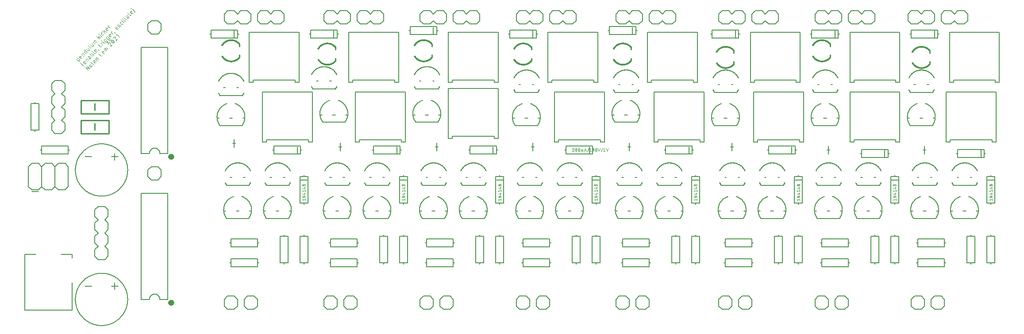
<source format=gto>
G75*
%MOIN*%
%OFA0B0*%
%FSLAX25Y25*%
%IPPOS*%
%LPD*%
%AMOC8*
5,1,8,0,0,1.08239X$1,22.5*
%
%ADD10C,0.00300*%
%ADD11C,0.00800*%
%ADD12C,0.01000*%
%ADD13C,0.00500*%
%ADD14C,0.00050*%
%ADD15C,0.00200*%
%ADD16C,0.00100*%
%ADD17C,0.00600*%
D10*
X0049098Y0206058D02*
X0051293Y0204012D01*
X0052429Y0205231D02*
X0049098Y0206058D01*
X0047916Y0207161D02*
X0045235Y0209661D01*
X0045576Y0210027D01*
X0044784Y0210082D02*
X0042589Y0212128D01*
X0043158Y0212737D01*
X0043157Y0212737D02*
X0043188Y0212768D01*
X0043222Y0212795D01*
X0043258Y0212820D01*
X0043296Y0212842D01*
X0043336Y0212860D01*
X0043377Y0212874D01*
X0043419Y0212885D01*
X0043462Y0212892D01*
X0043506Y0212896D01*
X0043549Y0212895D01*
X0043593Y0212891D01*
X0043635Y0212883D01*
X0043678Y0212872D01*
X0043718Y0212856D01*
X0043758Y0212837D01*
X0043795Y0212815D01*
X0043831Y0212790D01*
X0043864Y0212762D01*
X0044596Y0212080D01*
X0044627Y0212049D01*
X0044654Y0212015D01*
X0044679Y0211979D01*
X0044701Y0211941D01*
X0044719Y0211901D01*
X0044733Y0211860D01*
X0044744Y0211818D01*
X0044751Y0211775D01*
X0044755Y0211731D01*
X0044754Y0211688D01*
X0044750Y0211644D01*
X0044742Y0211602D01*
X0044731Y0211559D01*
X0044715Y0211519D01*
X0044696Y0211479D01*
X0044674Y0211442D01*
X0044649Y0211406D01*
X0044621Y0211373D01*
X0044620Y0211373D02*
X0044052Y0210764D01*
X0045431Y0212975D02*
X0044821Y0213544D01*
X0045065Y0213316D02*
X0045974Y0214291D01*
X0045731Y0214519D01*
X0045692Y0214552D01*
X0045651Y0214583D01*
X0045608Y0214610D01*
X0045563Y0214633D01*
X0045516Y0214653D01*
X0045467Y0214670D01*
X0045418Y0214683D01*
X0045367Y0214692D01*
X0045317Y0214697D01*
X0045265Y0214698D01*
X0045214Y0214695D01*
X0045164Y0214688D01*
X0045114Y0214678D01*
X0045065Y0214664D01*
X0045017Y0214646D01*
X0044971Y0214624D01*
X0044926Y0214599D01*
X0044884Y0214570D01*
X0044844Y0214539D01*
X0044806Y0214504D01*
X0044771Y0214467D01*
X0044739Y0214427D01*
X0044711Y0214385D01*
X0044685Y0214340D01*
X0044663Y0214294D01*
X0044645Y0214247D01*
X0044630Y0214198D01*
X0044619Y0214148D01*
X0044612Y0214097D01*
X0044609Y0214046D01*
X0044610Y0213995D01*
X0044615Y0213944D01*
X0044623Y0213894D01*
X0044636Y0213844D01*
X0044652Y0213796D01*
X0044672Y0213749D01*
X0044695Y0213703D01*
X0044722Y0213660D01*
X0044752Y0213618D01*
X0044785Y0213579D01*
X0044821Y0213543D01*
X0045431Y0212975D02*
X0045464Y0212947D01*
X0045500Y0212922D01*
X0045537Y0212900D01*
X0045577Y0212881D01*
X0045618Y0212865D01*
X0045660Y0212854D01*
X0045702Y0212846D01*
X0045746Y0212842D01*
X0045789Y0212841D01*
X0045833Y0212845D01*
X0045876Y0212852D01*
X0045918Y0212863D01*
X0045959Y0212877D01*
X0045999Y0212895D01*
X0046037Y0212917D01*
X0046073Y0212942D01*
X0046107Y0212969D01*
X0046138Y0213000D01*
X0046137Y0213000D02*
X0046706Y0213609D01*
X0047619Y0214589D02*
X0046157Y0215953D01*
X0046725Y0216563D01*
X0046756Y0216594D01*
X0046790Y0216621D01*
X0046826Y0216646D01*
X0046864Y0216668D01*
X0046904Y0216686D01*
X0046945Y0216700D01*
X0046987Y0216711D01*
X0047030Y0216718D01*
X0047074Y0216722D01*
X0047117Y0216721D01*
X0047161Y0216717D01*
X0047203Y0216709D01*
X0047246Y0216698D01*
X0047286Y0216682D01*
X0047326Y0216663D01*
X0047363Y0216641D01*
X0047399Y0216616D01*
X0047432Y0216588D01*
X0047432Y0216587D02*
X0048529Y0215564D01*
X0049066Y0216873D02*
X0048334Y0217555D01*
X0048303Y0217586D01*
X0048276Y0217620D01*
X0048251Y0217656D01*
X0048229Y0217694D01*
X0048211Y0217734D01*
X0048197Y0217775D01*
X0048186Y0217817D01*
X0048179Y0217860D01*
X0048175Y0217904D01*
X0048176Y0217947D01*
X0048180Y0217991D01*
X0048188Y0218033D01*
X0048199Y0218076D01*
X0048215Y0218116D01*
X0048234Y0218156D01*
X0048256Y0218193D01*
X0048281Y0218229D01*
X0048309Y0218262D01*
X0048310Y0218262D02*
X0048878Y0218871D01*
X0048146Y0219553D02*
X0050341Y0217507D01*
X0049772Y0216898D01*
X0049773Y0216898D02*
X0049742Y0216867D01*
X0049708Y0216840D01*
X0049672Y0216815D01*
X0049634Y0216793D01*
X0049594Y0216775D01*
X0049553Y0216761D01*
X0049511Y0216750D01*
X0049468Y0216743D01*
X0049424Y0216739D01*
X0049381Y0216740D01*
X0049337Y0216744D01*
X0049295Y0216752D01*
X0049253Y0216763D01*
X0049212Y0216779D01*
X0049172Y0216798D01*
X0049135Y0216820D01*
X0049099Y0216845D01*
X0049066Y0216873D01*
X0050967Y0218912D02*
X0049870Y0219935D01*
X0050779Y0220910D02*
X0052242Y0219546D01*
X0051674Y0218937D01*
X0051643Y0218906D01*
X0051609Y0218879D01*
X0051573Y0218854D01*
X0051535Y0218833D01*
X0051495Y0218814D01*
X0051454Y0218800D01*
X0051412Y0218789D01*
X0051369Y0218782D01*
X0051325Y0218778D01*
X0051282Y0218779D01*
X0051238Y0218783D01*
X0051196Y0218791D01*
X0051153Y0218802D01*
X0051113Y0218818D01*
X0051073Y0218837D01*
X0051036Y0218859D01*
X0051000Y0218884D01*
X0050967Y0218912D01*
X0052082Y0216516D02*
X0054276Y0214470D01*
X0054845Y0215079D01*
X0054873Y0215112D01*
X0054898Y0215148D01*
X0054920Y0215185D01*
X0054939Y0215225D01*
X0054955Y0215265D01*
X0054966Y0215308D01*
X0054974Y0215350D01*
X0054978Y0215394D01*
X0054979Y0215437D01*
X0054975Y0215481D01*
X0054968Y0215524D01*
X0054957Y0215566D01*
X0054943Y0215607D01*
X0054924Y0215647D01*
X0054903Y0215685D01*
X0054878Y0215721D01*
X0054851Y0215755D01*
X0054820Y0215786D01*
X0054089Y0216468D01*
X0054056Y0216496D01*
X0054020Y0216521D01*
X0053983Y0216543D01*
X0053943Y0216562D01*
X0053903Y0216578D01*
X0053860Y0216589D01*
X0053818Y0216597D01*
X0053774Y0216601D01*
X0053731Y0216602D01*
X0053687Y0216598D01*
X0053644Y0216591D01*
X0053602Y0216580D01*
X0053561Y0216566D01*
X0053521Y0216548D01*
X0053483Y0216526D01*
X0053447Y0216501D01*
X0053413Y0216474D01*
X0053382Y0216443D01*
X0052814Y0215834D01*
X0052176Y0214417D02*
X0053273Y0213394D01*
X0052761Y0212845D01*
X0052727Y0212812D01*
X0052690Y0212781D01*
X0052651Y0212753D01*
X0052609Y0212728D01*
X0052566Y0212708D01*
X0052521Y0212690D01*
X0052474Y0212677D01*
X0052427Y0212667D01*
X0052379Y0212662D01*
X0052331Y0212660D01*
X0052283Y0212662D01*
X0052235Y0212669D01*
X0052188Y0212679D01*
X0052142Y0212693D01*
X0052097Y0212711D01*
X0052054Y0212732D01*
X0052013Y0212757D01*
X0051974Y0212785D01*
X0051937Y0212817D01*
X0051904Y0212851D01*
X0051873Y0212888D01*
X0051845Y0212927D01*
X0051820Y0212969D01*
X0051800Y0213012D01*
X0051782Y0213057D01*
X0051769Y0213104D01*
X0051759Y0213151D01*
X0051754Y0213199D01*
X0051752Y0213247D01*
X0051754Y0213295D01*
X0051761Y0213343D01*
X0051771Y0213390D01*
X0051785Y0213436D01*
X0051803Y0213481D01*
X0051824Y0213524D01*
X0051849Y0213565D01*
X0051877Y0213604D01*
X0051909Y0213641D01*
X0051908Y0213641D02*
X0052420Y0214189D01*
X0052176Y0214417D02*
X0052143Y0214445D01*
X0052107Y0214470D01*
X0052070Y0214492D01*
X0052030Y0214511D01*
X0051990Y0214527D01*
X0051947Y0214538D01*
X0051905Y0214546D01*
X0051861Y0214550D01*
X0051818Y0214551D01*
X0051774Y0214547D01*
X0051731Y0214540D01*
X0051689Y0214529D01*
X0051648Y0214515D01*
X0051608Y0214497D01*
X0051570Y0214475D01*
X0051534Y0214450D01*
X0051500Y0214423D01*
X0051469Y0214392D01*
X0051015Y0213905D01*
X0050364Y0212474D02*
X0051461Y0211451D01*
X0050552Y0210476D02*
X0049089Y0211840D01*
X0049657Y0212449D01*
X0049688Y0212480D01*
X0049722Y0212507D01*
X0049758Y0212532D01*
X0049796Y0212554D01*
X0049836Y0212572D01*
X0049877Y0212586D01*
X0049919Y0212597D01*
X0049962Y0212604D01*
X0050006Y0212608D01*
X0050049Y0212607D01*
X0050093Y0212603D01*
X0050135Y0212595D01*
X0050178Y0212584D01*
X0050218Y0212568D01*
X0050258Y0212549D01*
X0050295Y0212527D01*
X0050331Y0212502D01*
X0050364Y0212474D01*
X0048663Y0210405D02*
X0048907Y0210178D01*
X0047998Y0209203D01*
X0047754Y0209430D02*
X0048363Y0208862D01*
X0048396Y0208834D01*
X0048432Y0208809D01*
X0048469Y0208787D01*
X0048509Y0208768D01*
X0048550Y0208752D01*
X0048592Y0208741D01*
X0048634Y0208733D01*
X0048678Y0208729D01*
X0048721Y0208728D01*
X0048765Y0208732D01*
X0048808Y0208739D01*
X0048850Y0208750D01*
X0048891Y0208764D01*
X0048931Y0208782D01*
X0048969Y0208804D01*
X0049005Y0208829D01*
X0049039Y0208856D01*
X0049070Y0208887D01*
X0049638Y0209496D01*
X0048663Y0210406D02*
X0048624Y0210439D01*
X0048583Y0210470D01*
X0048540Y0210497D01*
X0048495Y0210520D01*
X0048448Y0210540D01*
X0048399Y0210557D01*
X0048350Y0210570D01*
X0048299Y0210579D01*
X0048249Y0210584D01*
X0048197Y0210585D01*
X0048146Y0210582D01*
X0048096Y0210575D01*
X0048046Y0210565D01*
X0047997Y0210551D01*
X0047949Y0210533D01*
X0047903Y0210511D01*
X0047858Y0210486D01*
X0047816Y0210457D01*
X0047776Y0210426D01*
X0047738Y0210391D01*
X0047703Y0210354D01*
X0047671Y0210314D01*
X0047643Y0210272D01*
X0047617Y0210227D01*
X0047595Y0210181D01*
X0047577Y0210134D01*
X0047562Y0210085D01*
X0047551Y0210035D01*
X0047544Y0209984D01*
X0047541Y0209933D01*
X0047542Y0209882D01*
X0047547Y0209831D01*
X0047555Y0209781D01*
X0047568Y0209731D01*
X0047584Y0209683D01*
X0047604Y0209636D01*
X0047627Y0209590D01*
X0047654Y0209547D01*
X0047684Y0209505D01*
X0047717Y0209466D01*
X0047753Y0209430D01*
X0048257Y0207526D02*
X0047916Y0207161D01*
X0050235Y0207277D02*
X0052429Y0205231D01*
X0052877Y0206688D02*
X0052389Y0207143D01*
X0052389Y0207142D02*
X0052353Y0207178D01*
X0052320Y0207217D01*
X0052290Y0207259D01*
X0052263Y0207302D01*
X0052240Y0207348D01*
X0052220Y0207395D01*
X0052204Y0207443D01*
X0052191Y0207493D01*
X0052183Y0207543D01*
X0052178Y0207594D01*
X0052177Y0207645D01*
X0052180Y0207696D01*
X0052187Y0207747D01*
X0052198Y0207797D01*
X0052213Y0207846D01*
X0052231Y0207893D01*
X0052253Y0207939D01*
X0052279Y0207984D01*
X0052307Y0208026D01*
X0052339Y0208066D01*
X0052374Y0208103D01*
X0052412Y0208138D01*
X0052452Y0208169D01*
X0052494Y0208198D01*
X0052539Y0208223D01*
X0052585Y0208245D01*
X0052633Y0208263D01*
X0052682Y0208277D01*
X0052732Y0208287D01*
X0052782Y0208294D01*
X0052833Y0208297D01*
X0052885Y0208296D01*
X0052935Y0208291D01*
X0052986Y0208282D01*
X0053035Y0208269D01*
X0053084Y0208252D01*
X0053130Y0208232D01*
X0053176Y0208209D01*
X0053219Y0208182D01*
X0053260Y0208151D01*
X0053299Y0208118D01*
X0053298Y0208118D02*
X0053786Y0207663D01*
X0053786Y0207664D02*
X0053822Y0207628D01*
X0053855Y0207589D01*
X0053885Y0207547D01*
X0053912Y0207504D01*
X0053935Y0207458D01*
X0053955Y0207411D01*
X0053971Y0207363D01*
X0053984Y0207313D01*
X0053992Y0207263D01*
X0053997Y0207212D01*
X0053998Y0207161D01*
X0053995Y0207110D01*
X0053988Y0207059D01*
X0053977Y0207009D01*
X0053962Y0206960D01*
X0053944Y0206913D01*
X0053922Y0206867D01*
X0053896Y0206822D01*
X0053868Y0206780D01*
X0053836Y0206740D01*
X0053801Y0206703D01*
X0053763Y0206668D01*
X0053723Y0206637D01*
X0053681Y0206608D01*
X0053636Y0206583D01*
X0053590Y0206561D01*
X0053542Y0206543D01*
X0053493Y0206529D01*
X0053443Y0206519D01*
X0053393Y0206512D01*
X0053342Y0206509D01*
X0053290Y0206510D01*
X0053240Y0206515D01*
X0053189Y0206524D01*
X0053140Y0206537D01*
X0053091Y0206554D01*
X0053044Y0206574D01*
X0052999Y0206597D01*
X0052956Y0206624D01*
X0052915Y0206655D01*
X0052876Y0206688D01*
X0054778Y0208482D02*
X0052949Y0210187D01*
X0054840Y0210748D02*
X0055294Y0211236D01*
X0055325Y0211267D01*
X0055359Y0211294D01*
X0055395Y0211319D01*
X0055433Y0211341D01*
X0055473Y0211359D01*
X0055514Y0211373D01*
X0055556Y0211384D01*
X0055599Y0211391D01*
X0055643Y0211395D01*
X0055686Y0211394D01*
X0055730Y0211390D01*
X0055772Y0211382D01*
X0055815Y0211371D01*
X0055855Y0211355D01*
X0055895Y0211336D01*
X0055932Y0211314D01*
X0055968Y0211289D01*
X0056001Y0211261D01*
X0057098Y0210238D01*
X0056587Y0209689D01*
X0056586Y0209689D02*
X0056552Y0209656D01*
X0056515Y0209625D01*
X0056476Y0209597D01*
X0056434Y0209572D01*
X0056391Y0209552D01*
X0056346Y0209534D01*
X0056299Y0209521D01*
X0056252Y0209511D01*
X0056204Y0209506D01*
X0056156Y0209504D01*
X0056108Y0209506D01*
X0056060Y0209513D01*
X0056013Y0209523D01*
X0055967Y0209537D01*
X0055922Y0209555D01*
X0055879Y0209576D01*
X0055838Y0209601D01*
X0055799Y0209629D01*
X0055762Y0209661D01*
X0055729Y0209695D01*
X0055698Y0209732D01*
X0055670Y0209771D01*
X0055645Y0209813D01*
X0055625Y0209856D01*
X0055607Y0209901D01*
X0055594Y0209948D01*
X0055584Y0209995D01*
X0055579Y0210043D01*
X0055577Y0210091D01*
X0055579Y0210139D01*
X0055586Y0210187D01*
X0055596Y0210234D01*
X0055610Y0210280D01*
X0055628Y0210325D01*
X0055649Y0210368D01*
X0055674Y0210409D01*
X0055702Y0210448D01*
X0055734Y0210485D01*
X0055733Y0210485D02*
X0056245Y0211033D01*
X0056628Y0212666D02*
X0058090Y0211302D01*
X0059000Y0212277D02*
X0057903Y0213300D01*
X0057870Y0213328D01*
X0057834Y0213353D01*
X0057797Y0213375D01*
X0057757Y0213394D01*
X0057717Y0213410D01*
X0057674Y0213421D01*
X0057632Y0213429D01*
X0057588Y0213433D01*
X0057545Y0213434D01*
X0057501Y0213430D01*
X0057458Y0213423D01*
X0057416Y0213412D01*
X0057375Y0213398D01*
X0057335Y0213380D01*
X0057297Y0213358D01*
X0057261Y0213333D01*
X0057227Y0213306D01*
X0057196Y0213275D01*
X0056628Y0212666D01*
X0055679Y0216707D02*
X0053850Y0218412D01*
X0056126Y0218408D02*
X0056735Y0217840D01*
X0056370Y0218181D02*
X0057279Y0219156D01*
X0057035Y0219383D01*
X0057036Y0219384D02*
X0056997Y0219417D01*
X0056956Y0219448D01*
X0056913Y0219475D01*
X0056868Y0219498D01*
X0056821Y0219518D01*
X0056772Y0219535D01*
X0056723Y0219548D01*
X0056672Y0219557D01*
X0056622Y0219562D01*
X0056570Y0219563D01*
X0056519Y0219560D01*
X0056469Y0219553D01*
X0056419Y0219543D01*
X0056370Y0219529D01*
X0056322Y0219511D01*
X0056276Y0219489D01*
X0056231Y0219464D01*
X0056189Y0219435D01*
X0056149Y0219404D01*
X0056111Y0219369D01*
X0056076Y0219332D01*
X0056044Y0219292D01*
X0056016Y0219250D01*
X0055990Y0219205D01*
X0055968Y0219159D01*
X0055950Y0219112D01*
X0055935Y0219063D01*
X0055924Y0219013D01*
X0055917Y0218962D01*
X0055914Y0218911D01*
X0055915Y0218860D01*
X0055920Y0218809D01*
X0055928Y0218759D01*
X0055941Y0218709D01*
X0055957Y0218661D01*
X0055977Y0218614D01*
X0056000Y0218568D01*
X0056027Y0218525D01*
X0056057Y0218483D01*
X0056090Y0218444D01*
X0056126Y0218408D01*
X0056735Y0217840D02*
X0056768Y0217812D01*
X0056804Y0217787D01*
X0056841Y0217765D01*
X0056881Y0217746D01*
X0056922Y0217730D01*
X0056964Y0217719D01*
X0057006Y0217711D01*
X0057050Y0217707D01*
X0057093Y0217706D01*
X0057137Y0217710D01*
X0057180Y0217717D01*
X0057222Y0217728D01*
X0057263Y0217742D01*
X0057303Y0217760D01*
X0057341Y0217782D01*
X0057377Y0217807D01*
X0057411Y0217834D01*
X0057442Y0217865D01*
X0058010Y0218474D01*
X0058773Y0219292D02*
X0058652Y0219406D01*
X0058765Y0219528D01*
X0058887Y0219414D01*
X0059204Y0218777D01*
X0058773Y0219292D02*
X0058887Y0219414D01*
X0060435Y0221807D02*
X0058606Y0223512D01*
X0059110Y0222586D02*
X0059792Y0223317D01*
X0060647Y0224234D02*
X0061329Y0224965D01*
X0061573Y0224738D01*
X0061967Y0225649D02*
X0063430Y0224285D01*
X0063881Y0225503D02*
X0063150Y0226185D01*
X0063150Y0226184D02*
X0063119Y0226215D01*
X0063092Y0226249D01*
X0063067Y0226285D01*
X0063045Y0226323D01*
X0063027Y0226363D01*
X0063013Y0226404D01*
X0063002Y0226446D01*
X0062995Y0226489D01*
X0062991Y0226533D01*
X0062992Y0226576D01*
X0062996Y0226620D01*
X0063004Y0226662D01*
X0063015Y0226705D01*
X0063031Y0226745D01*
X0063050Y0226785D01*
X0063072Y0226822D01*
X0063097Y0226858D01*
X0063125Y0226891D01*
X0063693Y0227501D01*
X0065522Y0225796D01*
X0065156Y0226137D02*
X0064588Y0225527D01*
X0064557Y0225496D01*
X0064523Y0225469D01*
X0064487Y0225444D01*
X0064449Y0225422D01*
X0064409Y0225404D01*
X0064368Y0225390D01*
X0064326Y0225379D01*
X0064283Y0225372D01*
X0064239Y0225368D01*
X0064196Y0225369D01*
X0064152Y0225373D01*
X0064110Y0225381D01*
X0064068Y0225392D01*
X0064027Y0225408D01*
X0063987Y0225427D01*
X0063950Y0225449D01*
X0063914Y0225474D01*
X0063881Y0225502D01*
X0065522Y0225796D02*
X0065553Y0225765D01*
X0065580Y0225731D01*
X0065605Y0225695D01*
X0065627Y0225657D01*
X0065645Y0225617D01*
X0065659Y0225576D01*
X0065670Y0225534D01*
X0065677Y0225491D01*
X0065681Y0225447D01*
X0065680Y0225404D01*
X0065676Y0225360D01*
X0065668Y0225318D01*
X0065657Y0225275D01*
X0065641Y0225235D01*
X0065622Y0225195D01*
X0065600Y0225158D01*
X0065575Y0225122D01*
X0065547Y0225089D01*
X0065546Y0225089D02*
X0065092Y0224601D01*
X0067528Y0224721D02*
X0067566Y0224683D01*
X0067602Y0224642D01*
X0067635Y0224599D01*
X0067665Y0224554D01*
X0067692Y0224506D01*
X0067715Y0224457D01*
X0067736Y0224407D01*
X0067753Y0224355D01*
X0067766Y0224302D01*
X0067775Y0224249D01*
X0067782Y0224195D01*
X0067784Y0224140D01*
X0067784Y0224141D02*
X0068037Y0221968D01*
X0069173Y0223187D01*
X0070723Y0225460D02*
X0070688Y0225546D01*
X0070650Y0225632D01*
X0070608Y0225715D01*
X0070564Y0225797D01*
X0070516Y0225878D01*
X0070465Y0225956D01*
X0070411Y0226033D01*
X0070355Y0226107D01*
X0070295Y0226179D01*
X0070233Y0226249D01*
X0070169Y0226316D01*
X0070102Y0226381D01*
X0068965Y0225163D02*
X0068898Y0225228D01*
X0068833Y0225296D01*
X0068771Y0225365D01*
X0068712Y0225438D01*
X0068655Y0225512D01*
X0068602Y0225588D01*
X0068551Y0225667D01*
X0068503Y0225747D01*
X0068458Y0225829D01*
X0068417Y0225913D01*
X0068378Y0225998D01*
X0068343Y0226085D01*
X0068322Y0226128D01*
X0068304Y0226172D01*
X0068290Y0226218D01*
X0068280Y0226265D01*
X0068273Y0226312D01*
X0068270Y0226360D01*
X0068271Y0226408D01*
X0068275Y0226455D01*
X0068283Y0226502D01*
X0068295Y0226549D01*
X0068310Y0226594D01*
X0068329Y0226638D01*
X0068351Y0226680D01*
X0068376Y0226721D01*
X0068405Y0226760D01*
X0068436Y0226796D01*
X0068470Y0226829D01*
X0068506Y0226860D01*
X0068545Y0226888D01*
X0068586Y0226913D01*
X0068628Y0226935D01*
X0068672Y0226954D01*
X0068718Y0226968D01*
X0068764Y0226980D01*
X0068812Y0226987D01*
X0068859Y0226991D01*
X0068907Y0226992D01*
X0068955Y0226988D01*
X0069002Y0226981D01*
X0069049Y0226970D01*
X0069094Y0226956D01*
X0069139Y0226938D01*
X0069379Y0226828D02*
X0069688Y0224717D01*
X0069928Y0224607D02*
X0069973Y0224589D01*
X0070018Y0224575D01*
X0070065Y0224564D01*
X0070112Y0224557D01*
X0070160Y0224553D01*
X0070208Y0224554D01*
X0070255Y0224558D01*
X0070303Y0224565D01*
X0070349Y0224577D01*
X0070395Y0224592D01*
X0070439Y0224610D01*
X0070481Y0224632D01*
X0070522Y0224657D01*
X0070561Y0224685D01*
X0070597Y0224716D01*
X0070631Y0224749D01*
X0070662Y0224785D01*
X0070691Y0224824D01*
X0070716Y0224865D01*
X0070738Y0224907D01*
X0070757Y0224951D01*
X0070772Y0224996D01*
X0070784Y0225043D01*
X0070792Y0225090D01*
X0070796Y0225137D01*
X0070797Y0225185D01*
X0070794Y0225233D01*
X0070787Y0225280D01*
X0070777Y0225327D01*
X0070763Y0225373D01*
X0070745Y0225417D01*
X0070724Y0225460D01*
X0069927Y0224606D02*
X0069839Y0224635D01*
X0069751Y0224668D01*
X0069665Y0224703D01*
X0069580Y0224742D01*
X0069496Y0224784D01*
X0069414Y0224829D01*
X0069334Y0224878D01*
X0069256Y0224929D01*
X0069180Y0224983D01*
X0069106Y0225040D01*
X0069034Y0225100D01*
X0068964Y0225162D01*
X0070102Y0226382D02*
X0070032Y0226444D01*
X0069961Y0226504D01*
X0069886Y0226561D01*
X0069810Y0226615D01*
X0069732Y0226666D01*
X0069652Y0226715D01*
X0069570Y0226760D01*
X0069487Y0226802D01*
X0069402Y0226841D01*
X0069316Y0226876D01*
X0069228Y0226909D01*
X0069139Y0226938D01*
X0067369Y0227044D02*
X0066915Y0226556D01*
X0067370Y0227044D02*
X0067398Y0227077D01*
X0067423Y0227113D01*
X0067445Y0227150D01*
X0067464Y0227190D01*
X0067480Y0227230D01*
X0067491Y0227273D01*
X0067499Y0227315D01*
X0067503Y0227359D01*
X0067504Y0227402D01*
X0067500Y0227446D01*
X0067493Y0227489D01*
X0067482Y0227531D01*
X0067468Y0227572D01*
X0067450Y0227612D01*
X0067428Y0227650D01*
X0067403Y0227686D01*
X0067376Y0227720D01*
X0067345Y0227751D01*
X0065516Y0229456D01*
X0064948Y0228846D01*
X0064920Y0228813D01*
X0064895Y0228777D01*
X0064873Y0228740D01*
X0064854Y0228700D01*
X0064838Y0228660D01*
X0064827Y0228617D01*
X0064819Y0228575D01*
X0064815Y0228531D01*
X0064814Y0228488D01*
X0064818Y0228444D01*
X0064825Y0228401D01*
X0064836Y0228359D01*
X0064850Y0228318D01*
X0064868Y0228278D01*
X0064890Y0228240D01*
X0064915Y0228204D01*
X0064942Y0228170D01*
X0064973Y0228139D01*
X0065704Y0227457D01*
X0065737Y0227429D01*
X0065773Y0227404D01*
X0065810Y0227382D01*
X0065850Y0227363D01*
X0065891Y0227347D01*
X0065933Y0227336D01*
X0065975Y0227328D01*
X0066019Y0227324D01*
X0066062Y0227323D01*
X0066106Y0227327D01*
X0066149Y0227334D01*
X0066191Y0227345D01*
X0066232Y0227359D01*
X0066272Y0227377D01*
X0066310Y0227399D01*
X0066346Y0227424D01*
X0066380Y0227451D01*
X0066411Y0227482D01*
X0066979Y0228092D01*
X0067538Y0229424D02*
X0066929Y0229993D01*
X0067172Y0229765D02*
X0068082Y0230740D01*
X0067838Y0230968D01*
X0067799Y0231001D01*
X0067758Y0231032D01*
X0067715Y0231059D01*
X0067670Y0231082D01*
X0067623Y0231102D01*
X0067574Y0231119D01*
X0067525Y0231132D01*
X0067474Y0231141D01*
X0067424Y0231146D01*
X0067372Y0231147D01*
X0067321Y0231144D01*
X0067271Y0231137D01*
X0067221Y0231127D01*
X0067172Y0231113D01*
X0067124Y0231095D01*
X0067078Y0231073D01*
X0067033Y0231048D01*
X0066991Y0231019D01*
X0066951Y0230988D01*
X0066913Y0230953D01*
X0066878Y0230916D01*
X0066846Y0230876D01*
X0066818Y0230834D01*
X0066792Y0230789D01*
X0066770Y0230743D01*
X0066752Y0230696D01*
X0066737Y0230647D01*
X0066726Y0230597D01*
X0066719Y0230546D01*
X0066716Y0230495D01*
X0066717Y0230444D01*
X0066722Y0230393D01*
X0066730Y0230343D01*
X0066743Y0230293D01*
X0066759Y0230245D01*
X0066779Y0230198D01*
X0066802Y0230152D01*
X0066829Y0230109D01*
X0066859Y0230067D01*
X0066892Y0230028D01*
X0066928Y0229992D01*
X0067538Y0229424D02*
X0067571Y0229396D01*
X0067607Y0229371D01*
X0067644Y0229349D01*
X0067684Y0229330D01*
X0067725Y0229314D01*
X0067767Y0229303D01*
X0067809Y0229295D01*
X0067853Y0229291D01*
X0067896Y0229290D01*
X0067940Y0229294D01*
X0067983Y0229301D01*
X0068025Y0229312D01*
X0068066Y0229326D01*
X0068106Y0229344D01*
X0068144Y0229366D01*
X0068180Y0229391D01*
X0068214Y0229418D01*
X0068245Y0229449D01*
X0068813Y0230058D01*
X0069739Y0231052D02*
X0068276Y0232416D01*
X0068958Y0233147D01*
X0069202Y0232920D01*
X0070872Y0232511D02*
X0070986Y0232633D01*
X0071108Y0232519D01*
X0071425Y0231882D01*
X0070994Y0232397D02*
X0070872Y0232511D01*
X0070994Y0232397D02*
X0071108Y0232519D01*
X0072488Y0231140D02*
X0074682Y0229094D01*
X0075250Y0229703D02*
X0074113Y0228484D01*
X0073224Y0227531D02*
X0072088Y0226312D01*
X0071835Y0228485D01*
X0070518Y0229028D02*
X0070478Y0228983D01*
X0070441Y0228935D01*
X0070407Y0228885D01*
X0070377Y0228832D01*
X0070349Y0228778D01*
X0070325Y0228722D01*
X0070305Y0228665D01*
X0070288Y0228607D01*
X0070275Y0228548D01*
X0070266Y0228488D01*
X0070261Y0228428D01*
X0070259Y0228367D01*
X0070261Y0228307D01*
X0070267Y0228246D01*
X0070277Y0228186D01*
X0070290Y0228127D01*
X0070307Y0228069D01*
X0070328Y0228012D01*
X0070353Y0227957D01*
X0070380Y0227903D01*
X0071835Y0228484D02*
X0071833Y0228539D01*
X0071826Y0228593D01*
X0071817Y0228646D01*
X0071804Y0228699D01*
X0071787Y0228751D01*
X0071766Y0228801D01*
X0071743Y0228850D01*
X0071716Y0228898D01*
X0071686Y0228943D01*
X0071653Y0228986D01*
X0071617Y0229027D01*
X0071579Y0229065D01*
X0071578Y0229066D02*
X0071538Y0229101D01*
X0071495Y0229133D01*
X0071450Y0229162D01*
X0071403Y0229187D01*
X0071355Y0229210D01*
X0071304Y0229228D01*
X0071253Y0229244D01*
X0071201Y0229255D01*
X0071148Y0229263D01*
X0071094Y0229267D01*
X0071041Y0229267D01*
X0070987Y0229263D01*
X0070934Y0229255D01*
X0070882Y0229244D01*
X0070831Y0229229D01*
X0070781Y0229210D01*
X0070732Y0229188D01*
X0070685Y0229162D01*
X0070640Y0229133D01*
X0070597Y0229101D01*
X0070556Y0229066D01*
X0070518Y0229029D01*
X0072407Y0230076D02*
X0072488Y0231140D01*
X0072480Y0234968D02*
X0071992Y0235423D01*
X0071992Y0235422D02*
X0071956Y0235458D01*
X0071923Y0235497D01*
X0071893Y0235539D01*
X0071866Y0235582D01*
X0071843Y0235628D01*
X0071823Y0235675D01*
X0071807Y0235723D01*
X0071794Y0235773D01*
X0071786Y0235823D01*
X0071781Y0235874D01*
X0071780Y0235925D01*
X0071783Y0235976D01*
X0071790Y0236027D01*
X0071801Y0236077D01*
X0071816Y0236126D01*
X0071834Y0236173D01*
X0071856Y0236219D01*
X0071882Y0236264D01*
X0071910Y0236306D01*
X0071942Y0236346D01*
X0071977Y0236383D01*
X0072015Y0236418D01*
X0072055Y0236449D01*
X0072097Y0236478D01*
X0072142Y0236503D01*
X0072188Y0236525D01*
X0072236Y0236543D01*
X0072285Y0236557D01*
X0072335Y0236567D01*
X0072385Y0236574D01*
X0072436Y0236577D01*
X0072488Y0236576D01*
X0072538Y0236571D01*
X0072589Y0236562D01*
X0072638Y0236549D01*
X0072687Y0236532D01*
X0072733Y0236512D01*
X0072779Y0236489D01*
X0072822Y0236462D01*
X0072863Y0236431D01*
X0072902Y0236398D01*
X0073389Y0235943D01*
X0073389Y0235944D02*
X0073425Y0235908D01*
X0073458Y0235869D01*
X0073488Y0235827D01*
X0073515Y0235784D01*
X0073538Y0235738D01*
X0073558Y0235691D01*
X0073574Y0235643D01*
X0073587Y0235593D01*
X0073595Y0235543D01*
X0073600Y0235492D01*
X0073601Y0235441D01*
X0073598Y0235390D01*
X0073591Y0235339D01*
X0073580Y0235289D01*
X0073565Y0235240D01*
X0073547Y0235193D01*
X0073525Y0235147D01*
X0073499Y0235102D01*
X0073471Y0235060D01*
X0073439Y0235020D01*
X0073404Y0234983D01*
X0073366Y0234948D01*
X0073326Y0234917D01*
X0073284Y0234888D01*
X0073239Y0234863D01*
X0073193Y0234841D01*
X0073145Y0234823D01*
X0073096Y0234809D01*
X0073046Y0234799D01*
X0072996Y0234792D01*
X0072945Y0234789D01*
X0072893Y0234790D01*
X0072843Y0234795D01*
X0072792Y0234804D01*
X0072743Y0234817D01*
X0072694Y0234834D01*
X0072647Y0234854D01*
X0072602Y0234877D01*
X0072559Y0234904D01*
X0072518Y0234935D01*
X0072479Y0234968D01*
X0074040Y0237374D02*
X0074852Y0237757D01*
X0074889Y0237772D01*
X0074927Y0237784D01*
X0074966Y0237792D01*
X0075006Y0237797D01*
X0075046Y0237798D01*
X0075086Y0237795D01*
X0075125Y0237789D01*
X0075164Y0237779D01*
X0075201Y0237765D01*
X0075238Y0237748D01*
X0075272Y0237728D01*
X0075304Y0237705D01*
X0075335Y0237678D01*
X0075362Y0237649D01*
X0075387Y0237618D01*
X0075409Y0237585D01*
X0075427Y0237549D01*
X0075442Y0237512D01*
X0075454Y0237474D01*
X0075462Y0237435D01*
X0075467Y0237395D01*
X0075468Y0237355D01*
X0075465Y0237315D01*
X0075459Y0237276D01*
X0075448Y0237237D01*
X0075435Y0237200D01*
X0075418Y0237164D01*
X0075397Y0237129D01*
X0075374Y0237097D01*
X0075348Y0237067D01*
X0074178Y0238500D02*
X0074099Y0238465D01*
X0074022Y0238426D01*
X0073947Y0238384D01*
X0073874Y0238339D01*
X0073803Y0238290D01*
X0073735Y0238238D01*
X0073669Y0238183D01*
X0073605Y0238125D01*
X0073544Y0238065D01*
X0073544Y0238064D02*
X0073518Y0238034D01*
X0073495Y0238002D01*
X0073474Y0237967D01*
X0073457Y0237931D01*
X0073444Y0237894D01*
X0073433Y0237855D01*
X0073427Y0237816D01*
X0073424Y0237776D01*
X0073425Y0237736D01*
X0073430Y0237696D01*
X0073438Y0237657D01*
X0073450Y0237619D01*
X0073465Y0237582D01*
X0073483Y0237546D01*
X0073505Y0237513D01*
X0073530Y0237482D01*
X0073557Y0237453D01*
X0073588Y0237426D01*
X0073620Y0237403D01*
X0073654Y0237383D01*
X0073691Y0237366D01*
X0073728Y0237352D01*
X0073767Y0237342D01*
X0073806Y0237336D01*
X0073846Y0237333D01*
X0073886Y0237334D01*
X0073926Y0237339D01*
X0073965Y0237347D01*
X0074003Y0237359D01*
X0074040Y0237374D01*
X0074601Y0236510D02*
X0074692Y0236559D01*
X0074782Y0236612D01*
X0074870Y0236668D01*
X0074955Y0236727D01*
X0075039Y0236789D01*
X0075120Y0236854D01*
X0075198Y0236922D01*
X0075274Y0236993D01*
X0075348Y0237067D01*
X0076115Y0238622D02*
X0075384Y0239304D01*
X0075353Y0239335D01*
X0075326Y0239369D01*
X0075301Y0239405D01*
X0075279Y0239443D01*
X0075261Y0239483D01*
X0075247Y0239524D01*
X0075236Y0239566D01*
X0075229Y0239609D01*
X0075225Y0239653D01*
X0075226Y0239696D01*
X0075230Y0239740D01*
X0075238Y0239782D01*
X0075249Y0239825D01*
X0075265Y0239865D01*
X0075284Y0239905D01*
X0075306Y0239942D01*
X0075331Y0239978D01*
X0075359Y0240011D01*
X0075814Y0240498D01*
X0076550Y0241288D02*
X0078013Y0239924D01*
X0077276Y0239134D02*
X0076822Y0238647D01*
X0076791Y0238616D01*
X0076757Y0238589D01*
X0076721Y0238564D01*
X0076683Y0238542D01*
X0076643Y0238524D01*
X0076602Y0238510D01*
X0076560Y0238499D01*
X0076517Y0238492D01*
X0076473Y0238488D01*
X0076430Y0238489D01*
X0076386Y0238493D01*
X0076344Y0238501D01*
X0076301Y0238512D01*
X0076261Y0238528D01*
X0076221Y0238547D01*
X0076184Y0238569D01*
X0076148Y0238594D01*
X0076115Y0238622D01*
X0075884Y0241796D02*
X0075998Y0241918D01*
X0075876Y0242031D01*
X0075762Y0241910D01*
X0075884Y0241796D01*
X0076671Y0242884D02*
X0078499Y0241179D01*
X0078532Y0241151D01*
X0078568Y0241126D01*
X0078605Y0241104D01*
X0078645Y0241085D01*
X0078685Y0241069D01*
X0078728Y0241058D01*
X0078770Y0241050D01*
X0078814Y0241046D01*
X0078857Y0241045D01*
X0078901Y0241049D01*
X0078944Y0241056D01*
X0078986Y0241067D01*
X0079027Y0241081D01*
X0079067Y0241100D01*
X0079105Y0241121D01*
X0079141Y0241146D01*
X0079175Y0241173D01*
X0079206Y0241204D01*
X0079580Y0242337D02*
X0077751Y0244042D01*
X0079642Y0244603D02*
X0080096Y0245091D01*
X0080127Y0245122D01*
X0080161Y0245149D01*
X0080197Y0245174D01*
X0080235Y0245196D01*
X0080275Y0245214D01*
X0080316Y0245228D01*
X0080358Y0245239D01*
X0080401Y0245246D01*
X0080445Y0245250D01*
X0080488Y0245249D01*
X0080532Y0245245D01*
X0080574Y0245237D01*
X0080617Y0245226D01*
X0080657Y0245210D01*
X0080697Y0245191D01*
X0080734Y0245169D01*
X0080770Y0245144D01*
X0080803Y0245116D01*
X0081900Y0244093D01*
X0081389Y0243544D01*
X0081388Y0243544D02*
X0081354Y0243511D01*
X0081317Y0243480D01*
X0081278Y0243452D01*
X0081236Y0243427D01*
X0081193Y0243407D01*
X0081148Y0243389D01*
X0081101Y0243376D01*
X0081054Y0243366D01*
X0081006Y0243361D01*
X0080958Y0243359D01*
X0080910Y0243361D01*
X0080862Y0243368D01*
X0080815Y0243378D01*
X0080769Y0243392D01*
X0080724Y0243410D01*
X0080681Y0243431D01*
X0080640Y0243456D01*
X0080601Y0243484D01*
X0080564Y0243516D01*
X0080531Y0243550D01*
X0080500Y0243587D01*
X0080472Y0243626D01*
X0080447Y0243668D01*
X0080427Y0243711D01*
X0080409Y0243756D01*
X0080396Y0243803D01*
X0080386Y0243850D01*
X0080381Y0243898D01*
X0080379Y0243946D01*
X0080381Y0243994D01*
X0080388Y0244042D01*
X0080398Y0244089D01*
X0080412Y0244135D01*
X0080430Y0244180D01*
X0080451Y0244223D01*
X0080476Y0244264D01*
X0080504Y0244303D01*
X0080536Y0244340D01*
X0080535Y0244340D02*
X0081047Y0244888D01*
X0081188Y0246262D02*
X0081870Y0246993D01*
X0080684Y0247188D02*
X0082513Y0245483D01*
X0082513Y0245482D02*
X0082546Y0245454D01*
X0082582Y0245429D01*
X0082619Y0245407D01*
X0082659Y0245388D01*
X0082699Y0245372D01*
X0082742Y0245361D01*
X0082784Y0245353D01*
X0082828Y0245349D01*
X0082871Y0245348D01*
X0082915Y0245352D01*
X0082958Y0245359D01*
X0083000Y0245370D01*
X0083041Y0245384D01*
X0083081Y0245402D01*
X0083119Y0245424D01*
X0083155Y0245449D01*
X0083189Y0245476D01*
X0083220Y0245507D01*
X0083219Y0245507D02*
X0083333Y0245629D01*
X0083742Y0246801D02*
X0083132Y0247369D01*
X0083376Y0247142D02*
X0084286Y0248117D01*
X0084042Y0248344D01*
X0084042Y0248345D02*
X0084003Y0248378D01*
X0083962Y0248409D01*
X0083919Y0248436D01*
X0083874Y0248459D01*
X0083827Y0248479D01*
X0083778Y0248496D01*
X0083729Y0248509D01*
X0083678Y0248518D01*
X0083628Y0248523D01*
X0083576Y0248524D01*
X0083525Y0248521D01*
X0083475Y0248514D01*
X0083425Y0248504D01*
X0083376Y0248490D01*
X0083328Y0248472D01*
X0083282Y0248450D01*
X0083237Y0248425D01*
X0083195Y0248396D01*
X0083155Y0248365D01*
X0083117Y0248330D01*
X0083082Y0248293D01*
X0083050Y0248253D01*
X0083022Y0248211D01*
X0082996Y0248166D01*
X0082974Y0248120D01*
X0082956Y0248073D01*
X0082941Y0248024D01*
X0082930Y0247974D01*
X0082923Y0247923D01*
X0082920Y0247872D01*
X0082921Y0247821D01*
X0082926Y0247770D01*
X0082934Y0247720D01*
X0082947Y0247670D01*
X0082963Y0247622D01*
X0082983Y0247575D01*
X0083006Y0247529D01*
X0083033Y0247486D01*
X0083063Y0247444D01*
X0083096Y0247405D01*
X0083132Y0247369D01*
X0083742Y0246801D02*
X0083775Y0246773D01*
X0083811Y0246748D01*
X0083848Y0246726D01*
X0083888Y0246707D01*
X0083929Y0246691D01*
X0083971Y0246680D01*
X0084013Y0246672D01*
X0084057Y0246668D01*
X0084100Y0246667D01*
X0084144Y0246671D01*
X0084187Y0246678D01*
X0084229Y0246689D01*
X0084270Y0246703D01*
X0084310Y0246721D01*
X0084348Y0246743D01*
X0084384Y0246768D01*
X0084418Y0246795D01*
X0084449Y0246826D01*
X0085017Y0247435D01*
X0085976Y0247975D02*
X0086317Y0248341D01*
X0083636Y0250841D01*
X0083295Y0250476D01*
X0080287Y0242362D02*
X0080256Y0242331D01*
X0080222Y0242304D01*
X0080186Y0242279D01*
X0080148Y0242258D01*
X0080108Y0242239D01*
X0080067Y0242225D01*
X0080025Y0242214D01*
X0079982Y0242207D01*
X0079938Y0242203D01*
X0079895Y0242204D01*
X0079851Y0242208D01*
X0079809Y0242216D01*
X0079766Y0242227D01*
X0079726Y0242243D01*
X0079686Y0242262D01*
X0079649Y0242284D01*
X0079613Y0242309D01*
X0079580Y0242337D01*
X0066810Y0237612D02*
X0066566Y0237840D01*
X0065884Y0237108D01*
X0067347Y0235744D01*
X0066421Y0234751D02*
X0065852Y0234142D01*
X0065853Y0234142D02*
X0065822Y0234111D01*
X0065788Y0234084D01*
X0065752Y0234059D01*
X0065714Y0234037D01*
X0065674Y0234019D01*
X0065633Y0234005D01*
X0065591Y0233994D01*
X0065548Y0233987D01*
X0065504Y0233983D01*
X0065461Y0233984D01*
X0065417Y0233988D01*
X0065375Y0233996D01*
X0065333Y0234007D01*
X0065292Y0234023D01*
X0065252Y0234042D01*
X0065215Y0234064D01*
X0065179Y0234089D01*
X0065146Y0234117D01*
X0064536Y0234685D01*
X0064780Y0234458D02*
X0065689Y0235433D01*
X0065446Y0235660D01*
X0065446Y0235661D02*
X0065407Y0235694D01*
X0065366Y0235725D01*
X0065323Y0235752D01*
X0065278Y0235775D01*
X0065231Y0235795D01*
X0065182Y0235812D01*
X0065133Y0235825D01*
X0065082Y0235834D01*
X0065032Y0235839D01*
X0064980Y0235840D01*
X0064929Y0235837D01*
X0064879Y0235830D01*
X0064829Y0235820D01*
X0064780Y0235806D01*
X0064732Y0235788D01*
X0064686Y0235766D01*
X0064641Y0235741D01*
X0064599Y0235712D01*
X0064559Y0235681D01*
X0064521Y0235646D01*
X0064486Y0235609D01*
X0064454Y0235569D01*
X0064426Y0235527D01*
X0064400Y0235482D01*
X0064378Y0235436D01*
X0064360Y0235389D01*
X0064345Y0235340D01*
X0064334Y0235290D01*
X0064327Y0235239D01*
X0064324Y0235188D01*
X0064325Y0235137D01*
X0064330Y0235086D01*
X0064338Y0235036D01*
X0064351Y0234986D01*
X0064367Y0234938D01*
X0064387Y0234891D01*
X0064410Y0234845D01*
X0064437Y0234802D01*
X0064467Y0234760D01*
X0064500Y0234721D01*
X0064536Y0234685D01*
X0063296Y0234333D02*
X0063118Y0232675D01*
X0063211Y0233386D02*
X0064758Y0232969D01*
X0063849Y0231993D02*
X0061655Y0234039D01*
X0061539Y0232448D02*
X0061084Y0231961D01*
X0061056Y0231928D01*
X0061031Y0231892D01*
X0061009Y0231855D01*
X0060990Y0231815D01*
X0060974Y0231775D01*
X0060963Y0231732D01*
X0060955Y0231690D01*
X0060951Y0231646D01*
X0060950Y0231603D01*
X0060954Y0231559D01*
X0060961Y0231516D01*
X0060972Y0231474D01*
X0060986Y0231433D01*
X0061004Y0231393D01*
X0061026Y0231355D01*
X0061051Y0231319D01*
X0061078Y0231285D01*
X0061109Y0231254D01*
X0061840Y0230572D01*
X0061873Y0230544D01*
X0061909Y0230519D01*
X0061946Y0230497D01*
X0061986Y0230478D01*
X0062026Y0230462D01*
X0062069Y0230451D01*
X0062111Y0230443D01*
X0062155Y0230439D01*
X0062198Y0230438D01*
X0062242Y0230442D01*
X0062285Y0230449D01*
X0062327Y0230460D01*
X0062368Y0230474D01*
X0062408Y0230492D01*
X0062446Y0230514D01*
X0062482Y0230539D01*
X0062516Y0230566D01*
X0062547Y0230597D01*
X0063001Y0231084D01*
X0061375Y0229340D02*
X0059912Y0230704D01*
X0059360Y0231333D02*
X0059246Y0231212D01*
X0059124Y0231325D01*
X0059238Y0231447D01*
X0059360Y0231333D01*
X0059177Y0229916D02*
X0058999Y0228259D01*
X0059092Y0228970D02*
X0060640Y0228552D01*
X0059731Y0227577D02*
X0057537Y0229623D01*
X0056504Y0226316D02*
X0057601Y0225293D01*
X0056919Y0224562D02*
X0055456Y0225926D01*
X0055797Y0226291D02*
X0054774Y0225194D01*
X0056237Y0223830D01*
X0055213Y0222732D02*
X0053750Y0224096D01*
X0052841Y0223121D02*
X0053938Y0222098D01*
X0053971Y0222070D01*
X0054007Y0222045D01*
X0054044Y0222023D01*
X0054084Y0222004D01*
X0054124Y0221988D01*
X0054167Y0221977D01*
X0054209Y0221969D01*
X0054253Y0221965D01*
X0054296Y0221964D01*
X0054340Y0221968D01*
X0054383Y0221975D01*
X0054425Y0221986D01*
X0054466Y0222000D01*
X0054506Y0222019D01*
X0054544Y0222040D01*
X0054580Y0222065D01*
X0054614Y0222092D01*
X0054645Y0222123D01*
X0055213Y0222732D01*
X0053521Y0220917D02*
X0053490Y0220886D01*
X0053456Y0220859D01*
X0053420Y0220834D01*
X0053382Y0220813D01*
X0053342Y0220794D01*
X0053301Y0220780D01*
X0053259Y0220769D01*
X0053216Y0220762D01*
X0053172Y0220758D01*
X0053129Y0220759D01*
X0053085Y0220763D01*
X0053043Y0220771D01*
X0053000Y0220782D01*
X0052960Y0220798D01*
X0052920Y0220817D01*
X0052883Y0220839D01*
X0052847Y0220864D01*
X0052814Y0220892D01*
X0052814Y0220893D02*
X0050985Y0222598D01*
X0055797Y0226291D02*
X0055828Y0226322D01*
X0055862Y0226349D01*
X0055898Y0226374D01*
X0055936Y0226396D01*
X0055976Y0226414D01*
X0056017Y0226428D01*
X0056059Y0226439D01*
X0056102Y0226446D01*
X0056146Y0226450D01*
X0056189Y0226449D01*
X0056233Y0226445D01*
X0056275Y0226437D01*
X0056318Y0226426D01*
X0056358Y0226410D01*
X0056398Y0226391D01*
X0056435Y0226369D01*
X0056471Y0226344D01*
X0056504Y0226316D01*
X0060647Y0224234D02*
X0062110Y0222870D01*
X0061255Y0221953D02*
X0061141Y0221832D01*
X0061142Y0221832D02*
X0061111Y0221801D01*
X0061077Y0221774D01*
X0061041Y0221749D01*
X0061003Y0221727D01*
X0060963Y0221709D01*
X0060922Y0221695D01*
X0060880Y0221684D01*
X0060837Y0221677D01*
X0060793Y0221673D01*
X0060750Y0221674D01*
X0060706Y0221678D01*
X0060664Y0221686D01*
X0060621Y0221697D01*
X0060581Y0221713D01*
X0060541Y0221732D01*
X0060504Y0221754D01*
X0060468Y0221779D01*
X0060435Y0221807D01*
X0063152Y0219662D02*
X0064175Y0220759D01*
X0063834Y0220394D02*
X0065297Y0219030D01*
X0065979Y0219761D02*
X0064882Y0220784D01*
X0064849Y0220812D01*
X0064813Y0220837D01*
X0064776Y0220859D01*
X0064736Y0220878D01*
X0064696Y0220894D01*
X0064653Y0220905D01*
X0064611Y0220913D01*
X0064567Y0220917D01*
X0064524Y0220918D01*
X0064480Y0220914D01*
X0064437Y0220907D01*
X0064395Y0220896D01*
X0064354Y0220882D01*
X0064314Y0220864D01*
X0064276Y0220842D01*
X0064240Y0220817D01*
X0064206Y0220790D01*
X0064175Y0220759D01*
X0063152Y0219662D02*
X0064615Y0218298D01*
X0063658Y0217273D02*
X0063090Y0216663D01*
X0063059Y0216632D01*
X0063025Y0216605D01*
X0062989Y0216580D01*
X0062951Y0216558D01*
X0062911Y0216540D01*
X0062870Y0216526D01*
X0062828Y0216515D01*
X0062785Y0216508D01*
X0062741Y0216504D01*
X0062698Y0216505D01*
X0062654Y0216509D01*
X0062612Y0216517D01*
X0062570Y0216528D01*
X0062529Y0216544D01*
X0062489Y0216563D01*
X0062452Y0216585D01*
X0062416Y0216610D01*
X0062383Y0216638D01*
X0062383Y0216639D02*
X0061774Y0217207D01*
X0062018Y0216980D02*
X0062927Y0217955D01*
X0062683Y0218182D01*
X0062684Y0218182D02*
X0062645Y0218215D01*
X0062604Y0218246D01*
X0062561Y0218273D01*
X0062516Y0218296D01*
X0062469Y0218316D01*
X0062420Y0218333D01*
X0062371Y0218346D01*
X0062320Y0218355D01*
X0062270Y0218360D01*
X0062218Y0218361D01*
X0062167Y0218358D01*
X0062117Y0218351D01*
X0062067Y0218341D01*
X0062018Y0218327D01*
X0061970Y0218309D01*
X0061924Y0218287D01*
X0061879Y0218262D01*
X0061837Y0218233D01*
X0061797Y0218202D01*
X0061759Y0218167D01*
X0061724Y0218130D01*
X0061692Y0218090D01*
X0061664Y0218048D01*
X0061638Y0218003D01*
X0061616Y0217957D01*
X0061598Y0217910D01*
X0061583Y0217861D01*
X0061572Y0217811D01*
X0061565Y0217760D01*
X0061562Y0217709D01*
X0061563Y0217658D01*
X0061568Y0217607D01*
X0061576Y0217557D01*
X0061589Y0217507D01*
X0061605Y0217459D01*
X0061625Y0217412D01*
X0061648Y0217366D01*
X0061675Y0217323D01*
X0061705Y0217281D01*
X0061738Y0217242D01*
X0061774Y0217206D01*
X0061996Y0215490D02*
X0061087Y0214515D01*
X0058893Y0216561D01*
X0056386Y0216732D02*
X0056355Y0216701D01*
X0056321Y0216674D01*
X0056285Y0216649D01*
X0056247Y0216628D01*
X0056207Y0216609D01*
X0056166Y0216595D01*
X0056124Y0216584D01*
X0056081Y0216577D01*
X0056037Y0216573D01*
X0055994Y0216574D01*
X0055950Y0216578D01*
X0055908Y0216586D01*
X0055865Y0216597D01*
X0055825Y0216613D01*
X0055785Y0216632D01*
X0055748Y0216654D01*
X0055712Y0216679D01*
X0055679Y0216707D01*
X0055485Y0208507D02*
X0055454Y0208476D01*
X0055420Y0208449D01*
X0055384Y0208424D01*
X0055346Y0208403D01*
X0055306Y0208384D01*
X0055265Y0208370D01*
X0055223Y0208359D01*
X0055180Y0208352D01*
X0055136Y0208348D01*
X0055093Y0208349D01*
X0055049Y0208353D01*
X0055007Y0208361D01*
X0054964Y0208372D01*
X0054924Y0208388D01*
X0054884Y0208407D01*
X0054847Y0208429D01*
X0054811Y0208454D01*
X0054778Y0208482D01*
X0066329Y0223559D02*
X0066302Y0223613D01*
X0066277Y0223668D01*
X0066256Y0223725D01*
X0066239Y0223783D01*
X0066226Y0223842D01*
X0066216Y0223902D01*
X0066210Y0223963D01*
X0066208Y0224023D01*
X0066210Y0224084D01*
X0066215Y0224144D01*
X0066224Y0224204D01*
X0066237Y0224263D01*
X0066254Y0224321D01*
X0066274Y0224378D01*
X0066298Y0224434D01*
X0066326Y0224488D01*
X0066356Y0224541D01*
X0066390Y0224591D01*
X0066427Y0224639D01*
X0066467Y0224684D01*
X0066467Y0224685D02*
X0066505Y0224722D01*
X0066546Y0224757D01*
X0066589Y0224789D01*
X0066634Y0224818D01*
X0066681Y0224844D01*
X0066730Y0224866D01*
X0066780Y0224885D01*
X0066831Y0224900D01*
X0066883Y0224911D01*
X0066936Y0224919D01*
X0066990Y0224923D01*
X0067043Y0224923D01*
X0067097Y0224919D01*
X0067150Y0224911D01*
X0067202Y0224900D01*
X0067253Y0224884D01*
X0067304Y0224866D01*
X0067352Y0224843D01*
X0067399Y0224818D01*
X0067444Y0224789D01*
X0067487Y0224757D01*
X0067527Y0224722D01*
X0061414Y0226279D02*
X0061301Y0226157D01*
X0061179Y0226270D01*
X0061292Y0226392D01*
X0061414Y0226279D01*
D11*
X0039017Y0023111D02*
X0003583Y0023111D01*
X0003583Y0065237D01*
X0011851Y0065237D01*
X0030749Y0065237D02*
X0039017Y0065237D01*
X0039017Y0062481D01*
X0056300Y0063800D02*
X0056300Y0068800D01*
X0058800Y0071300D01*
X0056300Y0073800D01*
X0056300Y0078800D01*
X0058800Y0081300D01*
X0056300Y0083800D01*
X0056300Y0088800D01*
X0058800Y0091300D01*
X0056300Y0093800D01*
X0056300Y0098800D01*
X0058800Y0101300D01*
X0063800Y0101300D01*
X0066300Y0098800D01*
X0066300Y0093800D01*
X0063800Y0091300D01*
X0066300Y0088800D01*
X0066300Y0083800D01*
X0063800Y0081300D01*
X0066300Y0078800D01*
X0066300Y0073800D01*
X0063800Y0071300D01*
X0066300Y0068800D01*
X0066300Y0063800D01*
X0063800Y0061300D01*
X0058800Y0061300D01*
X0056300Y0063800D01*
X0039017Y0043977D02*
X0039017Y0023111D01*
X0041615Y0031300D02*
X0041621Y0031783D01*
X0041639Y0032266D01*
X0041668Y0032748D01*
X0041710Y0033229D01*
X0041763Y0033710D01*
X0041828Y0034188D01*
X0041905Y0034665D01*
X0041993Y0035140D01*
X0042093Y0035613D01*
X0042205Y0036083D01*
X0042328Y0036550D01*
X0042463Y0037014D01*
X0042609Y0037475D01*
X0042766Y0037932D01*
X0042934Y0038385D01*
X0043113Y0038833D01*
X0043304Y0039277D01*
X0043505Y0039716D01*
X0043717Y0040151D01*
X0043939Y0040579D01*
X0044172Y0041003D01*
X0044416Y0041420D01*
X0044669Y0041831D01*
X0044933Y0042236D01*
X0045206Y0042635D01*
X0045489Y0043026D01*
X0045781Y0043411D01*
X0046083Y0043788D01*
X0046394Y0044158D01*
X0046714Y0044520D01*
X0047043Y0044874D01*
X0047381Y0045219D01*
X0047726Y0045557D01*
X0048080Y0045886D01*
X0048442Y0046206D01*
X0048812Y0046517D01*
X0049189Y0046819D01*
X0049574Y0047111D01*
X0049965Y0047394D01*
X0050364Y0047667D01*
X0050769Y0047931D01*
X0051180Y0048184D01*
X0051597Y0048428D01*
X0052021Y0048661D01*
X0052449Y0048883D01*
X0052884Y0049095D01*
X0053323Y0049296D01*
X0053767Y0049487D01*
X0054215Y0049666D01*
X0054668Y0049834D01*
X0055125Y0049991D01*
X0055586Y0050137D01*
X0056050Y0050272D01*
X0056517Y0050395D01*
X0056987Y0050507D01*
X0057460Y0050607D01*
X0057935Y0050695D01*
X0058412Y0050772D01*
X0058890Y0050837D01*
X0059371Y0050890D01*
X0059852Y0050932D01*
X0060334Y0050961D01*
X0060817Y0050979D01*
X0061300Y0050985D01*
X0061783Y0050979D01*
X0062266Y0050961D01*
X0062748Y0050932D01*
X0063229Y0050890D01*
X0063710Y0050837D01*
X0064188Y0050772D01*
X0064665Y0050695D01*
X0065140Y0050607D01*
X0065613Y0050507D01*
X0066083Y0050395D01*
X0066550Y0050272D01*
X0067014Y0050137D01*
X0067475Y0049991D01*
X0067932Y0049834D01*
X0068385Y0049666D01*
X0068833Y0049487D01*
X0069277Y0049296D01*
X0069716Y0049095D01*
X0070151Y0048883D01*
X0070579Y0048661D01*
X0071003Y0048428D01*
X0071420Y0048184D01*
X0071831Y0047931D01*
X0072236Y0047667D01*
X0072635Y0047394D01*
X0073026Y0047111D01*
X0073411Y0046819D01*
X0073788Y0046517D01*
X0074158Y0046206D01*
X0074520Y0045886D01*
X0074874Y0045557D01*
X0075219Y0045219D01*
X0075557Y0044874D01*
X0075886Y0044520D01*
X0076206Y0044158D01*
X0076517Y0043788D01*
X0076819Y0043411D01*
X0077111Y0043026D01*
X0077394Y0042635D01*
X0077667Y0042236D01*
X0077931Y0041831D01*
X0078184Y0041420D01*
X0078428Y0041003D01*
X0078661Y0040579D01*
X0078883Y0040151D01*
X0079095Y0039716D01*
X0079296Y0039277D01*
X0079487Y0038833D01*
X0079666Y0038385D01*
X0079834Y0037932D01*
X0079991Y0037475D01*
X0080137Y0037014D01*
X0080272Y0036550D01*
X0080395Y0036083D01*
X0080507Y0035613D01*
X0080607Y0035140D01*
X0080695Y0034665D01*
X0080772Y0034188D01*
X0080837Y0033710D01*
X0080890Y0033229D01*
X0080932Y0032748D01*
X0080961Y0032266D01*
X0080979Y0031783D01*
X0080985Y0031300D01*
X0080979Y0030817D01*
X0080961Y0030334D01*
X0080932Y0029852D01*
X0080890Y0029371D01*
X0080837Y0028890D01*
X0080772Y0028412D01*
X0080695Y0027935D01*
X0080607Y0027460D01*
X0080507Y0026987D01*
X0080395Y0026517D01*
X0080272Y0026050D01*
X0080137Y0025586D01*
X0079991Y0025125D01*
X0079834Y0024668D01*
X0079666Y0024215D01*
X0079487Y0023767D01*
X0079296Y0023323D01*
X0079095Y0022884D01*
X0078883Y0022449D01*
X0078661Y0022021D01*
X0078428Y0021597D01*
X0078184Y0021180D01*
X0077931Y0020769D01*
X0077667Y0020364D01*
X0077394Y0019965D01*
X0077111Y0019574D01*
X0076819Y0019189D01*
X0076517Y0018812D01*
X0076206Y0018442D01*
X0075886Y0018080D01*
X0075557Y0017726D01*
X0075219Y0017381D01*
X0074874Y0017043D01*
X0074520Y0016714D01*
X0074158Y0016394D01*
X0073788Y0016083D01*
X0073411Y0015781D01*
X0073026Y0015489D01*
X0072635Y0015206D01*
X0072236Y0014933D01*
X0071831Y0014669D01*
X0071420Y0014416D01*
X0071003Y0014172D01*
X0070579Y0013939D01*
X0070151Y0013717D01*
X0069716Y0013505D01*
X0069277Y0013304D01*
X0068833Y0013113D01*
X0068385Y0012934D01*
X0067932Y0012766D01*
X0067475Y0012609D01*
X0067014Y0012463D01*
X0066550Y0012328D01*
X0066083Y0012205D01*
X0065613Y0012093D01*
X0065140Y0011993D01*
X0064665Y0011905D01*
X0064188Y0011828D01*
X0063710Y0011763D01*
X0063229Y0011710D01*
X0062748Y0011668D01*
X0062266Y0011639D01*
X0061783Y0011621D01*
X0061300Y0011615D01*
X0060817Y0011621D01*
X0060334Y0011639D01*
X0059852Y0011668D01*
X0059371Y0011710D01*
X0058890Y0011763D01*
X0058412Y0011828D01*
X0057935Y0011905D01*
X0057460Y0011993D01*
X0056987Y0012093D01*
X0056517Y0012205D01*
X0056050Y0012328D01*
X0055586Y0012463D01*
X0055125Y0012609D01*
X0054668Y0012766D01*
X0054215Y0012934D01*
X0053767Y0013113D01*
X0053323Y0013304D01*
X0052884Y0013505D01*
X0052449Y0013717D01*
X0052021Y0013939D01*
X0051597Y0014172D01*
X0051180Y0014416D01*
X0050769Y0014669D01*
X0050364Y0014933D01*
X0049965Y0015206D01*
X0049574Y0015489D01*
X0049189Y0015781D01*
X0048812Y0016083D01*
X0048442Y0016394D01*
X0048080Y0016714D01*
X0047726Y0017043D01*
X0047381Y0017381D01*
X0047043Y0017726D01*
X0046714Y0018080D01*
X0046394Y0018442D01*
X0046083Y0018812D01*
X0045781Y0019189D01*
X0045489Y0019574D01*
X0045206Y0019965D01*
X0044933Y0020364D01*
X0044669Y0020769D01*
X0044416Y0021180D01*
X0044172Y0021597D01*
X0043939Y0022021D01*
X0043717Y0022449D01*
X0043505Y0022884D01*
X0043304Y0023323D01*
X0043113Y0023767D01*
X0042934Y0024215D01*
X0042766Y0024668D01*
X0042609Y0025125D01*
X0042463Y0025586D01*
X0042328Y0026050D01*
X0042205Y0026517D01*
X0042093Y0026987D01*
X0041993Y0027460D01*
X0041905Y0027935D01*
X0041828Y0028412D01*
X0041763Y0028890D01*
X0041710Y0029371D01*
X0041668Y0029852D01*
X0041639Y0030334D01*
X0041621Y0030817D01*
X0041615Y0031300D01*
X0048800Y0041300D02*
X0053800Y0041300D01*
X0068800Y0041300D02*
X0073800Y0041300D01*
X0071300Y0043800D02*
X0071300Y0038800D01*
X0091300Y0031300D02*
X0097300Y0031300D01*
X0097302Y0031426D01*
X0097308Y0031551D01*
X0097318Y0031676D01*
X0097332Y0031801D01*
X0097349Y0031926D01*
X0097371Y0032050D01*
X0097396Y0032173D01*
X0097426Y0032295D01*
X0097459Y0032416D01*
X0097496Y0032536D01*
X0097536Y0032655D01*
X0097581Y0032772D01*
X0097629Y0032889D01*
X0097681Y0033003D01*
X0097736Y0033116D01*
X0097795Y0033227D01*
X0097857Y0033336D01*
X0097923Y0033443D01*
X0097992Y0033548D01*
X0098064Y0033651D01*
X0098139Y0033752D01*
X0098218Y0033850D01*
X0098300Y0033945D01*
X0098384Y0034038D01*
X0098472Y0034128D01*
X0098562Y0034216D01*
X0098655Y0034300D01*
X0098750Y0034382D01*
X0098848Y0034461D01*
X0098949Y0034536D01*
X0099052Y0034608D01*
X0099157Y0034677D01*
X0099264Y0034743D01*
X0099373Y0034805D01*
X0099484Y0034864D01*
X0099597Y0034919D01*
X0099711Y0034971D01*
X0099828Y0035019D01*
X0099945Y0035064D01*
X0100064Y0035104D01*
X0100184Y0035141D01*
X0100305Y0035174D01*
X0100427Y0035204D01*
X0100550Y0035229D01*
X0100674Y0035251D01*
X0100799Y0035268D01*
X0100924Y0035282D01*
X0101049Y0035292D01*
X0101174Y0035298D01*
X0101300Y0035300D01*
X0101426Y0035298D01*
X0101551Y0035292D01*
X0101676Y0035282D01*
X0101801Y0035268D01*
X0101926Y0035251D01*
X0102050Y0035229D01*
X0102173Y0035204D01*
X0102295Y0035174D01*
X0102416Y0035141D01*
X0102536Y0035104D01*
X0102655Y0035064D01*
X0102772Y0035019D01*
X0102889Y0034971D01*
X0103003Y0034919D01*
X0103116Y0034864D01*
X0103227Y0034805D01*
X0103336Y0034743D01*
X0103443Y0034677D01*
X0103548Y0034608D01*
X0103651Y0034536D01*
X0103752Y0034461D01*
X0103850Y0034382D01*
X0103945Y0034300D01*
X0104038Y0034216D01*
X0104128Y0034128D01*
X0104216Y0034038D01*
X0104300Y0033945D01*
X0104382Y0033850D01*
X0104461Y0033752D01*
X0104536Y0033651D01*
X0104608Y0033548D01*
X0104677Y0033443D01*
X0104743Y0033336D01*
X0104805Y0033227D01*
X0104864Y0033116D01*
X0104919Y0033003D01*
X0104971Y0032889D01*
X0105019Y0032772D01*
X0105064Y0032655D01*
X0105104Y0032536D01*
X0105141Y0032416D01*
X0105174Y0032295D01*
X0105204Y0032173D01*
X0105229Y0032050D01*
X0105251Y0031926D01*
X0105268Y0031801D01*
X0105282Y0031676D01*
X0105292Y0031551D01*
X0105298Y0031426D01*
X0105300Y0031300D01*
X0111300Y0031300D01*
X0111300Y0111300D01*
X0091300Y0111300D01*
X0091300Y0031300D01*
X0153800Y0031300D02*
X0153800Y0026300D01*
X0156300Y0023800D01*
X0161300Y0023800D01*
X0163800Y0026300D01*
X0163800Y0031300D01*
X0161300Y0033800D01*
X0156300Y0033800D01*
X0153800Y0031300D01*
X0168800Y0031300D02*
X0168800Y0026300D01*
X0171300Y0023800D01*
X0176300Y0023800D01*
X0178800Y0026300D01*
X0178800Y0031300D01*
X0176300Y0033800D01*
X0171300Y0033800D01*
X0168800Y0031300D01*
X0228800Y0031300D02*
X0228800Y0026300D01*
X0231300Y0023800D01*
X0236300Y0023800D01*
X0238800Y0026300D01*
X0238800Y0031300D01*
X0236300Y0033800D01*
X0231300Y0033800D01*
X0228800Y0031300D01*
X0243800Y0031300D02*
X0243800Y0026300D01*
X0246300Y0023800D01*
X0251300Y0023800D01*
X0253800Y0026300D01*
X0253800Y0031300D01*
X0251300Y0033800D01*
X0246300Y0033800D01*
X0243800Y0031300D01*
X0301300Y0031300D02*
X0301300Y0026300D01*
X0303800Y0023800D01*
X0308800Y0023800D01*
X0311300Y0026300D01*
X0311300Y0031300D01*
X0308800Y0033800D01*
X0303800Y0033800D01*
X0301300Y0031300D01*
X0316300Y0031300D02*
X0316300Y0026300D01*
X0318800Y0023800D01*
X0323800Y0023800D01*
X0326300Y0026300D01*
X0326300Y0031300D01*
X0323800Y0033800D01*
X0318800Y0033800D01*
X0316300Y0031300D01*
X0373800Y0031300D02*
X0373800Y0026300D01*
X0376300Y0023800D01*
X0381300Y0023800D01*
X0383800Y0026300D01*
X0383800Y0031300D01*
X0381300Y0033800D01*
X0376300Y0033800D01*
X0373800Y0031300D01*
X0388800Y0031300D02*
X0388800Y0026300D01*
X0391300Y0023800D01*
X0396300Y0023800D01*
X0398800Y0026300D01*
X0398800Y0031300D01*
X0396300Y0033800D01*
X0391300Y0033800D01*
X0388800Y0031300D01*
X0448800Y0031300D02*
X0448800Y0026300D01*
X0451300Y0023800D01*
X0456300Y0023800D01*
X0458800Y0026300D01*
X0458800Y0031300D01*
X0456300Y0033800D01*
X0451300Y0033800D01*
X0448800Y0031300D01*
X0463800Y0031300D02*
X0463800Y0026300D01*
X0466300Y0023800D01*
X0471300Y0023800D01*
X0473800Y0026300D01*
X0473800Y0031300D01*
X0471300Y0033800D01*
X0466300Y0033800D01*
X0463800Y0031300D01*
X0526300Y0031300D02*
X0526300Y0026300D01*
X0528800Y0023800D01*
X0533800Y0023800D01*
X0536300Y0026300D01*
X0536300Y0031300D01*
X0533800Y0033800D01*
X0528800Y0033800D01*
X0526300Y0031300D01*
X0541300Y0031300D02*
X0541300Y0026300D01*
X0543800Y0023800D01*
X0548800Y0023800D01*
X0551300Y0026300D01*
X0551300Y0031300D01*
X0548800Y0033800D01*
X0543800Y0033800D01*
X0541300Y0031300D01*
X0598800Y0031300D02*
X0598800Y0026300D01*
X0601300Y0023800D01*
X0606300Y0023800D01*
X0608800Y0026300D01*
X0608800Y0031300D01*
X0606300Y0033800D01*
X0601300Y0033800D01*
X0598800Y0031300D01*
X0613800Y0031300D02*
X0613800Y0026300D01*
X0616300Y0023800D01*
X0621300Y0023800D01*
X0623800Y0026300D01*
X0623800Y0031300D01*
X0621300Y0033800D01*
X0616300Y0033800D01*
X0613800Y0031300D01*
X0671300Y0031300D02*
X0671300Y0026300D01*
X0673800Y0023800D01*
X0678800Y0023800D01*
X0681300Y0026300D01*
X0681300Y0031300D01*
X0678800Y0033800D01*
X0673800Y0033800D01*
X0671300Y0031300D01*
X0686300Y0031300D02*
X0686300Y0026300D01*
X0688800Y0023800D01*
X0693800Y0023800D01*
X0696300Y0026300D01*
X0696300Y0031300D01*
X0693800Y0033800D01*
X0688800Y0033800D01*
X0686300Y0031300D01*
X0676300Y0055800D02*
X0676300Y0058800D01*
X0675300Y0058800D01*
X0676300Y0058800D02*
X0676300Y0061800D01*
X0696300Y0061800D01*
X0696300Y0058800D01*
X0697300Y0058800D01*
X0696300Y0058800D02*
X0696300Y0055800D01*
X0676300Y0055800D01*
X0661800Y0058800D02*
X0658800Y0058800D01*
X0658800Y0057800D01*
X0658800Y0058800D02*
X0655800Y0058800D01*
X0655800Y0078800D01*
X0658800Y0078800D01*
X0658800Y0079800D01*
X0658800Y0078800D02*
X0661800Y0078800D01*
X0661800Y0058800D01*
X0646800Y0058800D02*
X0643800Y0058800D01*
X0643800Y0057800D01*
X0643800Y0058800D02*
X0640800Y0058800D01*
X0640800Y0078800D01*
X0643800Y0078800D01*
X0643800Y0079800D01*
X0643800Y0078800D02*
X0646800Y0078800D01*
X0646800Y0058800D01*
X0624800Y0058800D02*
X0623800Y0058800D01*
X0623800Y0055800D01*
X0603800Y0055800D01*
X0603800Y0058800D01*
X0602800Y0058800D01*
X0603800Y0058800D02*
X0603800Y0061800D01*
X0623800Y0061800D01*
X0623800Y0058800D01*
X0589300Y0058800D02*
X0586300Y0058800D01*
X0586300Y0057800D01*
X0586300Y0058800D02*
X0583300Y0058800D01*
X0583300Y0078800D01*
X0586300Y0078800D01*
X0586300Y0079800D01*
X0586300Y0078800D02*
X0589300Y0078800D01*
X0589300Y0058800D01*
X0574300Y0058800D02*
X0571300Y0058800D01*
X0571300Y0057800D01*
X0571300Y0058800D02*
X0568300Y0058800D01*
X0568300Y0078800D01*
X0571300Y0078800D01*
X0571300Y0079800D01*
X0571300Y0078800D02*
X0574300Y0078800D01*
X0574300Y0058800D01*
X0552300Y0058800D02*
X0551300Y0058800D01*
X0551300Y0055800D01*
X0531300Y0055800D01*
X0531300Y0058800D01*
X0530300Y0058800D01*
X0531300Y0058800D02*
X0531300Y0061800D01*
X0551300Y0061800D01*
X0551300Y0058800D01*
X0551300Y0070800D02*
X0531300Y0070800D01*
X0531300Y0073800D01*
X0530300Y0073800D01*
X0531300Y0073800D02*
X0531300Y0076800D01*
X0551300Y0076800D01*
X0551300Y0073800D01*
X0552300Y0073800D01*
X0551300Y0073800D02*
X0551300Y0070800D01*
X0511800Y0078800D02*
X0511800Y0058800D01*
X0508800Y0058800D01*
X0508800Y0057800D01*
X0508800Y0058800D02*
X0505800Y0058800D01*
X0505800Y0078800D01*
X0508800Y0078800D01*
X0508800Y0079800D01*
X0508800Y0078800D02*
X0511800Y0078800D01*
X0496800Y0078800D02*
X0496800Y0058800D01*
X0493800Y0058800D01*
X0493800Y0057800D01*
X0493800Y0058800D02*
X0490800Y0058800D01*
X0490800Y0078800D01*
X0493800Y0078800D01*
X0493800Y0079800D01*
X0493800Y0078800D02*
X0496800Y0078800D01*
X0474800Y0073800D02*
X0473800Y0073800D01*
X0473800Y0070800D01*
X0453800Y0070800D01*
X0453800Y0073800D01*
X0452800Y0073800D01*
X0453800Y0073800D02*
X0453800Y0076800D01*
X0473800Y0076800D01*
X0473800Y0073800D01*
X0473800Y0061800D02*
X0453800Y0061800D01*
X0453800Y0058800D01*
X0452800Y0058800D01*
X0453800Y0058800D02*
X0453800Y0055800D01*
X0473800Y0055800D01*
X0473800Y0058800D01*
X0474800Y0058800D01*
X0473800Y0058800D02*
X0473800Y0061800D01*
X0436800Y0058800D02*
X0433800Y0058800D01*
X0433800Y0057800D01*
X0433800Y0058800D02*
X0430800Y0058800D01*
X0430800Y0078800D01*
X0433800Y0078800D01*
X0433800Y0079800D01*
X0433800Y0078800D02*
X0436800Y0078800D01*
X0436800Y0058800D01*
X0421800Y0058800D02*
X0418800Y0058800D01*
X0418800Y0057800D01*
X0418800Y0058800D02*
X0415800Y0058800D01*
X0415800Y0078800D01*
X0418800Y0078800D01*
X0418800Y0079800D01*
X0418800Y0078800D02*
X0421800Y0078800D01*
X0421800Y0058800D01*
X0399800Y0058800D02*
X0398800Y0058800D01*
X0398800Y0055800D01*
X0378800Y0055800D01*
X0378800Y0058800D01*
X0377800Y0058800D01*
X0378800Y0058800D02*
X0378800Y0061800D01*
X0398800Y0061800D01*
X0398800Y0058800D01*
X0398800Y0070800D02*
X0378800Y0070800D01*
X0378800Y0073800D01*
X0377800Y0073800D01*
X0378800Y0073800D02*
X0378800Y0076800D01*
X0398800Y0076800D01*
X0398800Y0073800D01*
X0399800Y0073800D01*
X0398800Y0073800D02*
X0398800Y0070800D01*
X0364300Y0078800D02*
X0364300Y0058800D01*
X0361300Y0058800D01*
X0361300Y0057800D01*
X0361300Y0058800D02*
X0358300Y0058800D01*
X0358300Y0078800D01*
X0361300Y0078800D01*
X0361300Y0079800D01*
X0361300Y0078800D02*
X0364300Y0078800D01*
X0349300Y0078800D02*
X0349300Y0058800D01*
X0346300Y0058800D01*
X0346300Y0057800D01*
X0346300Y0058800D02*
X0343300Y0058800D01*
X0343300Y0078800D01*
X0346300Y0078800D01*
X0346300Y0079800D01*
X0346300Y0078800D02*
X0349300Y0078800D01*
X0327300Y0073800D02*
X0326300Y0073800D01*
X0326300Y0070800D01*
X0306300Y0070800D01*
X0306300Y0073800D01*
X0305300Y0073800D01*
X0306300Y0073800D02*
X0306300Y0076800D01*
X0326300Y0076800D01*
X0326300Y0073800D01*
X0291800Y0078800D02*
X0288800Y0078800D01*
X0288800Y0079800D01*
X0288800Y0078800D02*
X0285800Y0078800D01*
X0285800Y0058800D01*
X0288800Y0058800D01*
X0288800Y0057800D01*
X0288800Y0058800D02*
X0291800Y0058800D01*
X0291800Y0078800D01*
X0276800Y0078800D02*
X0276800Y0058800D01*
X0273800Y0058800D01*
X0273800Y0057800D01*
X0273800Y0058800D02*
X0270800Y0058800D01*
X0270800Y0078800D01*
X0273800Y0078800D01*
X0273800Y0079800D01*
X0273800Y0078800D02*
X0276800Y0078800D01*
X0254800Y0073800D02*
X0253800Y0073800D01*
X0253800Y0070800D01*
X0233800Y0070800D01*
X0233800Y0073800D01*
X0232800Y0073800D01*
X0233800Y0073800D02*
X0233800Y0076800D01*
X0253800Y0076800D01*
X0253800Y0073800D01*
X0253800Y0061800D02*
X0233800Y0061800D01*
X0233800Y0058800D01*
X0232800Y0058800D01*
X0233800Y0058800D02*
X0233800Y0055800D01*
X0253800Y0055800D01*
X0253800Y0058800D01*
X0254800Y0058800D01*
X0253800Y0058800D02*
X0253800Y0061800D01*
X0216800Y0058800D02*
X0213800Y0058800D01*
X0213800Y0057800D01*
X0213800Y0058800D02*
X0210800Y0058800D01*
X0210800Y0078800D01*
X0213800Y0078800D01*
X0213800Y0079800D01*
X0213800Y0078800D02*
X0216800Y0078800D01*
X0216800Y0058800D01*
X0201800Y0058800D02*
X0198800Y0058800D01*
X0198800Y0057800D01*
X0198800Y0058800D02*
X0195800Y0058800D01*
X0195800Y0078800D01*
X0198800Y0078800D01*
X0198800Y0079800D01*
X0198800Y0078800D02*
X0201800Y0078800D01*
X0201800Y0058800D01*
X0179800Y0058800D02*
X0178800Y0058800D01*
X0178800Y0055800D01*
X0158800Y0055800D01*
X0158800Y0058800D01*
X0157800Y0058800D01*
X0158800Y0058800D02*
X0158800Y0061800D01*
X0178800Y0061800D01*
X0178800Y0058800D01*
X0178800Y0070800D02*
X0158800Y0070800D01*
X0158800Y0073800D01*
X0157800Y0073800D01*
X0158800Y0073800D02*
X0158800Y0076800D01*
X0178800Y0076800D01*
X0178800Y0073800D01*
X0179800Y0073800D01*
X0178800Y0073800D02*
X0178800Y0070800D01*
X0213800Y0102800D02*
X0213800Y0103800D01*
X0210800Y0103800D01*
X0210800Y0123800D01*
X0213800Y0123800D01*
X0213800Y0124800D01*
X0213800Y0123800D02*
X0216800Y0123800D01*
X0216800Y0103800D01*
X0213800Y0103800D01*
X0211300Y0121300D02*
X0216300Y0121300D01*
X0211300Y0140800D02*
X0191300Y0140800D01*
X0191300Y0143800D01*
X0190300Y0143800D01*
X0191300Y0143800D02*
X0191300Y0146800D01*
X0211300Y0146800D01*
X0211300Y0143800D01*
X0212300Y0143800D01*
X0211300Y0143800D02*
X0211300Y0140800D01*
X0208800Y0141300D02*
X0208800Y0146300D01*
X0217048Y0150040D02*
X0217048Y0151615D01*
X0185552Y0151615D01*
X0185552Y0150040D01*
X0182540Y0150040D01*
X0182540Y0187560D01*
X0220060Y0187560D01*
X0220060Y0150040D01*
X0217048Y0150040D01*
X0240300Y0146300D02*
X0241300Y0146300D01*
X0242300Y0146300D01*
X0241300Y0146300D02*
X0241300Y0149300D01*
X0241300Y0146300D02*
X0241300Y0143300D01*
X0252540Y0150040D02*
X0252540Y0187560D01*
X0290060Y0187560D01*
X0290060Y0150040D01*
X0287048Y0150040D01*
X0287048Y0151615D01*
X0255552Y0151615D01*
X0255552Y0150040D01*
X0252540Y0150040D01*
X0266300Y0146800D02*
X0266300Y0143800D01*
X0265300Y0143800D01*
X0266300Y0143800D02*
X0266300Y0140800D01*
X0286300Y0140800D01*
X0286300Y0143800D01*
X0287300Y0143800D01*
X0286300Y0143800D02*
X0286300Y0146800D01*
X0266300Y0146800D01*
X0283800Y0146300D02*
X0283800Y0141300D01*
X0312800Y0146300D02*
X0313800Y0146300D01*
X0314800Y0146300D01*
X0313800Y0146300D02*
X0313800Y0149300D01*
X0313800Y0146300D02*
X0313800Y0143300D01*
X0337800Y0143800D02*
X0338800Y0143800D01*
X0338800Y0146800D01*
X0358800Y0146800D01*
X0358800Y0143800D01*
X0359800Y0143800D01*
X0358800Y0143800D02*
X0358800Y0140800D01*
X0338800Y0140800D01*
X0338800Y0143800D01*
X0356300Y0146300D02*
X0356300Y0141300D01*
X0385300Y0146300D02*
X0386300Y0146300D01*
X0387300Y0146300D01*
X0386300Y0146300D02*
X0386300Y0149300D01*
X0386300Y0146300D02*
X0386300Y0143300D01*
X0402540Y0150040D02*
X0402540Y0187560D01*
X0440060Y0187560D01*
X0440060Y0150040D01*
X0437048Y0150040D01*
X0437048Y0151615D01*
X0405552Y0151615D01*
X0405552Y0150040D01*
X0402540Y0150040D01*
X0411300Y0146800D02*
X0411300Y0143800D01*
X0410300Y0143800D01*
X0411300Y0143800D02*
X0411300Y0140800D01*
X0431300Y0140800D01*
X0431300Y0143800D01*
X0432300Y0143800D01*
X0431300Y0143800D02*
X0431300Y0146800D01*
X0411300Y0146800D01*
X0428800Y0146300D02*
X0428800Y0141300D01*
X0457800Y0146300D02*
X0458800Y0146300D01*
X0459800Y0146300D01*
X0458800Y0146300D02*
X0458800Y0149300D01*
X0458800Y0146300D02*
X0458800Y0143300D01*
X0477540Y0150040D02*
X0477540Y0187560D01*
X0515060Y0187560D01*
X0515060Y0150040D01*
X0512048Y0150040D01*
X0512048Y0151615D01*
X0480552Y0151615D01*
X0480552Y0150040D01*
X0477540Y0150040D01*
X0486300Y0146800D02*
X0486300Y0143800D01*
X0485300Y0143800D01*
X0486300Y0143800D02*
X0486300Y0140800D01*
X0506300Y0140800D01*
X0506300Y0143800D01*
X0507300Y0143800D01*
X0506300Y0143800D02*
X0506300Y0146800D01*
X0486300Y0146800D01*
X0503800Y0146300D02*
X0503800Y0141300D01*
X0535300Y0146300D02*
X0536300Y0146300D01*
X0537300Y0146300D01*
X0536300Y0146300D02*
X0536300Y0143300D01*
X0536300Y0146300D02*
X0536300Y0149300D01*
X0552540Y0150040D02*
X0552540Y0187560D01*
X0590060Y0187560D01*
X0590060Y0150040D01*
X0587048Y0150040D01*
X0587048Y0151615D01*
X0555552Y0151615D01*
X0555552Y0150040D01*
X0552540Y0150040D01*
X0563800Y0146800D02*
X0563800Y0143800D01*
X0562800Y0143800D01*
X0563800Y0143800D02*
X0563800Y0140800D01*
X0583800Y0140800D01*
X0583800Y0143800D01*
X0584800Y0143800D01*
X0583800Y0143800D02*
X0583800Y0146800D01*
X0563800Y0146800D01*
X0581300Y0146300D02*
X0581300Y0141300D01*
X0607800Y0143800D02*
X0608800Y0143800D01*
X0609800Y0143800D01*
X0608800Y0143800D02*
X0608800Y0146800D01*
X0608800Y0143800D02*
X0608800Y0140800D01*
X0632800Y0141300D02*
X0633800Y0141300D01*
X0633800Y0144300D01*
X0653800Y0144300D01*
X0653800Y0141300D01*
X0654800Y0141300D01*
X0653800Y0141300D02*
X0653800Y0138300D01*
X0633800Y0138300D01*
X0633800Y0141300D01*
X0651300Y0143800D02*
X0651300Y0138800D01*
X0680300Y0143800D02*
X0681300Y0143800D01*
X0682300Y0143800D01*
X0681300Y0143800D02*
X0681300Y0140800D01*
X0681300Y0143800D02*
X0681300Y0146800D01*
X0697540Y0150040D02*
X0697540Y0187560D01*
X0735060Y0187560D01*
X0735060Y0150040D01*
X0732048Y0150040D01*
X0732048Y0151615D01*
X0700552Y0151615D01*
X0700552Y0150040D01*
X0697540Y0150040D01*
X0706300Y0144300D02*
X0706300Y0141300D01*
X0705300Y0141300D01*
X0706300Y0141300D02*
X0706300Y0138300D01*
X0726300Y0138300D01*
X0726300Y0141300D01*
X0727300Y0141300D01*
X0726300Y0141300D02*
X0726300Y0144300D01*
X0706300Y0144300D01*
X0723800Y0143800D02*
X0723800Y0138800D01*
X0731300Y0124800D02*
X0731300Y0123800D01*
X0734300Y0123800D01*
X0734300Y0103800D01*
X0731300Y0103800D01*
X0731300Y0102800D01*
X0731300Y0103800D02*
X0728300Y0103800D01*
X0728300Y0123800D01*
X0731300Y0123800D01*
X0728800Y0121300D02*
X0733800Y0121300D01*
X0661800Y0123800D02*
X0661800Y0103800D01*
X0658800Y0103800D01*
X0658800Y0102800D01*
X0658800Y0103800D02*
X0655800Y0103800D01*
X0655800Y0123800D01*
X0658800Y0123800D01*
X0658800Y0124800D01*
X0658800Y0123800D02*
X0661800Y0123800D01*
X0661300Y0121300D02*
X0656300Y0121300D01*
X0589300Y0123800D02*
X0589300Y0103800D01*
X0586300Y0103800D01*
X0586300Y0102800D01*
X0586300Y0103800D02*
X0583300Y0103800D01*
X0583300Y0123800D01*
X0586300Y0123800D01*
X0586300Y0124800D01*
X0586300Y0123800D02*
X0589300Y0123800D01*
X0588800Y0121300D02*
X0583800Y0121300D01*
X0511800Y0123800D02*
X0511800Y0103800D01*
X0508800Y0103800D01*
X0508800Y0102800D01*
X0508800Y0103800D02*
X0505800Y0103800D01*
X0505800Y0123800D01*
X0508800Y0123800D01*
X0508800Y0124800D01*
X0508800Y0123800D02*
X0511800Y0123800D01*
X0511300Y0121300D02*
X0506300Y0121300D01*
X0436800Y0123800D02*
X0436800Y0103800D01*
X0433800Y0103800D01*
X0433800Y0102800D01*
X0433800Y0103800D02*
X0430800Y0103800D01*
X0430800Y0123800D01*
X0433800Y0123800D01*
X0433800Y0124800D01*
X0433800Y0123800D02*
X0436800Y0123800D01*
X0436300Y0121300D02*
X0431300Y0121300D01*
X0364300Y0123800D02*
X0364300Y0103800D01*
X0361300Y0103800D01*
X0361300Y0102800D01*
X0361300Y0103800D02*
X0358300Y0103800D01*
X0358300Y0123800D01*
X0361300Y0123800D01*
X0361300Y0124800D01*
X0361300Y0123800D02*
X0364300Y0123800D01*
X0363800Y0121300D02*
X0358800Y0121300D01*
X0291800Y0123800D02*
X0291800Y0103800D01*
X0288800Y0103800D01*
X0288800Y0102800D01*
X0288800Y0103800D02*
X0285800Y0103800D01*
X0285800Y0123800D01*
X0288800Y0123800D01*
X0288800Y0124800D01*
X0288800Y0123800D02*
X0291800Y0123800D01*
X0291300Y0121300D02*
X0286300Y0121300D01*
X0322540Y0152540D02*
X0322540Y0190060D01*
X0360060Y0190060D01*
X0360060Y0152540D01*
X0357048Y0152540D01*
X0357048Y0154115D01*
X0325552Y0154115D01*
X0325552Y0152540D01*
X0322540Y0152540D01*
X0322540Y0195040D02*
X0322540Y0232560D01*
X0360060Y0232560D01*
X0360060Y0195040D01*
X0357048Y0195040D01*
X0357048Y0196615D01*
X0325552Y0196615D01*
X0325552Y0195040D01*
X0322540Y0195040D01*
X0285060Y0195040D02*
X0285060Y0232560D01*
X0247540Y0232560D01*
X0247540Y0195040D01*
X0250552Y0195040D01*
X0250552Y0196615D01*
X0282048Y0196615D01*
X0282048Y0195040D01*
X0285060Y0195040D01*
X0210060Y0195040D02*
X0210060Y0232560D01*
X0172540Y0232560D01*
X0172540Y0195040D01*
X0175552Y0195040D01*
X0175552Y0196615D01*
X0207048Y0196615D01*
X0207048Y0195040D01*
X0210060Y0195040D01*
X0218800Y0228300D02*
X0218800Y0231300D01*
X0217800Y0231300D01*
X0218800Y0231300D02*
X0218800Y0234300D01*
X0238800Y0234300D01*
X0238800Y0231300D01*
X0239800Y0231300D01*
X0238800Y0231300D02*
X0238800Y0228300D01*
X0218800Y0228300D01*
X0236300Y0228800D02*
X0236300Y0233800D01*
X0236300Y0238800D02*
X0231300Y0238800D01*
X0228800Y0241300D01*
X0228800Y0246300D01*
X0231300Y0248800D01*
X0236300Y0248800D01*
X0238800Y0246300D01*
X0241300Y0248800D01*
X0246300Y0248800D01*
X0248800Y0246300D01*
X0248800Y0241300D01*
X0246300Y0238800D01*
X0241300Y0238800D01*
X0238800Y0241300D01*
X0236300Y0238800D01*
X0253800Y0241300D02*
X0253800Y0246300D01*
X0256300Y0248800D01*
X0261300Y0248800D01*
X0263800Y0246300D01*
X0266300Y0248800D01*
X0271300Y0248800D01*
X0273800Y0246300D01*
X0273800Y0241300D01*
X0271300Y0238800D01*
X0266300Y0238800D01*
X0263800Y0241300D01*
X0261300Y0238800D01*
X0256300Y0238800D01*
X0253800Y0241300D01*
X0292800Y0233800D02*
X0293800Y0233800D01*
X0293800Y0236800D01*
X0313800Y0236800D01*
X0313800Y0233800D01*
X0314800Y0233800D01*
X0313800Y0233800D02*
X0313800Y0230800D01*
X0293800Y0230800D01*
X0293800Y0233800D01*
X0301300Y0241300D02*
X0303800Y0238800D01*
X0308800Y0238800D01*
X0311300Y0241300D01*
X0313800Y0238800D01*
X0318800Y0238800D01*
X0321300Y0241300D01*
X0321300Y0246300D01*
X0318800Y0248800D01*
X0313800Y0248800D01*
X0311300Y0246300D01*
X0308800Y0248800D01*
X0303800Y0248800D01*
X0301300Y0246300D01*
X0301300Y0241300D01*
X0311300Y0236300D02*
X0311300Y0231300D01*
X0326300Y0241300D02*
X0328800Y0238800D01*
X0333800Y0238800D01*
X0336300Y0241300D01*
X0338800Y0238800D01*
X0343800Y0238800D01*
X0346300Y0241300D01*
X0346300Y0246300D01*
X0343800Y0248800D01*
X0338800Y0248800D01*
X0336300Y0246300D01*
X0333800Y0248800D01*
X0328800Y0248800D01*
X0326300Y0246300D01*
X0326300Y0241300D01*
X0367800Y0231300D02*
X0368800Y0231300D01*
X0368800Y0234300D01*
X0388800Y0234300D01*
X0388800Y0231300D01*
X0389800Y0231300D01*
X0388800Y0231300D02*
X0388800Y0228300D01*
X0368800Y0228300D01*
X0368800Y0231300D01*
X0386300Y0233800D02*
X0386300Y0228800D01*
X0397540Y0232560D02*
X0397540Y0195040D01*
X0400552Y0195040D01*
X0400552Y0196615D01*
X0432048Y0196615D01*
X0432048Y0195040D01*
X0435060Y0195040D01*
X0435060Y0232560D01*
X0397540Y0232560D01*
X0401300Y0238800D02*
X0406300Y0238800D01*
X0408800Y0241300D01*
X0411300Y0238800D01*
X0416300Y0238800D01*
X0418800Y0241300D01*
X0418800Y0246300D01*
X0416300Y0248800D01*
X0411300Y0248800D01*
X0408800Y0246300D01*
X0406300Y0248800D01*
X0401300Y0248800D01*
X0398800Y0246300D01*
X0398800Y0241300D01*
X0401300Y0238800D01*
X0393800Y0241300D02*
X0393800Y0246300D01*
X0391300Y0248800D01*
X0386300Y0248800D01*
X0383800Y0246300D01*
X0381300Y0248800D01*
X0376300Y0248800D01*
X0373800Y0246300D01*
X0373800Y0241300D01*
X0376300Y0238800D01*
X0381300Y0238800D01*
X0383800Y0241300D01*
X0386300Y0238800D01*
X0391300Y0238800D01*
X0393800Y0241300D01*
X0442800Y0233800D02*
X0443800Y0233800D01*
X0443800Y0236800D01*
X0463800Y0236800D01*
X0463800Y0233800D01*
X0464800Y0233800D01*
X0463800Y0233800D02*
X0463800Y0230800D01*
X0443800Y0230800D01*
X0443800Y0233800D01*
X0451300Y0238800D02*
X0456300Y0238800D01*
X0458800Y0241300D01*
X0461300Y0238800D01*
X0466300Y0238800D01*
X0468800Y0241300D01*
X0468800Y0246300D01*
X0466300Y0248800D01*
X0461300Y0248800D01*
X0458800Y0246300D01*
X0456300Y0248800D01*
X0451300Y0248800D01*
X0448800Y0246300D01*
X0448800Y0241300D01*
X0451300Y0238800D01*
X0461300Y0236300D02*
X0461300Y0231300D01*
X0472540Y0232560D02*
X0472540Y0195040D01*
X0475552Y0195040D01*
X0475552Y0196615D01*
X0507048Y0196615D01*
X0507048Y0195040D01*
X0510060Y0195040D01*
X0510060Y0232560D01*
X0472540Y0232560D01*
X0476300Y0238800D02*
X0481300Y0238800D01*
X0483800Y0241300D01*
X0486300Y0238800D01*
X0491300Y0238800D01*
X0493800Y0241300D01*
X0493800Y0246300D01*
X0491300Y0248800D01*
X0486300Y0248800D01*
X0483800Y0246300D01*
X0481300Y0248800D01*
X0476300Y0248800D01*
X0473800Y0246300D01*
X0473800Y0241300D01*
X0476300Y0238800D01*
X0520300Y0231300D02*
X0521300Y0231300D01*
X0521300Y0234300D01*
X0541300Y0234300D01*
X0541300Y0231300D01*
X0542300Y0231300D01*
X0541300Y0231300D02*
X0541300Y0228300D01*
X0521300Y0228300D01*
X0521300Y0231300D01*
X0528800Y0238800D02*
X0533800Y0238800D01*
X0536300Y0241300D01*
X0538800Y0238800D01*
X0543800Y0238800D01*
X0546300Y0241300D01*
X0546300Y0246300D01*
X0543800Y0248800D01*
X0538800Y0248800D01*
X0536300Y0246300D01*
X0533800Y0248800D01*
X0528800Y0248800D01*
X0526300Y0246300D01*
X0526300Y0241300D01*
X0528800Y0238800D01*
X0538800Y0233800D02*
X0538800Y0228800D01*
X0550040Y0232560D02*
X0550040Y0195040D01*
X0553052Y0195040D01*
X0553052Y0196615D01*
X0584548Y0196615D01*
X0584548Y0195040D01*
X0587560Y0195040D01*
X0587560Y0232560D01*
X0550040Y0232560D01*
X0553800Y0238800D02*
X0558800Y0238800D01*
X0561300Y0241300D01*
X0563800Y0238800D01*
X0568800Y0238800D01*
X0571300Y0241300D01*
X0571300Y0246300D01*
X0568800Y0248800D01*
X0563800Y0248800D01*
X0561300Y0246300D01*
X0558800Y0248800D01*
X0553800Y0248800D01*
X0551300Y0246300D01*
X0551300Y0241300D01*
X0553800Y0238800D01*
X0595300Y0231300D02*
X0596300Y0231300D01*
X0596300Y0234300D01*
X0616300Y0234300D01*
X0616300Y0231300D01*
X0617300Y0231300D01*
X0616300Y0231300D02*
X0616300Y0228300D01*
X0596300Y0228300D01*
X0596300Y0231300D01*
X0613800Y0233800D02*
X0613800Y0228800D01*
X0625040Y0232560D02*
X0625040Y0195040D01*
X0628052Y0195040D01*
X0628052Y0196615D01*
X0659548Y0196615D01*
X0659548Y0195040D01*
X0662560Y0195040D01*
X0662560Y0232560D01*
X0625040Y0232560D01*
X0626300Y0238800D02*
X0631300Y0238800D01*
X0633800Y0241300D01*
X0636300Y0238800D01*
X0641300Y0238800D01*
X0643800Y0241300D01*
X0643800Y0246300D01*
X0641300Y0248800D01*
X0636300Y0248800D01*
X0633800Y0246300D01*
X0631300Y0248800D01*
X0626300Y0248800D01*
X0623800Y0246300D01*
X0623800Y0241300D01*
X0626300Y0238800D01*
X0618800Y0241300D02*
X0618800Y0246300D01*
X0616300Y0248800D01*
X0611300Y0248800D01*
X0608800Y0246300D01*
X0606300Y0248800D01*
X0601300Y0248800D01*
X0598800Y0246300D01*
X0598800Y0241300D01*
X0601300Y0238800D01*
X0606300Y0238800D01*
X0608800Y0241300D01*
X0611300Y0238800D01*
X0616300Y0238800D01*
X0618800Y0241300D01*
X0668800Y0241300D02*
X0671300Y0238800D01*
X0676300Y0238800D01*
X0678800Y0241300D01*
X0681300Y0238800D01*
X0686300Y0238800D01*
X0688800Y0241300D01*
X0688800Y0246300D01*
X0686300Y0248800D01*
X0681300Y0248800D01*
X0678800Y0246300D01*
X0676300Y0248800D01*
X0671300Y0248800D01*
X0668800Y0246300D01*
X0668800Y0241300D01*
X0671300Y0234300D02*
X0671300Y0231300D01*
X0670300Y0231300D01*
X0671300Y0231300D02*
X0671300Y0228300D01*
X0691300Y0228300D01*
X0691300Y0231300D01*
X0692300Y0231300D01*
X0691300Y0231300D02*
X0691300Y0234300D01*
X0671300Y0234300D01*
X0688800Y0233800D02*
X0688800Y0228800D01*
X0700040Y0232560D02*
X0700040Y0195040D01*
X0703052Y0195040D01*
X0703052Y0196615D01*
X0734548Y0196615D01*
X0734548Y0195040D01*
X0737560Y0195040D01*
X0737560Y0232560D01*
X0700040Y0232560D01*
X0701300Y0238800D02*
X0696300Y0238800D01*
X0693800Y0241300D01*
X0693800Y0246300D01*
X0696300Y0248800D01*
X0701300Y0248800D01*
X0703800Y0246300D01*
X0706300Y0248800D01*
X0711300Y0248800D01*
X0713800Y0246300D01*
X0713800Y0241300D01*
X0711300Y0238800D01*
X0706300Y0238800D01*
X0703800Y0241300D01*
X0701300Y0238800D01*
X0662560Y0187560D02*
X0625040Y0187560D01*
X0625040Y0150040D01*
X0628052Y0150040D01*
X0628052Y0151615D01*
X0659548Y0151615D01*
X0659548Y0150040D01*
X0662560Y0150040D01*
X0662560Y0187560D01*
X0713300Y0078800D02*
X0716300Y0078800D01*
X0716300Y0079800D01*
X0716300Y0078800D02*
X0719300Y0078800D01*
X0719300Y0058800D01*
X0716300Y0058800D01*
X0716300Y0057800D01*
X0716300Y0058800D02*
X0713300Y0058800D01*
X0713300Y0078800D01*
X0728300Y0078800D02*
X0731300Y0078800D01*
X0731300Y0079800D01*
X0731300Y0078800D02*
X0734300Y0078800D01*
X0734300Y0058800D01*
X0731300Y0058800D01*
X0731300Y0057800D01*
X0731300Y0058800D02*
X0728300Y0058800D01*
X0728300Y0078800D01*
X0697300Y0073800D02*
X0696300Y0073800D01*
X0696300Y0070800D01*
X0676300Y0070800D01*
X0676300Y0073800D01*
X0675300Y0073800D01*
X0676300Y0073800D02*
X0676300Y0076800D01*
X0696300Y0076800D01*
X0696300Y0073800D01*
X0624800Y0073800D02*
X0623800Y0073800D01*
X0623800Y0070800D01*
X0603800Y0070800D01*
X0603800Y0073800D01*
X0602800Y0073800D01*
X0603800Y0073800D02*
X0603800Y0076800D01*
X0623800Y0076800D01*
X0623800Y0073800D01*
X0327300Y0058800D02*
X0326300Y0058800D01*
X0326300Y0055800D01*
X0306300Y0055800D01*
X0306300Y0058800D01*
X0305300Y0058800D01*
X0306300Y0058800D02*
X0306300Y0061800D01*
X0326300Y0061800D01*
X0326300Y0058800D01*
X0106300Y0123800D02*
X0106300Y0128800D01*
X0103800Y0131300D01*
X0098800Y0131300D01*
X0096300Y0128800D01*
X0096300Y0123800D01*
X0098800Y0121300D01*
X0103800Y0121300D01*
X0106300Y0123800D01*
X0071300Y0136300D02*
X0071300Y0141300D01*
X0073800Y0138800D02*
X0068800Y0138800D01*
X0053800Y0138800D02*
X0048800Y0138800D01*
X0037300Y0143800D02*
X0036300Y0143800D01*
X0036300Y0140800D01*
X0016300Y0140800D01*
X0016300Y0143800D01*
X0015300Y0143800D01*
X0016300Y0143800D02*
X0016300Y0146800D01*
X0036300Y0146800D01*
X0036300Y0143800D01*
X0033800Y0133800D02*
X0028800Y0133800D01*
X0026300Y0131300D01*
X0026300Y0116300D01*
X0028800Y0113800D01*
X0033800Y0113800D01*
X0036300Y0116300D01*
X0036300Y0131300D01*
X0033800Y0133800D01*
X0026300Y0131300D02*
X0023800Y0133800D01*
X0018800Y0133800D01*
X0016300Y0131300D01*
X0016300Y0116300D01*
X0018800Y0113800D01*
X0023800Y0113800D01*
X0026300Y0116300D01*
X0016300Y0116300D02*
X0013800Y0113800D01*
X0008800Y0113800D01*
X0006300Y0116300D01*
X0006300Y0131300D01*
X0008800Y0133800D01*
X0013800Y0133800D01*
X0016300Y0131300D01*
X0041615Y0128800D02*
X0041621Y0129283D01*
X0041639Y0129766D01*
X0041668Y0130248D01*
X0041710Y0130729D01*
X0041763Y0131210D01*
X0041828Y0131688D01*
X0041905Y0132165D01*
X0041993Y0132640D01*
X0042093Y0133113D01*
X0042205Y0133583D01*
X0042328Y0134050D01*
X0042463Y0134514D01*
X0042609Y0134975D01*
X0042766Y0135432D01*
X0042934Y0135885D01*
X0043113Y0136333D01*
X0043304Y0136777D01*
X0043505Y0137216D01*
X0043717Y0137651D01*
X0043939Y0138079D01*
X0044172Y0138503D01*
X0044416Y0138920D01*
X0044669Y0139331D01*
X0044933Y0139736D01*
X0045206Y0140135D01*
X0045489Y0140526D01*
X0045781Y0140911D01*
X0046083Y0141288D01*
X0046394Y0141658D01*
X0046714Y0142020D01*
X0047043Y0142374D01*
X0047381Y0142719D01*
X0047726Y0143057D01*
X0048080Y0143386D01*
X0048442Y0143706D01*
X0048812Y0144017D01*
X0049189Y0144319D01*
X0049574Y0144611D01*
X0049965Y0144894D01*
X0050364Y0145167D01*
X0050769Y0145431D01*
X0051180Y0145684D01*
X0051597Y0145928D01*
X0052021Y0146161D01*
X0052449Y0146383D01*
X0052884Y0146595D01*
X0053323Y0146796D01*
X0053767Y0146987D01*
X0054215Y0147166D01*
X0054668Y0147334D01*
X0055125Y0147491D01*
X0055586Y0147637D01*
X0056050Y0147772D01*
X0056517Y0147895D01*
X0056987Y0148007D01*
X0057460Y0148107D01*
X0057935Y0148195D01*
X0058412Y0148272D01*
X0058890Y0148337D01*
X0059371Y0148390D01*
X0059852Y0148432D01*
X0060334Y0148461D01*
X0060817Y0148479D01*
X0061300Y0148485D01*
X0061783Y0148479D01*
X0062266Y0148461D01*
X0062748Y0148432D01*
X0063229Y0148390D01*
X0063710Y0148337D01*
X0064188Y0148272D01*
X0064665Y0148195D01*
X0065140Y0148107D01*
X0065613Y0148007D01*
X0066083Y0147895D01*
X0066550Y0147772D01*
X0067014Y0147637D01*
X0067475Y0147491D01*
X0067932Y0147334D01*
X0068385Y0147166D01*
X0068833Y0146987D01*
X0069277Y0146796D01*
X0069716Y0146595D01*
X0070151Y0146383D01*
X0070579Y0146161D01*
X0071003Y0145928D01*
X0071420Y0145684D01*
X0071831Y0145431D01*
X0072236Y0145167D01*
X0072635Y0144894D01*
X0073026Y0144611D01*
X0073411Y0144319D01*
X0073788Y0144017D01*
X0074158Y0143706D01*
X0074520Y0143386D01*
X0074874Y0143057D01*
X0075219Y0142719D01*
X0075557Y0142374D01*
X0075886Y0142020D01*
X0076206Y0141658D01*
X0076517Y0141288D01*
X0076819Y0140911D01*
X0077111Y0140526D01*
X0077394Y0140135D01*
X0077667Y0139736D01*
X0077931Y0139331D01*
X0078184Y0138920D01*
X0078428Y0138503D01*
X0078661Y0138079D01*
X0078883Y0137651D01*
X0079095Y0137216D01*
X0079296Y0136777D01*
X0079487Y0136333D01*
X0079666Y0135885D01*
X0079834Y0135432D01*
X0079991Y0134975D01*
X0080137Y0134514D01*
X0080272Y0134050D01*
X0080395Y0133583D01*
X0080507Y0133113D01*
X0080607Y0132640D01*
X0080695Y0132165D01*
X0080772Y0131688D01*
X0080837Y0131210D01*
X0080890Y0130729D01*
X0080932Y0130248D01*
X0080961Y0129766D01*
X0080979Y0129283D01*
X0080985Y0128800D01*
X0080979Y0128317D01*
X0080961Y0127834D01*
X0080932Y0127352D01*
X0080890Y0126871D01*
X0080837Y0126390D01*
X0080772Y0125912D01*
X0080695Y0125435D01*
X0080607Y0124960D01*
X0080507Y0124487D01*
X0080395Y0124017D01*
X0080272Y0123550D01*
X0080137Y0123086D01*
X0079991Y0122625D01*
X0079834Y0122168D01*
X0079666Y0121715D01*
X0079487Y0121267D01*
X0079296Y0120823D01*
X0079095Y0120384D01*
X0078883Y0119949D01*
X0078661Y0119521D01*
X0078428Y0119097D01*
X0078184Y0118680D01*
X0077931Y0118269D01*
X0077667Y0117864D01*
X0077394Y0117465D01*
X0077111Y0117074D01*
X0076819Y0116689D01*
X0076517Y0116312D01*
X0076206Y0115942D01*
X0075886Y0115580D01*
X0075557Y0115226D01*
X0075219Y0114881D01*
X0074874Y0114543D01*
X0074520Y0114214D01*
X0074158Y0113894D01*
X0073788Y0113583D01*
X0073411Y0113281D01*
X0073026Y0112989D01*
X0072635Y0112706D01*
X0072236Y0112433D01*
X0071831Y0112169D01*
X0071420Y0111916D01*
X0071003Y0111672D01*
X0070579Y0111439D01*
X0070151Y0111217D01*
X0069716Y0111005D01*
X0069277Y0110804D01*
X0068833Y0110613D01*
X0068385Y0110434D01*
X0067932Y0110266D01*
X0067475Y0110109D01*
X0067014Y0109963D01*
X0066550Y0109828D01*
X0066083Y0109705D01*
X0065613Y0109593D01*
X0065140Y0109493D01*
X0064665Y0109405D01*
X0064188Y0109328D01*
X0063710Y0109263D01*
X0063229Y0109210D01*
X0062748Y0109168D01*
X0062266Y0109139D01*
X0061783Y0109121D01*
X0061300Y0109115D01*
X0060817Y0109121D01*
X0060334Y0109139D01*
X0059852Y0109168D01*
X0059371Y0109210D01*
X0058890Y0109263D01*
X0058412Y0109328D01*
X0057935Y0109405D01*
X0057460Y0109493D01*
X0056987Y0109593D01*
X0056517Y0109705D01*
X0056050Y0109828D01*
X0055586Y0109963D01*
X0055125Y0110109D01*
X0054668Y0110266D01*
X0054215Y0110434D01*
X0053767Y0110613D01*
X0053323Y0110804D01*
X0052884Y0111005D01*
X0052449Y0111217D01*
X0052021Y0111439D01*
X0051597Y0111672D01*
X0051180Y0111916D01*
X0050769Y0112169D01*
X0050364Y0112433D01*
X0049965Y0112706D01*
X0049574Y0112989D01*
X0049189Y0113281D01*
X0048812Y0113583D01*
X0048442Y0113894D01*
X0048080Y0114214D01*
X0047726Y0114543D01*
X0047381Y0114881D01*
X0047043Y0115226D01*
X0046714Y0115580D01*
X0046394Y0115942D01*
X0046083Y0116312D01*
X0045781Y0116689D01*
X0045489Y0117074D01*
X0045206Y0117465D01*
X0044933Y0117864D01*
X0044669Y0118269D01*
X0044416Y0118680D01*
X0044172Y0119097D01*
X0043939Y0119521D01*
X0043717Y0119949D01*
X0043505Y0120384D01*
X0043304Y0120823D01*
X0043113Y0121267D01*
X0042934Y0121715D01*
X0042766Y0122168D01*
X0042609Y0122625D01*
X0042463Y0123086D01*
X0042328Y0123550D01*
X0042205Y0124017D01*
X0042093Y0124487D01*
X0041993Y0124960D01*
X0041905Y0125435D01*
X0041828Y0125912D01*
X0041763Y0126390D01*
X0041710Y0126871D01*
X0041668Y0127352D01*
X0041639Y0127834D01*
X0041621Y0128317D01*
X0041615Y0128800D01*
X0013800Y0112481D02*
X0008800Y0112481D01*
X0091300Y0141300D02*
X0097300Y0141300D01*
X0097302Y0141426D01*
X0097308Y0141551D01*
X0097318Y0141676D01*
X0097332Y0141801D01*
X0097349Y0141926D01*
X0097371Y0142050D01*
X0097396Y0142173D01*
X0097426Y0142295D01*
X0097459Y0142416D01*
X0097496Y0142536D01*
X0097536Y0142655D01*
X0097581Y0142772D01*
X0097629Y0142889D01*
X0097681Y0143003D01*
X0097736Y0143116D01*
X0097795Y0143227D01*
X0097857Y0143336D01*
X0097923Y0143443D01*
X0097992Y0143548D01*
X0098064Y0143651D01*
X0098139Y0143752D01*
X0098218Y0143850D01*
X0098300Y0143945D01*
X0098384Y0144038D01*
X0098472Y0144128D01*
X0098562Y0144216D01*
X0098655Y0144300D01*
X0098750Y0144382D01*
X0098848Y0144461D01*
X0098949Y0144536D01*
X0099052Y0144608D01*
X0099157Y0144677D01*
X0099264Y0144743D01*
X0099373Y0144805D01*
X0099484Y0144864D01*
X0099597Y0144919D01*
X0099711Y0144971D01*
X0099828Y0145019D01*
X0099945Y0145064D01*
X0100064Y0145104D01*
X0100184Y0145141D01*
X0100305Y0145174D01*
X0100427Y0145204D01*
X0100550Y0145229D01*
X0100674Y0145251D01*
X0100799Y0145268D01*
X0100924Y0145282D01*
X0101049Y0145292D01*
X0101174Y0145298D01*
X0101300Y0145300D01*
X0101426Y0145298D01*
X0101551Y0145292D01*
X0101676Y0145282D01*
X0101801Y0145268D01*
X0101926Y0145251D01*
X0102050Y0145229D01*
X0102173Y0145204D01*
X0102295Y0145174D01*
X0102416Y0145141D01*
X0102536Y0145104D01*
X0102655Y0145064D01*
X0102772Y0145019D01*
X0102889Y0144971D01*
X0103003Y0144919D01*
X0103116Y0144864D01*
X0103227Y0144805D01*
X0103336Y0144743D01*
X0103443Y0144677D01*
X0103548Y0144608D01*
X0103651Y0144536D01*
X0103752Y0144461D01*
X0103850Y0144382D01*
X0103945Y0144300D01*
X0104038Y0144216D01*
X0104128Y0144128D01*
X0104216Y0144038D01*
X0104300Y0143945D01*
X0104382Y0143850D01*
X0104461Y0143752D01*
X0104536Y0143651D01*
X0104608Y0143548D01*
X0104677Y0143443D01*
X0104743Y0143336D01*
X0104805Y0143227D01*
X0104864Y0143116D01*
X0104919Y0143003D01*
X0104971Y0142889D01*
X0105019Y0142772D01*
X0105064Y0142655D01*
X0105104Y0142536D01*
X0105141Y0142416D01*
X0105174Y0142295D01*
X0105204Y0142173D01*
X0105229Y0142050D01*
X0105251Y0141926D01*
X0105268Y0141801D01*
X0105282Y0141676D01*
X0105292Y0141551D01*
X0105298Y0141426D01*
X0105300Y0141300D01*
X0111300Y0141300D01*
X0111300Y0221300D01*
X0091300Y0221300D01*
X0091300Y0141300D01*
X0033800Y0158800D02*
X0031300Y0156300D01*
X0026300Y0156300D01*
X0023800Y0158800D01*
X0023800Y0163800D01*
X0026300Y0166300D01*
X0023800Y0168800D01*
X0023800Y0173800D01*
X0026300Y0176300D01*
X0023800Y0178800D01*
X0023800Y0183800D01*
X0026300Y0186300D01*
X0023800Y0188800D01*
X0023800Y0193800D01*
X0026300Y0196300D01*
X0031300Y0196300D01*
X0033800Y0193800D01*
X0033800Y0188800D01*
X0031300Y0186300D01*
X0033800Y0183800D01*
X0033800Y0178800D01*
X0031300Y0176300D01*
X0033800Y0173800D01*
X0033800Y0168800D01*
X0031300Y0166300D01*
X0033800Y0163800D01*
X0033800Y0158800D01*
X0014300Y0158800D02*
X0011300Y0158800D01*
X0011300Y0157800D01*
X0011300Y0158800D02*
X0008300Y0158800D01*
X0008300Y0178800D01*
X0011300Y0178800D01*
X0011300Y0179800D01*
X0011300Y0178800D02*
X0014300Y0178800D01*
X0014300Y0158800D01*
X0160300Y0148800D02*
X0161300Y0148800D01*
X0162300Y0148800D01*
X0161300Y0148800D02*
X0161300Y0151800D01*
X0161300Y0148800D02*
X0161300Y0145800D01*
X0163800Y0228300D02*
X0143800Y0228300D01*
X0143800Y0231300D01*
X0142800Y0231300D01*
X0143800Y0231300D02*
X0143800Y0234300D01*
X0163800Y0234300D01*
X0163800Y0231300D01*
X0164800Y0231300D01*
X0163800Y0231300D02*
X0163800Y0228300D01*
X0161300Y0228800D02*
X0161300Y0233800D01*
X0161300Y0238800D02*
X0156300Y0238800D01*
X0153800Y0241300D01*
X0153800Y0246300D01*
X0156300Y0248800D01*
X0161300Y0248800D01*
X0163800Y0246300D01*
X0166300Y0248800D01*
X0171300Y0248800D01*
X0173800Y0246300D01*
X0173800Y0241300D01*
X0171300Y0238800D01*
X0166300Y0238800D01*
X0163800Y0241300D01*
X0161300Y0238800D01*
X0178800Y0241300D02*
X0181300Y0238800D01*
X0186300Y0238800D01*
X0188800Y0241300D01*
X0191300Y0238800D01*
X0196300Y0238800D01*
X0198800Y0241300D01*
X0198800Y0246300D01*
X0196300Y0248800D01*
X0191300Y0248800D01*
X0188800Y0246300D01*
X0186300Y0248800D01*
X0181300Y0248800D01*
X0178800Y0246300D01*
X0178800Y0241300D01*
X0106300Y0238800D02*
X0106300Y0233800D01*
X0103800Y0231300D01*
X0098800Y0231300D01*
X0096300Y0233800D01*
X0096300Y0238800D01*
X0098800Y0241300D01*
X0103800Y0241300D01*
X0106300Y0238800D01*
D12*
X0165000Y0223900D02*
X0165000Y0221900D01*
X0165000Y0215500D02*
X0165000Y0213700D01*
X0237500Y0213000D02*
X0237500Y0211200D01*
X0237500Y0219400D02*
X0237500Y0221400D01*
X0310000Y0221900D02*
X0310000Y0223900D01*
X0310000Y0215500D02*
X0310000Y0213700D01*
X0385000Y0213000D02*
X0385000Y0211200D01*
X0385000Y0219400D02*
X0385000Y0221400D01*
X0460000Y0221400D02*
X0460000Y0219400D01*
X0460000Y0213000D02*
X0460000Y0211200D01*
X0537500Y0210500D02*
X0537500Y0208700D01*
X0537500Y0216900D02*
X0537500Y0218900D01*
X0610000Y0221900D02*
X0610000Y0223900D01*
X0610000Y0215500D02*
X0610000Y0213700D01*
X0685000Y0210500D02*
X0685000Y0208700D01*
X0685000Y0216900D02*
X0685000Y0218900D01*
X0066800Y0181300D02*
X0066800Y0171300D01*
X0045800Y0171300D01*
X0045800Y0181300D01*
X0066800Y0181300D01*
X0056300Y0178800D02*
X0056300Y0173800D01*
X0045800Y0166300D02*
X0045800Y0156300D01*
X0066800Y0156300D01*
X0066800Y0166300D01*
X0045800Y0166300D01*
X0056300Y0163800D02*
X0056300Y0158800D01*
D13*
X0111972Y0139217D02*
X0112111Y0139614D01*
X0112334Y0139969D01*
X0112631Y0140266D01*
X0112986Y0140489D01*
X0113383Y0140628D01*
X0113800Y0140675D01*
X0114217Y0140628D01*
X0114614Y0140489D01*
X0114969Y0140266D01*
X0115266Y0139969D01*
X0115489Y0139614D01*
X0115628Y0139217D01*
X0115675Y0138800D01*
X0115628Y0138383D01*
X0115489Y0137986D01*
X0115266Y0137631D01*
X0114969Y0137334D01*
X0114614Y0137111D01*
X0114217Y0136972D01*
X0113800Y0136925D01*
X0113383Y0136972D01*
X0112986Y0137111D01*
X0112631Y0137334D01*
X0112334Y0137631D01*
X0112111Y0137986D01*
X0111972Y0138383D01*
X0111925Y0138800D01*
X0111972Y0139217D01*
X0112042Y0139417D02*
X0115558Y0139417D01*
X0115662Y0138919D02*
X0111938Y0138919D01*
X0111968Y0138420D02*
X0115632Y0138420D01*
X0115449Y0137922D02*
X0112151Y0137922D01*
X0112542Y0137423D02*
X0115058Y0137423D01*
X0115299Y0139916D02*
X0112301Y0139916D01*
X0112867Y0140414D02*
X0114733Y0140414D01*
X0158272Y0123300D02*
X0159328Y0123300D01*
X0168272Y0123300D02*
X0169328Y0123300D01*
X0172048Y0117300D02*
X0155552Y0117300D01*
X0185552Y0117300D02*
X0202048Y0117300D01*
X0199328Y0123300D02*
X0198272Y0123300D01*
X0189328Y0123300D02*
X0188272Y0123300D01*
X0230552Y0117300D02*
X0247048Y0117300D01*
X0260552Y0117300D02*
X0277048Y0117300D01*
X0274328Y0123300D02*
X0273272Y0123300D01*
X0264328Y0123300D02*
X0263272Y0123300D01*
X0244328Y0123300D02*
X0243272Y0123300D01*
X0234328Y0123300D02*
X0233272Y0123300D01*
X0235704Y0108833D02*
X0235460Y0108755D01*
X0235218Y0108670D01*
X0234979Y0108580D01*
X0234741Y0108484D01*
X0234506Y0108382D01*
X0234273Y0108274D01*
X0234043Y0108161D01*
X0233816Y0108042D01*
X0233592Y0107918D01*
X0233371Y0107788D01*
X0233154Y0107653D01*
X0232939Y0107512D01*
X0232728Y0107366D01*
X0232521Y0107216D01*
X0232318Y0107060D01*
X0232118Y0106899D01*
X0231922Y0106734D01*
X0231731Y0106564D01*
X0231543Y0106389D01*
X0231360Y0106209D01*
X0231182Y0106026D01*
X0231007Y0105837D01*
X0230838Y0105645D01*
X0230673Y0105449D01*
X0230513Y0105248D01*
X0230359Y0105044D01*
X0230209Y0104836D01*
X0230064Y0104625D01*
X0229924Y0104410D01*
X0229790Y0104192D01*
X0229661Y0103970D01*
X0229538Y0103746D01*
X0229420Y0103518D01*
X0229307Y0103288D01*
X0229201Y0103055D01*
X0229100Y0102819D01*
X0229004Y0102581D01*
X0228915Y0102341D01*
X0228832Y0102099D01*
X0228754Y0101854D01*
X0228683Y0101608D01*
X0228617Y0101360D01*
X0228558Y0101111D01*
X0228504Y0100861D01*
X0228457Y0100609D01*
X0228416Y0100356D01*
X0228381Y0100102D01*
X0228352Y0099847D01*
X0228330Y0099592D01*
X0228314Y0099336D01*
X0228304Y0099080D01*
X0228300Y0098824D01*
X0228303Y0098567D01*
X0228311Y0098311D01*
X0228326Y0098055D01*
X0228348Y0097800D01*
X0229927Y0097800D01*
X0237673Y0097800D02*
X0239927Y0097800D01*
X0230554Y0092300D02*
X0230401Y0092499D01*
X0230253Y0092701D01*
X0230110Y0092906D01*
X0229972Y0093115D01*
X0229839Y0093327D01*
X0229711Y0093542D01*
X0229589Y0093760D01*
X0229471Y0093981D01*
X0229359Y0094205D01*
X0229252Y0094431D01*
X0229151Y0094660D01*
X0229055Y0094891D01*
X0228964Y0095125D01*
X0228879Y0095360D01*
X0228800Y0095598D01*
X0228727Y0095837D01*
X0228659Y0096078D01*
X0228597Y0096320D01*
X0228541Y0096564D01*
X0228490Y0096810D01*
X0228446Y0097056D01*
X0228407Y0097303D01*
X0228375Y0097551D01*
X0228348Y0097800D01*
X0230554Y0092300D02*
X0247046Y0092300D01*
X0260554Y0092300D02*
X0277046Y0092300D01*
X0277673Y0097800D02*
X0279252Y0097800D01*
X0269927Y0097800D02*
X0267673Y0097800D01*
X0260554Y0092300D02*
X0260401Y0092499D01*
X0260253Y0092701D01*
X0260110Y0092906D01*
X0259972Y0093115D01*
X0259839Y0093327D01*
X0259711Y0093542D01*
X0259589Y0093760D01*
X0259471Y0093981D01*
X0259359Y0094205D01*
X0259252Y0094431D01*
X0259151Y0094660D01*
X0259055Y0094891D01*
X0258964Y0095125D01*
X0258879Y0095360D01*
X0258800Y0095598D01*
X0258727Y0095837D01*
X0258659Y0096078D01*
X0258597Y0096320D01*
X0258541Y0096564D01*
X0258490Y0096810D01*
X0258446Y0097056D01*
X0258407Y0097303D01*
X0258375Y0097551D01*
X0258348Y0097800D01*
X0259927Y0097800D01*
X0249252Y0097800D02*
X0247673Y0097800D01*
X0247046Y0092300D02*
X0247201Y0092502D01*
X0247351Y0092707D01*
X0247497Y0092916D01*
X0247637Y0093129D01*
X0247771Y0093345D01*
X0247901Y0093564D01*
X0248025Y0093786D01*
X0248144Y0094011D01*
X0248257Y0094239D01*
X0248365Y0094469D01*
X0248467Y0094702D01*
X0248564Y0094938D01*
X0248655Y0095176D01*
X0248740Y0095415D01*
X0248819Y0095657D01*
X0248892Y0095901D01*
X0248959Y0096146D01*
X0249020Y0096393D01*
X0249076Y0096642D01*
X0249125Y0096892D01*
X0249168Y0097142D01*
X0249205Y0097394D01*
X0249236Y0097647D01*
X0249261Y0097900D01*
X0249280Y0098154D01*
X0249293Y0098408D01*
X0249299Y0098662D01*
X0249299Y0098917D01*
X0249293Y0099171D01*
X0249281Y0099426D01*
X0249263Y0099679D01*
X0249239Y0099933D01*
X0249208Y0100185D01*
X0249172Y0100437D01*
X0249129Y0100688D01*
X0249080Y0100938D01*
X0249025Y0101186D01*
X0248964Y0101433D01*
X0248898Y0101679D01*
X0248825Y0101923D01*
X0248746Y0102165D01*
X0248662Y0102405D01*
X0248571Y0102643D01*
X0248475Y0102879D01*
X0248374Y0103112D01*
X0248266Y0103343D01*
X0248154Y0103571D01*
X0248035Y0103796D01*
X0247911Y0104018D01*
X0247782Y0104238D01*
X0247648Y0104454D01*
X0247508Y0104667D01*
X0247363Y0104876D01*
X0247214Y0105082D01*
X0247059Y0105284D01*
X0246899Y0105482D01*
X0246735Y0105676D01*
X0246566Y0105867D01*
X0246393Y0106053D01*
X0246215Y0106235D01*
X0246032Y0106412D01*
X0245846Y0106585D01*
X0245655Y0106754D01*
X0245460Y0106918D01*
X0245261Y0107077D01*
X0245059Y0107231D01*
X0244853Y0107380D01*
X0244643Y0107524D01*
X0244430Y0107663D01*
X0244213Y0107797D01*
X0243994Y0107926D01*
X0243771Y0108049D01*
X0243545Y0108166D01*
X0243317Y0108279D01*
X0243086Y0108385D01*
X0242852Y0108487D01*
X0242616Y0108582D01*
X0242378Y0108671D01*
X0242138Y0108755D01*
X0241896Y0108833D01*
X0258348Y0097800D02*
X0258326Y0098055D01*
X0258311Y0098311D01*
X0258303Y0098567D01*
X0258300Y0098824D01*
X0258304Y0099080D01*
X0258314Y0099336D01*
X0258330Y0099592D01*
X0258352Y0099847D01*
X0258381Y0100102D01*
X0258416Y0100356D01*
X0258457Y0100609D01*
X0258504Y0100861D01*
X0258558Y0101111D01*
X0258617Y0101360D01*
X0258683Y0101608D01*
X0258754Y0101854D01*
X0258832Y0102099D01*
X0258915Y0102341D01*
X0259004Y0102581D01*
X0259100Y0102819D01*
X0259201Y0103055D01*
X0259307Y0103288D01*
X0259420Y0103518D01*
X0259538Y0103746D01*
X0259661Y0103970D01*
X0259790Y0104192D01*
X0259924Y0104410D01*
X0260064Y0104625D01*
X0260209Y0104836D01*
X0260359Y0105044D01*
X0260513Y0105248D01*
X0260673Y0105449D01*
X0260838Y0105645D01*
X0261007Y0105837D01*
X0261182Y0106026D01*
X0261360Y0106209D01*
X0261543Y0106389D01*
X0261731Y0106564D01*
X0261922Y0106734D01*
X0262118Y0106899D01*
X0262318Y0107060D01*
X0262521Y0107216D01*
X0262728Y0107366D01*
X0262939Y0107512D01*
X0263154Y0107653D01*
X0263371Y0107788D01*
X0263592Y0107918D01*
X0263816Y0108042D01*
X0264043Y0108161D01*
X0264273Y0108274D01*
X0264506Y0108382D01*
X0264741Y0108484D01*
X0264979Y0108580D01*
X0265218Y0108670D01*
X0265460Y0108755D01*
X0265704Y0108833D01*
X0271896Y0108833D02*
X0272138Y0108755D01*
X0272378Y0108671D01*
X0272616Y0108582D01*
X0272852Y0108487D01*
X0273086Y0108385D01*
X0273317Y0108279D01*
X0273545Y0108166D01*
X0273771Y0108049D01*
X0273994Y0107926D01*
X0274213Y0107797D01*
X0274430Y0107663D01*
X0274643Y0107524D01*
X0274853Y0107380D01*
X0275059Y0107231D01*
X0275261Y0107077D01*
X0275460Y0106918D01*
X0275655Y0106754D01*
X0275846Y0106585D01*
X0276032Y0106412D01*
X0276215Y0106235D01*
X0276393Y0106053D01*
X0276566Y0105867D01*
X0276735Y0105676D01*
X0276899Y0105482D01*
X0277059Y0105284D01*
X0277214Y0105082D01*
X0277363Y0104876D01*
X0277508Y0104667D01*
X0277648Y0104454D01*
X0277782Y0104238D01*
X0277911Y0104018D01*
X0278035Y0103796D01*
X0278154Y0103571D01*
X0278266Y0103343D01*
X0278374Y0103112D01*
X0278475Y0102879D01*
X0278571Y0102643D01*
X0278662Y0102405D01*
X0278746Y0102165D01*
X0278825Y0101923D01*
X0278898Y0101679D01*
X0278964Y0101433D01*
X0279025Y0101186D01*
X0279080Y0100938D01*
X0279129Y0100688D01*
X0279172Y0100437D01*
X0279208Y0100185D01*
X0279239Y0099933D01*
X0279263Y0099679D01*
X0279281Y0099426D01*
X0279293Y0099171D01*
X0279299Y0098917D01*
X0279299Y0098662D01*
X0279293Y0098408D01*
X0279280Y0098154D01*
X0279261Y0097900D01*
X0279236Y0097647D01*
X0279205Y0097394D01*
X0279168Y0097142D01*
X0279125Y0096892D01*
X0279076Y0096642D01*
X0279020Y0096393D01*
X0278959Y0096146D01*
X0278892Y0095901D01*
X0278819Y0095657D01*
X0278740Y0095415D01*
X0278655Y0095176D01*
X0278564Y0094938D01*
X0278467Y0094702D01*
X0278365Y0094469D01*
X0278257Y0094239D01*
X0278144Y0094011D01*
X0278025Y0093786D01*
X0277901Y0093564D01*
X0277771Y0093345D01*
X0277637Y0093129D01*
X0277497Y0092916D01*
X0277351Y0092707D01*
X0277201Y0092502D01*
X0277046Y0092300D01*
X0300848Y0097800D02*
X0302427Y0097800D01*
X0310173Y0097800D02*
X0312427Y0097800D01*
X0303054Y0092300D02*
X0302901Y0092499D01*
X0302753Y0092701D01*
X0302610Y0092906D01*
X0302472Y0093115D01*
X0302339Y0093327D01*
X0302211Y0093542D01*
X0302089Y0093760D01*
X0301971Y0093981D01*
X0301859Y0094205D01*
X0301752Y0094431D01*
X0301651Y0094660D01*
X0301555Y0094891D01*
X0301464Y0095125D01*
X0301379Y0095360D01*
X0301300Y0095598D01*
X0301227Y0095837D01*
X0301159Y0096078D01*
X0301097Y0096320D01*
X0301041Y0096564D01*
X0300990Y0096810D01*
X0300946Y0097056D01*
X0300907Y0097303D01*
X0300875Y0097551D01*
X0300848Y0097800D01*
X0300826Y0098055D01*
X0300811Y0098311D01*
X0300803Y0098567D01*
X0300800Y0098824D01*
X0300804Y0099080D01*
X0300814Y0099336D01*
X0300830Y0099592D01*
X0300852Y0099847D01*
X0300881Y0100102D01*
X0300916Y0100356D01*
X0300957Y0100609D01*
X0301004Y0100861D01*
X0301058Y0101111D01*
X0301117Y0101360D01*
X0301183Y0101608D01*
X0301254Y0101854D01*
X0301332Y0102099D01*
X0301415Y0102341D01*
X0301504Y0102581D01*
X0301600Y0102819D01*
X0301701Y0103055D01*
X0301807Y0103288D01*
X0301920Y0103518D01*
X0302038Y0103746D01*
X0302161Y0103970D01*
X0302290Y0104192D01*
X0302424Y0104410D01*
X0302564Y0104625D01*
X0302709Y0104836D01*
X0302859Y0105044D01*
X0303013Y0105248D01*
X0303173Y0105449D01*
X0303338Y0105645D01*
X0303507Y0105837D01*
X0303682Y0106026D01*
X0303860Y0106209D01*
X0304043Y0106389D01*
X0304231Y0106564D01*
X0304422Y0106734D01*
X0304618Y0106899D01*
X0304818Y0107060D01*
X0305021Y0107216D01*
X0305228Y0107366D01*
X0305439Y0107512D01*
X0305654Y0107653D01*
X0305871Y0107788D01*
X0306092Y0107918D01*
X0306316Y0108042D01*
X0306543Y0108161D01*
X0306773Y0108274D01*
X0307006Y0108382D01*
X0307241Y0108484D01*
X0307479Y0108580D01*
X0307718Y0108670D01*
X0307960Y0108755D01*
X0308204Y0108833D01*
X0303052Y0117300D02*
X0319548Y0117300D01*
X0316828Y0123300D02*
X0315772Y0123300D01*
X0306828Y0123300D02*
X0305772Y0123300D01*
X0333052Y0117300D02*
X0349548Y0117300D01*
X0346828Y0123300D02*
X0345772Y0123300D01*
X0336828Y0123300D02*
X0335772Y0123300D01*
X0375552Y0117300D02*
X0392048Y0117300D01*
X0389328Y0123300D02*
X0388272Y0123300D01*
X0379328Y0123300D02*
X0378272Y0123300D01*
X0405552Y0117300D02*
X0422048Y0117300D01*
X0419328Y0123300D02*
X0418272Y0123300D01*
X0409328Y0123300D02*
X0408272Y0123300D01*
X0450552Y0117300D02*
X0467048Y0117300D01*
X0464328Y0123300D02*
X0463272Y0123300D01*
X0454328Y0123300D02*
X0453272Y0123300D01*
X0480552Y0117300D02*
X0497048Y0117300D01*
X0494328Y0123300D02*
X0493272Y0123300D01*
X0484328Y0123300D02*
X0483272Y0123300D01*
X0528052Y0117300D02*
X0544548Y0117300D01*
X0558052Y0117300D02*
X0574548Y0117300D01*
X0571828Y0123300D02*
X0570772Y0123300D01*
X0561828Y0123300D02*
X0560772Y0123300D01*
X0541828Y0123300D02*
X0540772Y0123300D01*
X0531828Y0123300D02*
X0530772Y0123300D01*
X0533204Y0108833D02*
X0532960Y0108755D01*
X0532718Y0108670D01*
X0532479Y0108580D01*
X0532241Y0108484D01*
X0532006Y0108382D01*
X0531773Y0108274D01*
X0531543Y0108161D01*
X0531316Y0108042D01*
X0531092Y0107918D01*
X0530871Y0107788D01*
X0530654Y0107653D01*
X0530439Y0107512D01*
X0530228Y0107366D01*
X0530021Y0107216D01*
X0529818Y0107060D01*
X0529618Y0106899D01*
X0529422Y0106734D01*
X0529231Y0106564D01*
X0529043Y0106389D01*
X0528860Y0106209D01*
X0528682Y0106026D01*
X0528507Y0105837D01*
X0528338Y0105645D01*
X0528173Y0105449D01*
X0528013Y0105248D01*
X0527859Y0105044D01*
X0527709Y0104836D01*
X0527564Y0104625D01*
X0527424Y0104410D01*
X0527290Y0104192D01*
X0527161Y0103970D01*
X0527038Y0103746D01*
X0526920Y0103518D01*
X0526807Y0103288D01*
X0526701Y0103055D01*
X0526600Y0102819D01*
X0526504Y0102581D01*
X0526415Y0102341D01*
X0526332Y0102099D01*
X0526254Y0101854D01*
X0526183Y0101608D01*
X0526117Y0101360D01*
X0526058Y0101111D01*
X0526004Y0100861D01*
X0525957Y0100609D01*
X0525916Y0100356D01*
X0525881Y0100102D01*
X0525852Y0099847D01*
X0525830Y0099592D01*
X0525814Y0099336D01*
X0525804Y0099080D01*
X0525800Y0098824D01*
X0525803Y0098567D01*
X0525811Y0098311D01*
X0525826Y0098055D01*
X0525848Y0097800D01*
X0527427Y0097800D01*
X0535173Y0097800D02*
X0537427Y0097800D01*
X0528054Y0092300D02*
X0527901Y0092499D01*
X0527753Y0092701D01*
X0527610Y0092906D01*
X0527472Y0093115D01*
X0527339Y0093327D01*
X0527211Y0093542D01*
X0527089Y0093760D01*
X0526971Y0093981D01*
X0526859Y0094205D01*
X0526752Y0094431D01*
X0526651Y0094660D01*
X0526555Y0094891D01*
X0526464Y0095125D01*
X0526379Y0095360D01*
X0526300Y0095598D01*
X0526227Y0095837D01*
X0526159Y0096078D01*
X0526097Y0096320D01*
X0526041Y0096564D01*
X0525990Y0096810D01*
X0525946Y0097056D01*
X0525907Y0097303D01*
X0525875Y0097551D01*
X0525848Y0097800D01*
X0539396Y0108833D02*
X0539638Y0108755D01*
X0539878Y0108671D01*
X0540116Y0108582D01*
X0540352Y0108487D01*
X0540586Y0108385D01*
X0540817Y0108279D01*
X0541045Y0108166D01*
X0541271Y0108049D01*
X0541494Y0107926D01*
X0541713Y0107797D01*
X0541930Y0107663D01*
X0542143Y0107524D01*
X0542353Y0107380D01*
X0542559Y0107231D01*
X0542761Y0107077D01*
X0542960Y0106918D01*
X0543155Y0106754D01*
X0543346Y0106585D01*
X0543532Y0106412D01*
X0543715Y0106235D01*
X0543893Y0106053D01*
X0544066Y0105867D01*
X0544235Y0105676D01*
X0544399Y0105482D01*
X0544559Y0105284D01*
X0544714Y0105082D01*
X0544863Y0104876D01*
X0545008Y0104667D01*
X0545148Y0104454D01*
X0545282Y0104238D01*
X0545411Y0104018D01*
X0545535Y0103796D01*
X0545654Y0103571D01*
X0545766Y0103343D01*
X0545874Y0103112D01*
X0545975Y0102879D01*
X0546071Y0102643D01*
X0546162Y0102405D01*
X0546246Y0102165D01*
X0546325Y0101923D01*
X0546398Y0101679D01*
X0546464Y0101433D01*
X0546525Y0101186D01*
X0546580Y0100938D01*
X0546629Y0100688D01*
X0546672Y0100437D01*
X0546708Y0100185D01*
X0546739Y0099933D01*
X0546763Y0099679D01*
X0546781Y0099426D01*
X0546793Y0099171D01*
X0546799Y0098917D01*
X0546799Y0098662D01*
X0546793Y0098408D01*
X0546780Y0098154D01*
X0546761Y0097900D01*
X0546736Y0097647D01*
X0546705Y0097394D01*
X0546668Y0097142D01*
X0546625Y0096892D01*
X0546576Y0096642D01*
X0546520Y0096393D01*
X0546459Y0096146D01*
X0546392Y0095901D01*
X0546319Y0095657D01*
X0546240Y0095415D01*
X0546155Y0095176D01*
X0546064Y0094938D01*
X0545967Y0094702D01*
X0545865Y0094469D01*
X0545757Y0094239D01*
X0545644Y0094011D01*
X0545525Y0093786D01*
X0545401Y0093564D01*
X0545271Y0093345D01*
X0545137Y0093129D01*
X0544997Y0092916D01*
X0544851Y0092707D01*
X0544701Y0092502D01*
X0544546Y0092300D01*
X0528054Y0092300D01*
X0545173Y0097800D02*
X0546752Y0097800D01*
X0555848Y0097800D02*
X0557427Y0097800D01*
X0565173Y0097800D02*
X0567427Y0097800D01*
X0558054Y0092300D02*
X0557901Y0092499D01*
X0557753Y0092701D01*
X0557610Y0092906D01*
X0557472Y0093115D01*
X0557339Y0093327D01*
X0557211Y0093542D01*
X0557089Y0093760D01*
X0556971Y0093981D01*
X0556859Y0094205D01*
X0556752Y0094431D01*
X0556651Y0094660D01*
X0556555Y0094891D01*
X0556464Y0095125D01*
X0556379Y0095360D01*
X0556300Y0095598D01*
X0556227Y0095837D01*
X0556159Y0096078D01*
X0556097Y0096320D01*
X0556041Y0096564D01*
X0555990Y0096810D01*
X0555946Y0097056D01*
X0555907Y0097303D01*
X0555875Y0097551D01*
X0555848Y0097800D01*
X0558054Y0092300D02*
X0574546Y0092300D01*
X0575173Y0097800D02*
X0576752Y0097800D01*
X0574546Y0092300D02*
X0574701Y0092502D01*
X0574851Y0092707D01*
X0574997Y0092916D01*
X0575137Y0093129D01*
X0575271Y0093345D01*
X0575401Y0093564D01*
X0575525Y0093786D01*
X0575644Y0094011D01*
X0575757Y0094239D01*
X0575865Y0094469D01*
X0575967Y0094702D01*
X0576064Y0094938D01*
X0576155Y0095176D01*
X0576240Y0095415D01*
X0576319Y0095657D01*
X0576392Y0095901D01*
X0576459Y0096146D01*
X0576520Y0096393D01*
X0576576Y0096642D01*
X0576625Y0096892D01*
X0576668Y0097142D01*
X0576705Y0097394D01*
X0576736Y0097647D01*
X0576761Y0097900D01*
X0576780Y0098154D01*
X0576793Y0098408D01*
X0576799Y0098662D01*
X0576799Y0098917D01*
X0576793Y0099171D01*
X0576781Y0099426D01*
X0576763Y0099679D01*
X0576739Y0099933D01*
X0576708Y0100185D01*
X0576672Y0100437D01*
X0576629Y0100688D01*
X0576580Y0100938D01*
X0576525Y0101186D01*
X0576464Y0101433D01*
X0576398Y0101679D01*
X0576325Y0101923D01*
X0576246Y0102165D01*
X0576162Y0102405D01*
X0576071Y0102643D01*
X0575975Y0102879D01*
X0575874Y0103112D01*
X0575766Y0103343D01*
X0575654Y0103571D01*
X0575535Y0103796D01*
X0575411Y0104018D01*
X0575282Y0104238D01*
X0575148Y0104454D01*
X0575008Y0104667D01*
X0574863Y0104876D01*
X0574714Y0105082D01*
X0574559Y0105284D01*
X0574399Y0105482D01*
X0574235Y0105676D01*
X0574066Y0105867D01*
X0573893Y0106053D01*
X0573715Y0106235D01*
X0573532Y0106412D01*
X0573346Y0106585D01*
X0573155Y0106754D01*
X0572960Y0106918D01*
X0572761Y0107077D01*
X0572559Y0107231D01*
X0572353Y0107380D01*
X0572143Y0107524D01*
X0571930Y0107663D01*
X0571713Y0107797D01*
X0571494Y0107926D01*
X0571271Y0108049D01*
X0571045Y0108166D01*
X0570817Y0108279D01*
X0570586Y0108385D01*
X0570352Y0108487D01*
X0570116Y0108582D01*
X0569878Y0108671D01*
X0569638Y0108755D01*
X0569396Y0108833D01*
X0563204Y0108833D02*
X0562960Y0108755D01*
X0562718Y0108670D01*
X0562479Y0108580D01*
X0562241Y0108484D01*
X0562006Y0108382D01*
X0561773Y0108274D01*
X0561543Y0108161D01*
X0561316Y0108042D01*
X0561092Y0107918D01*
X0560871Y0107788D01*
X0560654Y0107653D01*
X0560439Y0107512D01*
X0560228Y0107366D01*
X0560021Y0107216D01*
X0559818Y0107060D01*
X0559618Y0106899D01*
X0559422Y0106734D01*
X0559231Y0106564D01*
X0559043Y0106389D01*
X0558860Y0106209D01*
X0558682Y0106026D01*
X0558507Y0105837D01*
X0558338Y0105645D01*
X0558173Y0105449D01*
X0558013Y0105248D01*
X0557859Y0105044D01*
X0557709Y0104836D01*
X0557564Y0104625D01*
X0557424Y0104410D01*
X0557290Y0104192D01*
X0557161Y0103970D01*
X0557038Y0103746D01*
X0556920Y0103518D01*
X0556807Y0103288D01*
X0556701Y0103055D01*
X0556600Y0102819D01*
X0556504Y0102581D01*
X0556415Y0102341D01*
X0556332Y0102099D01*
X0556254Y0101854D01*
X0556183Y0101608D01*
X0556117Y0101360D01*
X0556058Y0101111D01*
X0556004Y0100861D01*
X0555957Y0100609D01*
X0555916Y0100356D01*
X0555881Y0100102D01*
X0555852Y0099847D01*
X0555830Y0099592D01*
X0555814Y0099336D01*
X0555804Y0099080D01*
X0555800Y0098824D01*
X0555803Y0098567D01*
X0555811Y0098311D01*
X0555826Y0098055D01*
X0555848Y0097800D01*
X0598348Y0097800D02*
X0599927Y0097800D01*
X0607673Y0097800D02*
X0609927Y0097800D01*
X0600554Y0092300D02*
X0600401Y0092499D01*
X0600253Y0092701D01*
X0600110Y0092906D01*
X0599972Y0093115D01*
X0599839Y0093327D01*
X0599711Y0093542D01*
X0599589Y0093760D01*
X0599471Y0093981D01*
X0599359Y0094205D01*
X0599252Y0094431D01*
X0599151Y0094660D01*
X0599055Y0094891D01*
X0598964Y0095125D01*
X0598879Y0095360D01*
X0598800Y0095598D01*
X0598727Y0095837D01*
X0598659Y0096078D01*
X0598597Y0096320D01*
X0598541Y0096564D01*
X0598490Y0096810D01*
X0598446Y0097056D01*
X0598407Y0097303D01*
X0598375Y0097551D01*
X0598348Y0097800D01*
X0598326Y0098055D01*
X0598311Y0098311D01*
X0598303Y0098567D01*
X0598300Y0098824D01*
X0598304Y0099080D01*
X0598314Y0099336D01*
X0598330Y0099592D01*
X0598352Y0099847D01*
X0598381Y0100102D01*
X0598416Y0100356D01*
X0598457Y0100609D01*
X0598504Y0100861D01*
X0598558Y0101111D01*
X0598617Y0101360D01*
X0598683Y0101608D01*
X0598754Y0101854D01*
X0598832Y0102099D01*
X0598915Y0102341D01*
X0599004Y0102581D01*
X0599100Y0102819D01*
X0599201Y0103055D01*
X0599307Y0103288D01*
X0599420Y0103518D01*
X0599538Y0103746D01*
X0599661Y0103970D01*
X0599790Y0104192D01*
X0599924Y0104410D01*
X0600064Y0104625D01*
X0600209Y0104836D01*
X0600359Y0105044D01*
X0600513Y0105248D01*
X0600673Y0105449D01*
X0600838Y0105645D01*
X0601007Y0105837D01*
X0601182Y0106026D01*
X0601360Y0106209D01*
X0601543Y0106389D01*
X0601731Y0106564D01*
X0601922Y0106734D01*
X0602118Y0106899D01*
X0602318Y0107060D01*
X0602521Y0107216D01*
X0602728Y0107366D01*
X0602939Y0107512D01*
X0603154Y0107653D01*
X0603371Y0107788D01*
X0603592Y0107918D01*
X0603816Y0108042D01*
X0604043Y0108161D01*
X0604273Y0108274D01*
X0604506Y0108382D01*
X0604741Y0108484D01*
X0604979Y0108580D01*
X0605218Y0108670D01*
X0605460Y0108755D01*
X0605704Y0108833D01*
X0600552Y0117300D02*
X0617048Y0117300D01*
X0614328Y0123300D02*
X0613272Y0123300D01*
X0604328Y0123300D02*
X0603272Y0123300D01*
X0630552Y0117300D02*
X0647048Y0117300D01*
X0644328Y0123300D02*
X0643272Y0123300D01*
X0634328Y0123300D02*
X0633272Y0123300D01*
X0673052Y0117300D02*
X0689548Y0117300D01*
X0686828Y0123300D02*
X0685772Y0123300D01*
X0676828Y0123300D02*
X0675772Y0123300D01*
X0703052Y0117300D02*
X0719548Y0117300D01*
X0716828Y0123300D02*
X0715772Y0123300D01*
X0706828Y0123300D02*
X0705772Y0123300D01*
X0708204Y0108833D02*
X0707960Y0108755D01*
X0707718Y0108670D01*
X0707479Y0108580D01*
X0707241Y0108484D01*
X0707006Y0108382D01*
X0706773Y0108274D01*
X0706543Y0108161D01*
X0706316Y0108042D01*
X0706092Y0107918D01*
X0705871Y0107788D01*
X0705654Y0107653D01*
X0705439Y0107512D01*
X0705228Y0107366D01*
X0705021Y0107216D01*
X0704818Y0107060D01*
X0704618Y0106899D01*
X0704422Y0106734D01*
X0704231Y0106564D01*
X0704043Y0106389D01*
X0703860Y0106209D01*
X0703682Y0106026D01*
X0703507Y0105837D01*
X0703338Y0105645D01*
X0703173Y0105449D01*
X0703013Y0105248D01*
X0702859Y0105044D01*
X0702709Y0104836D01*
X0702564Y0104625D01*
X0702424Y0104410D01*
X0702290Y0104192D01*
X0702161Y0103970D01*
X0702038Y0103746D01*
X0701920Y0103518D01*
X0701807Y0103288D01*
X0701701Y0103055D01*
X0701600Y0102819D01*
X0701504Y0102581D01*
X0701415Y0102341D01*
X0701332Y0102099D01*
X0701254Y0101854D01*
X0701183Y0101608D01*
X0701117Y0101360D01*
X0701058Y0101111D01*
X0701004Y0100861D01*
X0700957Y0100609D01*
X0700916Y0100356D01*
X0700881Y0100102D01*
X0700852Y0099847D01*
X0700830Y0099592D01*
X0700814Y0099336D01*
X0700804Y0099080D01*
X0700800Y0098824D01*
X0700803Y0098567D01*
X0700811Y0098311D01*
X0700826Y0098055D01*
X0700848Y0097800D01*
X0702427Y0097800D01*
X0710173Y0097800D02*
X0712427Y0097800D01*
X0703054Y0092300D02*
X0702901Y0092499D01*
X0702753Y0092701D01*
X0702610Y0092906D01*
X0702472Y0093115D01*
X0702339Y0093327D01*
X0702211Y0093542D01*
X0702089Y0093760D01*
X0701971Y0093981D01*
X0701859Y0094205D01*
X0701752Y0094431D01*
X0701651Y0094660D01*
X0701555Y0094891D01*
X0701464Y0095125D01*
X0701379Y0095360D01*
X0701300Y0095598D01*
X0701227Y0095837D01*
X0701159Y0096078D01*
X0701097Y0096320D01*
X0701041Y0096564D01*
X0700990Y0096810D01*
X0700946Y0097056D01*
X0700907Y0097303D01*
X0700875Y0097551D01*
X0700848Y0097800D01*
X0714396Y0108833D02*
X0714638Y0108755D01*
X0714878Y0108671D01*
X0715116Y0108582D01*
X0715352Y0108487D01*
X0715586Y0108385D01*
X0715817Y0108279D01*
X0716045Y0108166D01*
X0716271Y0108049D01*
X0716494Y0107926D01*
X0716713Y0107797D01*
X0716930Y0107663D01*
X0717143Y0107524D01*
X0717353Y0107380D01*
X0717559Y0107231D01*
X0717761Y0107077D01*
X0717960Y0106918D01*
X0718155Y0106754D01*
X0718346Y0106585D01*
X0718532Y0106412D01*
X0718715Y0106235D01*
X0718893Y0106053D01*
X0719066Y0105867D01*
X0719235Y0105676D01*
X0719399Y0105482D01*
X0719559Y0105284D01*
X0719714Y0105082D01*
X0719863Y0104876D01*
X0720008Y0104667D01*
X0720148Y0104454D01*
X0720282Y0104238D01*
X0720411Y0104018D01*
X0720535Y0103796D01*
X0720654Y0103571D01*
X0720766Y0103343D01*
X0720874Y0103112D01*
X0720975Y0102879D01*
X0721071Y0102643D01*
X0721162Y0102405D01*
X0721246Y0102165D01*
X0721325Y0101923D01*
X0721398Y0101679D01*
X0721464Y0101433D01*
X0721525Y0101186D01*
X0721580Y0100938D01*
X0721629Y0100688D01*
X0721672Y0100437D01*
X0721708Y0100185D01*
X0721739Y0099933D01*
X0721763Y0099679D01*
X0721781Y0099426D01*
X0721793Y0099171D01*
X0721799Y0098917D01*
X0721799Y0098662D01*
X0721793Y0098408D01*
X0721780Y0098154D01*
X0721761Y0097900D01*
X0721736Y0097647D01*
X0721705Y0097394D01*
X0721668Y0097142D01*
X0721625Y0096892D01*
X0721576Y0096642D01*
X0721520Y0096393D01*
X0721459Y0096146D01*
X0721392Y0095901D01*
X0721319Y0095657D01*
X0721240Y0095415D01*
X0721155Y0095176D01*
X0721064Y0094938D01*
X0720967Y0094702D01*
X0720865Y0094469D01*
X0720757Y0094239D01*
X0720644Y0094011D01*
X0720525Y0093786D01*
X0720401Y0093564D01*
X0720271Y0093345D01*
X0720137Y0093129D01*
X0719997Y0092916D01*
X0719851Y0092707D01*
X0719701Y0092502D01*
X0719546Y0092300D01*
X0703054Y0092300D01*
X0691752Y0097800D02*
X0690173Y0097800D01*
X0682427Y0097800D02*
X0680173Y0097800D01*
X0673054Y0092300D02*
X0672901Y0092499D01*
X0672753Y0092701D01*
X0672610Y0092906D01*
X0672472Y0093115D01*
X0672339Y0093327D01*
X0672211Y0093542D01*
X0672089Y0093760D01*
X0671971Y0093981D01*
X0671859Y0094205D01*
X0671752Y0094431D01*
X0671651Y0094660D01*
X0671555Y0094891D01*
X0671464Y0095125D01*
X0671379Y0095360D01*
X0671300Y0095598D01*
X0671227Y0095837D01*
X0671159Y0096078D01*
X0671097Y0096320D01*
X0671041Y0096564D01*
X0670990Y0096810D01*
X0670946Y0097056D01*
X0670907Y0097303D01*
X0670875Y0097551D01*
X0670848Y0097800D01*
X0672427Y0097800D01*
X0670848Y0097800D02*
X0670826Y0098055D01*
X0670811Y0098311D01*
X0670803Y0098567D01*
X0670800Y0098824D01*
X0670804Y0099080D01*
X0670814Y0099336D01*
X0670830Y0099592D01*
X0670852Y0099847D01*
X0670881Y0100102D01*
X0670916Y0100356D01*
X0670957Y0100609D01*
X0671004Y0100861D01*
X0671058Y0101111D01*
X0671117Y0101360D01*
X0671183Y0101608D01*
X0671254Y0101854D01*
X0671332Y0102099D01*
X0671415Y0102341D01*
X0671504Y0102581D01*
X0671600Y0102819D01*
X0671701Y0103055D01*
X0671807Y0103288D01*
X0671920Y0103518D01*
X0672038Y0103746D01*
X0672161Y0103970D01*
X0672290Y0104192D01*
X0672424Y0104410D01*
X0672564Y0104625D01*
X0672709Y0104836D01*
X0672859Y0105044D01*
X0673013Y0105248D01*
X0673173Y0105449D01*
X0673338Y0105645D01*
X0673507Y0105837D01*
X0673682Y0106026D01*
X0673860Y0106209D01*
X0674043Y0106389D01*
X0674231Y0106564D01*
X0674422Y0106734D01*
X0674618Y0106899D01*
X0674818Y0107060D01*
X0675021Y0107216D01*
X0675228Y0107366D01*
X0675439Y0107512D01*
X0675654Y0107653D01*
X0675871Y0107788D01*
X0676092Y0107918D01*
X0676316Y0108042D01*
X0676543Y0108161D01*
X0676773Y0108274D01*
X0677006Y0108382D01*
X0677241Y0108484D01*
X0677479Y0108580D01*
X0677718Y0108670D01*
X0677960Y0108755D01*
X0678204Y0108833D01*
X0684396Y0108833D02*
X0684638Y0108755D01*
X0684878Y0108671D01*
X0685116Y0108582D01*
X0685352Y0108487D01*
X0685586Y0108385D01*
X0685817Y0108279D01*
X0686045Y0108166D01*
X0686271Y0108049D01*
X0686494Y0107926D01*
X0686713Y0107797D01*
X0686930Y0107663D01*
X0687143Y0107524D01*
X0687353Y0107380D01*
X0687559Y0107231D01*
X0687761Y0107077D01*
X0687960Y0106918D01*
X0688155Y0106754D01*
X0688346Y0106585D01*
X0688532Y0106412D01*
X0688715Y0106235D01*
X0688893Y0106053D01*
X0689066Y0105867D01*
X0689235Y0105676D01*
X0689399Y0105482D01*
X0689559Y0105284D01*
X0689714Y0105082D01*
X0689863Y0104876D01*
X0690008Y0104667D01*
X0690148Y0104454D01*
X0690282Y0104238D01*
X0690411Y0104018D01*
X0690535Y0103796D01*
X0690654Y0103571D01*
X0690766Y0103343D01*
X0690874Y0103112D01*
X0690975Y0102879D01*
X0691071Y0102643D01*
X0691162Y0102405D01*
X0691246Y0102165D01*
X0691325Y0101923D01*
X0691398Y0101679D01*
X0691464Y0101433D01*
X0691525Y0101186D01*
X0691580Y0100938D01*
X0691629Y0100688D01*
X0691672Y0100437D01*
X0691708Y0100185D01*
X0691739Y0099933D01*
X0691763Y0099679D01*
X0691781Y0099426D01*
X0691793Y0099171D01*
X0691799Y0098917D01*
X0691799Y0098662D01*
X0691793Y0098408D01*
X0691780Y0098154D01*
X0691761Y0097900D01*
X0691736Y0097647D01*
X0691705Y0097394D01*
X0691668Y0097142D01*
X0691625Y0096892D01*
X0691576Y0096642D01*
X0691520Y0096393D01*
X0691459Y0096146D01*
X0691392Y0095901D01*
X0691319Y0095657D01*
X0691240Y0095415D01*
X0691155Y0095176D01*
X0691064Y0094938D01*
X0690967Y0094702D01*
X0690865Y0094469D01*
X0690757Y0094239D01*
X0690644Y0094011D01*
X0690525Y0093786D01*
X0690401Y0093564D01*
X0690271Y0093345D01*
X0690137Y0093129D01*
X0689997Y0092916D01*
X0689851Y0092707D01*
X0689701Y0092502D01*
X0689546Y0092300D01*
X0673054Y0092300D01*
X0649252Y0097800D02*
X0647673Y0097800D01*
X0639927Y0097800D02*
X0637673Y0097800D01*
X0630554Y0092300D02*
X0630401Y0092499D01*
X0630253Y0092701D01*
X0630110Y0092906D01*
X0629972Y0093115D01*
X0629839Y0093327D01*
X0629711Y0093542D01*
X0629589Y0093760D01*
X0629471Y0093981D01*
X0629359Y0094205D01*
X0629252Y0094431D01*
X0629151Y0094660D01*
X0629055Y0094891D01*
X0628964Y0095125D01*
X0628879Y0095360D01*
X0628800Y0095598D01*
X0628727Y0095837D01*
X0628659Y0096078D01*
X0628597Y0096320D01*
X0628541Y0096564D01*
X0628490Y0096810D01*
X0628446Y0097056D01*
X0628407Y0097303D01*
X0628375Y0097551D01*
X0628348Y0097800D01*
X0629927Y0097800D01*
X0628348Y0097800D02*
X0628326Y0098055D01*
X0628311Y0098311D01*
X0628303Y0098567D01*
X0628300Y0098824D01*
X0628304Y0099080D01*
X0628314Y0099336D01*
X0628330Y0099592D01*
X0628352Y0099847D01*
X0628381Y0100102D01*
X0628416Y0100356D01*
X0628457Y0100609D01*
X0628504Y0100861D01*
X0628558Y0101111D01*
X0628617Y0101360D01*
X0628683Y0101608D01*
X0628754Y0101854D01*
X0628832Y0102099D01*
X0628915Y0102341D01*
X0629004Y0102581D01*
X0629100Y0102819D01*
X0629201Y0103055D01*
X0629307Y0103288D01*
X0629420Y0103518D01*
X0629538Y0103746D01*
X0629661Y0103970D01*
X0629790Y0104192D01*
X0629924Y0104410D01*
X0630064Y0104625D01*
X0630209Y0104836D01*
X0630359Y0105044D01*
X0630513Y0105248D01*
X0630673Y0105449D01*
X0630838Y0105645D01*
X0631007Y0105837D01*
X0631182Y0106026D01*
X0631360Y0106209D01*
X0631543Y0106389D01*
X0631731Y0106564D01*
X0631922Y0106734D01*
X0632118Y0106899D01*
X0632318Y0107060D01*
X0632521Y0107216D01*
X0632728Y0107366D01*
X0632939Y0107512D01*
X0633154Y0107653D01*
X0633371Y0107788D01*
X0633592Y0107918D01*
X0633816Y0108042D01*
X0634043Y0108161D01*
X0634273Y0108274D01*
X0634506Y0108382D01*
X0634741Y0108484D01*
X0634979Y0108580D01*
X0635218Y0108670D01*
X0635460Y0108755D01*
X0635704Y0108833D01*
X0641896Y0108833D02*
X0642138Y0108755D01*
X0642378Y0108671D01*
X0642616Y0108582D01*
X0642852Y0108487D01*
X0643086Y0108385D01*
X0643317Y0108279D01*
X0643545Y0108166D01*
X0643771Y0108049D01*
X0643994Y0107926D01*
X0644213Y0107797D01*
X0644430Y0107663D01*
X0644643Y0107524D01*
X0644853Y0107380D01*
X0645059Y0107231D01*
X0645261Y0107077D01*
X0645460Y0106918D01*
X0645655Y0106754D01*
X0645846Y0106585D01*
X0646032Y0106412D01*
X0646215Y0106235D01*
X0646393Y0106053D01*
X0646566Y0105867D01*
X0646735Y0105676D01*
X0646899Y0105482D01*
X0647059Y0105284D01*
X0647214Y0105082D01*
X0647363Y0104876D01*
X0647508Y0104667D01*
X0647648Y0104454D01*
X0647782Y0104238D01*
X0647911Y0104018D01*
X0648035Y0103796D01*
X0648154Y0103571D01*
X0648266Y0103343D01*
X0648374Y0103112D01*
X0648475Y0102879D01*
X0648571Y0102643D01*
X0648662Y0102405D01*
X0648746Y0102165D01*
X0648825Y0101923D01*
X0648898Y0101679D01*
X0648964Y0101433D01*
X0649025Y0101186D01*
X0649080Y0100938D01*
X0649129Y0100688D01*
X0649172Y0100437D01*
X0649208Y0100185D01*
X0649239Y0099933D01*
X0649263Y0099679D01*
X0649281Y0099426D01*
X0649293Y0099171D01*
X0649299Y0098917D01*
X0649299Y0098662D01*
X0649293Y0098408D01*
X0649280Y0098154D01*
X0649261Y0097900D01*
X0649236Y0097647D01*
X0649205Y0097394D01*
X0649168Y0097142D01*
X0649125Y0096892D01*
X0649076Y0096642D01*
X0649020Y0096393D01*
X0648959Y0096146D01*
X0648892Y0095901D01*
X0648819Y0095657D01*
X0648740Y0095415D01*
X0648655Y0095176D01*
X0648564Y0094938D01*
X0648467Y0094702D01*
X0648365Y0094469D01*
X0648257Y0094239D01*
X0648144Y0094011D01*
X0648025Y0093786D01*
X0647901Y0093564D01*
X0647771Y0093345D01*
X0647637Y0093129D01*
X0647497Y0092916D01*
X0647351Y0092707D01*
X0647201Y0092502D01*
X0647046Y0092300D01*
X0630554Y0092300D01*
X0619252Y0097800D02*
X0617673Y0097800D01*
X0617046Y0092300D02*
X0617201Y0092502D01*
X0617351Y0092707D01*
X0617497Y0092916D01*
X0617637Y0093129D01*
X0617771Y0093345D01*
X0617901Y0093564D01*
X0618025Y0093786D01*
X0618144Y0094011D01*
X0618257Y0094239D01*
X0618365Y0094469D01*
X0618467Y0094702D01*
X0618564Y0094938D01*
X0618655Y0095176D01*
X0618740Y0095415D01*
X0618819Y0095657D01*
X0618892Y0095901D01*
X0618959Y0096146D01*
X0619020Y0096393D01*
X0619076Y0096642D01*
X0619125Y0096892D01*
X0619168Y0097142D01*
X0619205Y0097394D01*
X0619236Y0097647D01*
X0619261Y0097900D01*
X0619280Y0098154D01*
X0619293Y0098408D01*
X0619299Y0098662D01*
X0619299Y0098917D01*
X0619293Y0099171D01*
X0619281Y0099426D01*
X0619263Y0099679D01*
X0619239Y0099933D01*
X0619208Y0100185D01*
X0619172Y0100437D01*
X0619129Y0100688D01*
X0619080Y0100938D01*
X0619025Y0101186D01*
X0618964Y0101433D01*
X0618898Y0101679D01*
X0618825Y0101923D01*
X0618746Y0102165D01*
X0618662Y0102405D01*
X0618571Y0102643D01*
X0618475Y0102879D01*
X0618374Y0103112D01*
X0618266Y0103343D01*
X0618154Y0103571D01*
X0618035Y0103796D01*
X0617911Y0104018D01*
X0617782Y0104238D01*
X0617648Y0104454D01*
X0617508Y0104667D01*
X0617363Y0104876D01*
X0617214Y0105082D01*
X0617059Y0105284D01*
X0616899Y0105482D01*
X0616735Y0105676D01*
X0616566Y0105867D01*
X0616393Y0106053D01*
X0616215Y0106235D01*
X0616032Y0106412D01*
X0615846Y0106585D01*
X0615655Y0106754D01*
X0615460Y0106918D01*
X0615261Y0107077D01*
X0615059Y0107231D01*
X0614853Y0107380D01*
X0614643Y0107524D01*
X0614430Y0107663D01*
X0614213Y0107797D01*
X0613994Y0107926D01*
X0613771Y0108049D01*
X0613545Y0108166D01*
X0613317Y0108279D01*
X0613086Y0108385D01*
X0612852Y0108487D01*
X0612616Y0108582D01*
X0612378Y0108671D01*
X0612138Y0108755D01*
X0611896Y0108833D01*
X0617046Y0092300D02*
X0600554Y0092300D01*
X0499252Y0097800D02*
X0497673Y0097800D01*
X0489927Y0097800D02*
X0487673Y0097800D01*
X0480554Y0092300D02*
X0480401Y0092499D01*
X0480253Y0092701D01*
X0480110Y0092906D01*
X0479972Y0093115D01*
X0479839Y0093327D01*
X0479711Y0093542D01*
X0479589Y0093760D01*
X0479471Y0093981D01*
X0479359Y0094205D01*
X0479252Y0094431D01*
X0479151Y0094660D01*
X0479055Y0094891D01*
X0478964Y0095125D01*
X0478879Y0095360D01*
X0478800Y0095598D01*
X0478727Y0095837D01*
X0478659Y0096078D01*
X0478597Y0096320D01*
X0478541Y0096564D01*
X0478490Y0096810D01*
X0478446Y0097056D01*
X0478407Y0097303D01*
X0478375Y0097551D01*
X0478348Y0097800D01*
X0479927Y0097800D01*
X0478348Y0097800D02*
X0478326Y0098055D01*
X0478311Y0098311D01*
X0478303Y0098567D01*
X0478300Y0098824D01*
X0478304Y0099080D01*
X0478314Y0099336D01*
X0478330Y0099592D01*
X0478352Y0099847D01*
X0478381Y0100102D01*
X0478416Y0100356D01*
X0478457Y0100609D01*
X0478504Y0100861D01*
X0478558Y0101111D01*
X0478617Y0101360D01*
X0478683Y0101608D01*
X0478754Y0101854D01*
X0478832Y0102099D01*
X0478915Y0102341D01*
X0479004Y0102581D01*
X0479100Y0102819D01*
X0479201Y0103055D01*
X0479307Y0103288D01*
X0479420Y0103518D01*
X0479538Y0103746D01*
X0479661Y0103970D01*
X0479790Y0104192D01*
X0479924Y0104410D01*
X0480064Y0104625D01*
X0480209Y0104836D01*
X0480359Y0105044D01*
X0480513Y0105248D01*
X0480673Y0105449D01*
X0480838Y0105645D01*
X0481007Y0105837D01*
X0481182Y0106026D01*
X0481360Y0106209D01*
X0481543Y0106389D01*
X0481731Y0106564D01*
X0481922Y0106734D01*
X0482118Y0106899D01*
X0482318Y0107060D01*
X0482521Y0107216D01*
X0482728Y0107366D01*
X0482939Y0107512D01*
X0483154Y0107653D01*
X0483371Y0107788D01*
X0483592Y0107918D01*
X0483816Y0108042D01*
X0484043Y0108161D01*
X0484273Y0108274D01*
X0484506Y0108382D01*
X0484741Y0108484D01*
X0484979Y0108580D01*
X0485218Y0108670D01*
X0485460Y0108755D01*
X0485704Y0108833D01*
X0491896Y0108833D02*
X0492138Y0108755D01*
X0492378Y0108671D01*
X0492616Y0108582D01*
X0492852Y0108487D01*
X0493086Y0108385D01*
X0493317Y0108279D01*
X0493545Y0108166D01*
X0493771Y0108049D01*
X0493994Y0107926D01*
X0494213Y0107797D01*
X0494430Y0107663D01*
X0494643Y0107524D01*
X0494853Y0107380D01*
X0495059Y0107231D01*
X0495261Y0107077D01*
X0495460Y0106918D01*
X0495655Y0106754D01*
X0495846Y0106585D01*
X0496032Y0106412D01*
X0496215Y0106235D01*
X0496393Y0106053D01*
X0496566Y0105867D01*
X0496735Y0105676D01*
X0496899Y0105482D01*
X0497059Y0105284D01*
X0497214Y0105082D01*
X0497363Y0104876D01*
X0497508Y0104667D01*
X0497648Y0104454D01*
X0497782Y0104238D01*
X0497911Y0104018D01*
X0498035Y0103796D01*
X0498154Y0103571D01*
X0498266Y0103343D01*
X0498374Y0103112D01*
X0498475Y0102879D01*
X0498571Y0102643D01*
X0498662Y0102405D01*
X0498746Y0102165D01*
X0498825Y0101923D01*
X0498898Y0101679D01*
X0498964Y0101433D01*
X0499025Y0101186D01*
X0499080Y0100938D01*
X0499129Y0100688D01*
X0499172Y0100437D01*
X0499208Y0100185D01*
X0499239Y0099933D01*
X0499263Y0099679D01*
X0499281Y0099426D01*
X0499293Y0099171D01*
X0499299Y0098917D01*
X0499299Y0098662D01*
X0499293Y0098408D01*
X0499280Y0098154D01*
X0499261Y0097900D01*
X0499236Y0097647D01*
X0499205Y0097394D01*
X0499168Y0097142D01*
X0499125Y0096892D01*
X0499076Y0096642D01*
X0499020Y0096393D01*
X0498959Y0096146D01*
X0498892Y0095901D01*
X0498819Y0095657D01*
X0498740Y0095415D01*
X0498655Y0095176D01*
X0498564Y0094938D01*
X0498467Y0094702D01*
X0498365Y0094469D01*
X0498257Y0094239D01*
X0498144Y0094011D01*
X0498025Y0093786D01*
X0497901Y0093564D01*
X0497771Y0093345D01*
X0497637Y0093129D01*
X0497497Y0092916D01*
X0497351Y0092707D01*
X0497201Y0092502D01*
X0497046Y0092300D01*
X0480554Y0092300D01*
X0469252Y0097800D02*
X0467673Y0097800D01*
X0459927Y0097800D02*
X0457673Y0097800D01*
X0450554Y0092300D02*
X0450401Y0092499D01*
X0450253Y0092701D01*
X0450110Y0092906D01*
X0449972Y0093115D01*
X0449839Y0093327D01*
X0449711Y0093542D01*
X0449589Y0093760D01*
X0449471Y0093981D01*
X0449359Y0094205D01*
X0449252Y0094431D01*
X0449151Y0094660D01*
X0449055Y0094891D01*
X0448964Y0095125D01*
X0448879Y0095360D01*
X0448800Y0095598D01*
X0448727Y0095837D01*
X0448659Y0096078D01*
X0448597Y0096320D01*
X0448541Y0096564D01*
X0448490Y0096810D01*
X0448446Y0097056D01*
X0448407Y0097303D01*
X0448375Y0097551D01*
X0448348Y0097800D01*
X0449927Y0097800D01*
X0448348Y0097800D02*
X0448326Y0098055D01*
X0448311Y0098311D01*
X0448303Y0098567D01*
X0448300Y0098824D01*
X0448304Y0099080D01*
X0448314Y0099336D01*
X0448330Y0099592D01*
X0448352Y0099847D01*
X0448381Y0100102D01*
X0448416Y0100356D01*
X0448457Y0100609D01*
X0448504Y0100861D01*
X0448558Y0101111D01*
X0448617Y0101360D01*
X0448683Y0101608D01*
X0448754Y0101854D01*
X0448832Y0102099D01*
X0448915Y0102341D01*
X0449004Y0102581D01*
X0449100Y0102819D01*
X0449201Y0103055D01*
X0449307Y0103288D01*
X0449420Y0103518D01*
X0449538Y0103746D01*
X0449661Y0103970D01*
X0449790Y0104192D01*
X0449924Y0104410D01*
X0450064Y0104625D01*
X0450209Y0104836D01*
X0450359Y0105044D01*
X0450513Y0105248D01*
X0450673Y0105449D01*
X0450838Y0105645D01*
X0451007Y0105837D01*
X0451182Y0106026D01*
X0451360Y0106209D01*
X0451543Y0106389D01*
X0451731Y0106564D01*
X0451922Y0106734D01*
X0452118Y0106899D01*
X0452318Y0107060D01*
X0452521Y0107216D01*
X0452728Y0107366D01*
X0452939Y0107512D01*
X0453154Y0107653D01*
X0453371Y0107788D01*
X0453592Y0107918D01*
X0453816Y0108042D01*
X0454043Y0108161D01*
X0454273Y0108274D01*
X0454506Y0108382D01*
X0454741Y0108484D01*
X0454979Y0108580D01*
X0455218Y0108670D01*
X0455460Y0108755D01*
X0455704Y0108833D01*
X0461896Y0108833D02*
X0462138Y0108755D01*
X0462378Y0108671D01*
X0462616Y0108582D01*
X0462852Y0108487D01*
X0463086Y0108385D01*
X0463317Y0108279D01*
X0463545Y0108166D01*
X0463771Y0108049D01*
X0463994Y0107926D01*
X0464213Y0107797D01*
X0464430Y0107663D01*
X0464643Y0107524D01*
X0464853Y0107380D01*
X0465059Y0107231D01*
X0465261Y0107077D01*
X0465460Y0106918D01*
X0465655Y0106754D01*
X0465846Y0106585D01*
X0466032Y0106412D01*
X0466215Y0106235D01*
X0466393Y0106053D01*
X0466566Y0105867D01*
X0466735Y0105676D01*
X0466899Y0105482D01*
X0467059Y0105284D01*
X0467214Y0105082D01*
X0467363Y0104876D01*
X0467508Y0104667D01*
X0467648Y0104454D01*
X0467782Y0104238D01*
X0467911Y0104018D01*
X0468035Y0103796D01*
X0468154Y0103571D01*
X0468266Y0103343D01*
X0468374Y0103112D01*
X0468475Y0102879D01*
X0468571Y0102643D01*
X0468662Y0102405D01*
X0468746Y0102165D01*
X0468825Y0101923D01*
X0468898Y0101679D01*
X0468964Y0101433D01*
X0469025Y0101186D01*
X0469080Y0100938D01*
X0469129Y0100688D01*
X0469172Y0100437D01*
X0469208Y0100185D01*
X0469239Y0099933D01*
X0469263Y0099679D01*
X0469281Y0099426D01*
X0469293Y0099171D01*
X0469299Y0098917D01*
X0469299Y0098662D01*
X0469293Y0098408D01*
X0469280Y0098154D01*
X0469261Y0097900D01*
X0469236Y0097647D01*
X0469205Y0097394D01*
X0469168Y0097142D01*
X0469125Y0096892D01*
X0469076Y0096642D01*
X0469020Y0096393D01*
X0468959Y0096146D01*
X0468892Y0095901D01*
X0468819Y0095657D01*
X0468740Y0095415D01*
X0468655Y0095176D01*
X0468564Y0094938D01*
X0468467Y0094702D01*
X0468365Y0094469D01*
X0468257Y0094239D01*
X0468144Y0094011D01*
X0468025Y0093786D01*
X0467901Y0093564D01*
X0467771Y0093345D01*
X0467637Y0093129D01*
X0467497Y0092916D01*
X0467351Y0092707D01*
X0467201Y0092502D01*
X0467046Y0092300D01*
X0450554Y0092300D01*
X0424252Y0097800D02*
X0422673Y0097800D01*
X0414927Y0097800D02*
X0412673Y0097800D01*
X0405554Y0092300D02*
X0405401Y0092499D01*
X0405253Y0092701D01*
X0405110Y0092906D01*
X0404972Y0093115D01*
X0404839Y0093327D01*
X0404711Y0093542D01*
X0404589Y0093760D01*
X0404471Y0093981D01*
X0404359Y0094205D01*
X0404252Y0094431D01*
X0404151Y0094660D01*
X0404055Y0094891D01*
X0403964Y0095125D01*
X0403879Y0095360D01*
X0403800Y0095598D01*
X0403727Y0095837D01*
X0403659Y0096078D01*
X0403597Y0096320D01*
X0403541Y0096564D01*
X0403490Y0096810D01*
X0403446Y0097056D01*
X0403407Y0097303D01*
X0403375Y0097551D01*
X0403348Y0097800D01*
X0404927Y0097800D01*
X0403348Y0097800D02*
X0403326Y0098055D01*
X0403311Y0098311D01*
X0403303Y0098567D01*
X0403300Y0098824D01*
X0403304Y0099080D01*
X0403314Y0099336D01*
X0403330Y0099592D01*
X0403352Y0099847D01*
X0403381Y0100102D01*
X0403416Y0100356D01*
X0403457Y0100609D01*
X0403504Y0100861D01*
X0403558Y0101111D01*
X0403617Y0101360D01*
X0403683Y0101608D01*
X0403754Y0101854D01*
X0403832Y0102099D01*
X0403915Y0102341D01*
X0404004Y0102581D01*
X0404100Y0102819D01*
X0404201Y0103055D01*
X0404307Y0103288D01*
X0404420Y0103518D01*
X0404538Y0103746D01*
X0404661Y0103970D01*
X0404790Y0104192D01*
X0404924Y0104410D01*
X0405064Y0104625D01*
X0405209Y0104836D01*
X0405359Y0105044D01*
X0405513Y0105248D01*
X0405673Y0105449D01*
X0405838Y0105645D01*
X0406007Y0105837D01*
X0406182Y0106026D01*
X0406360Y0106209D01*
X0406543Y0106389D01*
X0406731Y0106564D01*
X0406922Y0106734D01*
X0407118Y0106899D01*
X0407318Y0107060D01*
X0407521Y0107216D01*
X0407728Y0107366D01*
X0407939Y0107512D01*
X0408154Y0107653D01*
X0408371Y0107788D01*
X0408592Y0107918D01*
X0408816Y0108042D01*
X0409043Y0108161D01*
X0409273Y0108274D01*
X0409506Y0108382D01*
X0409741Y0108484D01*
X0409979Y0108580D01*
X0410218Y0108670D01*
X0410460Y0108755D01*
X0410704Y0108833D01*
X0416896Y0108833D02*
X0417138Y0108755D01*
X0417378Y0108671D01*
X0417616Y0108582D01*
X0417852Y0108487D01*
X0418086Y0108385D01*
X0418317Y0108279D01*
X0418545Y0108166D01*
X0418771Y0108049D01*
X0418994Y0107926D01*
X0419213Y0107797D01*
X0419430Y0107663D01*
X0419643Y0107524D01*
X0419853Y0107380D01*
X0420059Y0107231D01*
X0420261Y0107077D01*
X0420460Y0106918D01*
X0420655Y0106754D01*
X0420846Y0106585D01*
X0421032Y0106412D01*
X0421215Y0106235D01*
X0421393Y0106053D01*
X0421566Y0105867D01*
X0421735Y0105676D01*
X0421899Y0105482D01*
X0422059Y0105284D01*
X0422214Y0105082D01*
X0422363Y0104876D01*
X0422508Y0104667D01*
X0422648Y0104454D01*
X0422782Y0104238D01*
X0422911Y0104018D01*
X0423035Y0103796D01*
X0423154Y0103571D01*
X0423266Y0103343D01*
X0423374Y0103112D01*
X0423475Y0102879D01*
X0423571Y0102643D01*
X0423662Y0102405D01*
X0423746Y0102165D01*
X0423825Y0101923D01*
X0423898Y0101679D01*
X0423964Y0101433D01*
X0424025Y0101186D01*
X0424080Y0100938D01*
X0424129Y0100688D01*
X0424172Y0100437D01*
X0424208Y0100185D01*
X0424239Y0099933D01*
X0424263Y0099679D01*
X0424281Y0099426D01*
X0424293Y0099171D01*
X0424299Y0098917D01*
X0424299Y0098662D01*
X0424293Y0098408D01*
X0424280Y0098154D01*
X0424261Y0097900D01*
X0424236Y0097647D01*
X0424205Y0097394D01*
X0424168Y0097142D01*
X0424125Y0096892D01*
X0424076Y0096642D01*
X0424020Y0096393D01*
X0423959Y0096146D01*
X0423892Y0095901D01*
X0423819Y0095657D01*
X0423740Y0095415D01*
X0423655Y0095176D01*
X0423564Y0094938D01*
X0423467Y0094702D01*
X0423365Y0094469D01*
X0423257Y0094239D01*
X0423144Y0094011D01*
X0423025Y0093786D01*
X0422901Y0093564D01*
X0422771Y0093345D01*
X0422637Y0093129D01*
X0422497Y0092916D01*
X0422351Y0092707D01*
X0422201Y0092502D01*
X0422046Y0092300D01*
X0405554Y0092300D01*
X0394252Y0097800D02*
X0392673Y0097800D01*
X0384927Y0097800D02*
X0382673Y0097800D01*
X0375554Y0092300D02*
X0375401Y0092499D01*
X0375253Y0092701D01*
X0375110Y0092906D01*
X0374972Y0093115D01*
X0374839Y0093327D01*
X0374711Y0093542D01*
X0374589Y0093760D01*
X0374471Y0093981D01*
X0374359Y0094205D01*
X0374252Y0094431D01*
X0374151Y0094660D01*
X0374055Y0094891D01*
X0373964Y0095125D01*
X0373879Y0095360D01*
X0373800Y0095598D01*
X0373727Y0095837D01*
X0373659Y0096078D01*
X0373597Y0096320D01*
X0373541Y0096564D01*
X0373490Y0096810D01*
X0373446Y0097056D01*
X0373407Y0097303D01*
X0373375Y0097551D01*
X0373348Y0097800D01*
X0374927Y0097800D01*
X0373348Y0097800D02*
X0373326Y0098055D01*
X0373311Y0098311D01*
X0373303Y0098567D01*
X0373300Y0098824D01*
X0373304Y0099080D01*
X0373314Y0099336D01*
X0373330Y0099592D01*
X0373352Y0099847D01*
X0373381Y0100102D01*
X0373416Y0100356D01*
X0373457Y0100609D01*
X0373504Y0100861D01*
X0373558Y0101111D01*
X0373617Y0101360D01*
X0373683Y0101608D01*
X0373754Y0101854D01*
X0373832Y0102099D01*
X0373915Y0102341D01*
X0374004Y0102581D01*
X0374100Y0102819D01*
X0374201Y0103055D01*
X0374307Y0103288D01*
X0374420Y0103518D01*
X0374538Y0103746D01*
X0374661Y0103970D01*
X0374790Y0104192D01*
X0374924Y0104410D01*
X0375064Y0104625D01*
X0375209Y0104836D01*
X0375359Y0105044D01*
X0375513Y0105248D01*
X0375673Y0105449D01*
X0375838Y0105645D01*
X0376007Y0105837D01*
X0376182Y0106026D01*
X0376360Y0106209D01*
X0376543Y0106389D01*
X0376731Y0106564D01*
X0376922Y0106734D01*
X0377118Y0106899D01*
X0377318Y0107060D01*
X0377521Y0107216D01*
X0377728Y0107366D01*
X0377939Y0107512D01*
X0378154Y0107653D01*
X0378371Y0107788D01*
X0378592Y0107918D01*
X0378816Y0108042D01*
X0379043Y0108161D01*
X0379273Y0108274D01*
X0379506Y0108382D01*
X0379741Y0108484D01*
X0379979Y0108580D01*
X0380218Y0108670D01*
X0380460Y0108755D01*
X0380704Y0108833D01*
X0386896Y0108833D02*
X0387138Y0108755D01*
X0387378Y0108671D01*
X0387616Y0108582D01*
X0387852Y0108487D01*
X0388086Y0108385D01*
X0388317Y0108279D01*
X0388545Y0108166D01*
X0388771Y0108049D01*
X0388994Y0107926D01*
X0389213Y0107797D01*
X0389430Y0107663D01*
X0389643Y0107524D01*
X0389853Y0107380D01*
X0390059Y0107231D01*
X0390261Y0107077D01*
X0390460Y0106918D01*
X0390655Y0106754D01*
X0390846Y0106585D01*
X0391032Y0106412D01*
X0391215Y0106235D01*
X0391393Y0106053D01*
X0391566Y0105867D01*
X0391735Y0105676D01*
X0391899Y0105482D01*
X0392059Y0105284D01*
X0392214Y0105082D01*
X0392363Y0104876D01*
X0392508Y0104667D01*
X0392648Y0104454D01*
X0392782Y0104238D01*
X0392911Y0104018D01*
X0393035Y0103796D01*
X0393154Y0103571D01*
X0393266Y0103343D01*
X0393374Y0103112D01*
X0393475Y0102879D01*
X0393571Y0102643D01*
X0393662Y0102405D01*
X0393746Y0102165D01*
X0393825Y0101923D01*
X0393898Y0101679D01*
X0393964Y0101433D01*
X0394025Y0101186D01*
X0394080Y0100938D01*
X0394129Y0100688D01*
X0394172Y0100437D01*
X0394208Y0100185D01*
X0394239Y0099933D01*
X0394263Y0099679D01*
X0394281Y0099426D01*
X0394293Y0099171D01*
X0394299Y0098917D01*
X0394299Y0098662D01*
X0394293Y0098408D01*
X0394280Y0098154D01*
X0394261Y0097900D01*
X0394236Y0097647D01*
X0394205Y0097394D01*
X0394168Y0097142D01*
X0394125Y0096892D01*
X0394076Y0096642D01*
X0394020Y0096393D01*
X0393959Y0096146D01*
X0393892Y0095901D01*
X0393819Y0095657D01*
X0393740Y0095415D01*
X0393655Y0095176D01*
X0393564Y0094938D01*
X0393467Y0094702D01*
X0393365Y0094469D01*
X0393257Y0094239D01*
X0393144Y0094011D01*
X0393025Y0093786D01*
X0392901Y0093564D01*
X0392771Y0093345D01*
X0392637Y0093129D01*
X0392497Y0092916D01*
X0392351Y0092707D01*
X0392201Y0092502D01*
X0392046Y0092300D01*
X0375554Y0092300D01*
X0351752Y0097800D02*
X0350173Y0097800D01*
X0342427Y0097800D02*
X0340173Y0097800D01*
X0333054Y0092300D02*
X0332901Y0092499D01*
X0332753Y0092701D01*
X0332610Y0092906D01*
X0332472Y0093115D01*
X0332339Y0093327D01*
X0332211Y0093542D01*
X0332089Y0093760D01*
X0331971Y0093981D01*
X0331859Y0094205D01*
X0331752Y0094431D01*
X0331651Y0094660D01*
X0331555Y0094891D01*
X0331464Y0095125D01*
X0331379Y0095360D01*
X0331300Y0095598D01*
X0331227Y0095837D01*
X0331159Y0096078D01*
X0331097Y0096320D01*
X0331041Y0096564D01*
X0330990Y0096810D01*
X0330946Y0097056D01*
X0330907Y0097303D01*
X0330875Y0097551D01*
X0330848Y0097800D01*
X0332427Y0097800D01*
X0330848Y0097800D02*
X0330826Y0098055D01*
X0330811Y0098311D01*
X0330803Y0098567D01*
X0330800Y0098824D01*
X0330804Y0099080D01*
X0330814Y0099336D01*
X0330830Y0099592D01*
X0330852Y0099847D01*
X0330881Y0100102D01*
X0330916Y0100356D01*
X0330957Y0100609D01*
X0331004Y0100861D01*
X0331058Y0101111D01*
X0331117Y0101360D01*
X0331183Y0101608D01*
X0331254Y0101854D01*
X0331332Y0102099D01*
X0331415Y0102341D01*
X0331504Y0102581D01*
X0331600Y0102819D01*
X0331701Y0103055D01*
X0331807Y0103288D01*
X0331920Y0103518D01*
X0332038Y0103746D01*
X0332161Y0103970D01*
X0332290Y0104192D01*
X0332424Y0104410D01*
X0332564Y0104625D01*
X0332709Y0104836D01*
X0332859Y0105044D01*
X0333013Y0105248D01*
X0333173Y0105449D01*
X0333338Y0105645D01*
X0333507Y0105837D01*
X0333682Y0106026D01*
X0333860Y0106209D01*
X0334043Y0106389D01*
X0334231Y0106564D01*
X0334422Y0106734D01*
X0334618Y0106899D01*
X0334818Y0107060D01*
X0335021Y0107216D01*
X0335228Y0107366D01*
X0335439Y0107512D01*
X0335654Y0107653D01*
X0335871Y0107788D01*
X0336092Y0107918D01*
X0336316Y0108042D01*
X0336543Y0108161D01*
X0336773Y0108274D01*
X0337006Y0108382D01*
X0337241Y0108484D01*
X0337479Y0108580D01*
X0337718Y0108670D01*
X0337960Y0108755D01*
X0338204Y0108833D01*
X0344396Y0108833D02*
X0344638Y0108755D01*
X0344878Y0108671D01*
X0345116Y0108582D01*
X0345352Y0108487D01*
X0345586Y0108385D01*
X0345817Y0108279D01*
X0346045Y0108166D01*
X0346271Y0108049D01*
X0346494Y0107926D01*
X0346713Y0107797D01*
X0346930Y0107663D01*
X0347143Y0107524D01*
X0347353Y0107380D01*
X0347559Y0107231D01*
X0347761Y0107077D01*
X0347960Y0106918D01*
X0348155Y0106754D01*
X0348346Y0106585D01*
X0348532Y0106412D01*
X0348715Y0106235D01*
X0348893Y0106053D01*
X0349066Y0105867D01*
X0349235Y0105676D01*
X0349399Y0105482D01*
X0349559Y0105284D01*
X0349714Y0105082D01*
X0349863Y0104876D01*
X0350008Y0104667D01*
X0350148Y0104454D01*
X0350282Y0104238D01*
X0350411Y0104018D01*
X0350535Y0103796D01*
X0350654Y0103571D01*
X0350766Y0103343D01*
X0350874Y0103112D01*
X0350975Y0102879D01*
X0351071Y0102643D01*
X0351162Y0102405D01*
X0351246Y0102165D01*
X0351325Y0101923D01*
X0351398Y0101679D01*
X0351464Y0101433D01*
X0351525Y0101186D01*
X0351580Y0100938D01*
X0351629Y0100688D01*
X0351672Y0100437D01*
X0351708Y0100185D01*
X0351739Y0099933D01*
X0351763Y0099679D01*
X0351781Y0099426D01*
X0351793Y0099171D01*
X0351799Y0098917D01*
X0351799Y0098662D01*
X0351793Y0098408D01*
X0351780Y0098154D01*
X0351761Y0097900D01*
X0351736Y0097647D01*
X0351705Y0097394D01*
X0351668Y0097142D01*
X0351625Y0096892D01*
X0351576Y0096642D01*
X0351520Y0096393D01*
X0351459Y0096146D01*
X0351392Y0095901D01*
X0351319Y0095657D01*
X0351240Y0095415D01*
X0351155Y0095176D01*
X0351064Y0094938D01*
X0350967Y0094702D01*
X0350865Y0094469D01*
X0350757Y0094239D01*
X0350644Y0094011D01*
X0350525Y0093786D01*
X0350401Y0093564D01*
X0350271Y0093345D01*
X0350137Y0093129D01*
X0349997Y0092916D01*
X0349851Y0092707D01*
X0349701Y0092502D01*
X0349546Y0092300D01*
X0333054Y0092300D01*
X0321752Y0097800D02*
X0320173Y0097800D01*
X0319546Y0092300D02*
X0319701Y0092502D01*
X0319851Y0092707D01*
X0319997Y0092916D01*
X0320137Y0093129D01*
X0320271Y0093345D01*
X0320401Y0093564D01*
X0320525Y0093786D01*
X0320644Y0094011D01*
X0320757Y0094239D01*
X0320865Y0094469D01*
X0320967Y0094702D01*
X0321064Y0094938D01*
X0321155Y0095176D01*
X0321240Y0095415D01*
X0321319Y0095657D01*
X0321392Y0095901D01*
X0321459Y0096146D01*
X0321520Y0096393D01*
X0321576Y0096642D01*
X0321625Y0096892D01*
X0321668Y0097142D01*
X0321705Y0097394D01*
X0321736Y0097647D01*
X0321761Y0097900D01*
X0321780Y0098154D01*
X0321793Y0098408D01*
X0321799Y0098662D01*
X0321799Y0098917D01*
X0321793Y0099171D01*
X0321781Y0099426D01*
X0321763Y0099679D01*
X0321739Y0099933D01*
X0321708Y0100185D01*
X0321672Y0100437D01*
X0321629Y0100688D01*
X0321580Y0100938D01*
X0321525Y0101186D01*
X0321464Y0101433D01*
X0321398Y0101679D01*
X0321325Y0101923D01*
X0321246Y0102165D01*
X0321162Y0102405D01*
X0321071Y0102643D01*
X0320975Y0102879D01*
X0320874Y0103112D01*
X0320766Y0103343D01*
X0320654Y0103571D01*
X0320535Y0103796D01*
X0320411Y0104018D01*
X0320282Y0104238D01*
X0320148Y0104454D01*
X0320008Y0104667D01*
X0319863Y0104876D01*
X0319714Y0105082D01*
X0319559Y0105284D01*
X0319399Y0105482D01*
X0319235Y0105676D01*
X0319066Y0105867D01*
X0318893Y0106053D01*
X0318715Y0106235D01*
X0318532Y0106412D01*
X0318346Y0106585D01*
X0318155Y0106754D01*
X0317960Y0106918D01*
X0317761Y0107077D01*
X0317559Y0107231D01*
X0317353Y0107380D01*
X0317143Y0107524D01*
X0316930Y0107663D01*
X0316713Y0107797D01*
X0316494Y0107926D01*
X0316271Y0108049D01*
X0316045Y0108166D01*
X0315817Y0108279D01*
X0315586Y0108385D01*
X0315352Y0108487D01*
X0315116Y0108582D01*
X0314878Y0108671D01*
X0314638Y0108755D01*
X0314396Y0108833D01*
X0319546Y0092300D02*
X0303054Y0092300D01*
X0204252Y0097800D02*
X0202673Y0097800D01*
X0194927Y0097800D02*
X0192673Y0097800D01*
X0185554Y0092300D02*
X0185401Y0092499D01*
X0185253Y0092701D01*
X0185110Y0092906D01*
X0184972Y0093115D01*
X0184839Y0093327D01*
X0184711Y0093542D01*
X0184589Y0093760D01*
X0184471Y0093981D01*
X0184359Y0094205D01*
X0184252Y0094431D01*
X0184151Y0094660D01*
X0184055Y0094891D01*
X0183964Y0095125D01*
X0183879Y0095360D01*
X0183800Y0095598D01*
X0183727Y0095837D01*
X0183659Y0096078D01*
X0183597Y0096320D01*
X0183541Y0096564D01*
X0183490Y0096810D01*
X0183446Y0097056D01*
X0183407Y0097303D01*
X0183375Y0097551D01*
X0183348Y0097800D01*
X0184927Y0097800D01*
X0174252Y0097800D02*
X0172673Y0097800D01*
X0164927Y0097800D02*
X0162673Y0097800D01*
X0155554Y0092300D02*
X0155401Y0092499D01*
X0155253Y0092701D01*
X0155110Y0092906D01*
X0154972Y0093115D01*
X0154839Y0093327D01*
X0154711Y0093542D01*
X0154589Y0093760D01*
X0154471Y0093981D01*
X0154359Y0094205D01*
X0154252Y0094431D01*
X0154151Y0094660D01*
X0154055Y0094891D01*
X0153964Y0095125D01*
X0153879Y0095360D01*
X0153800Y0095598D01*
X0153727Y0095837D01*
X0153659Y0096078D01*
X0153597Y0096320D01*
X0153541Y0096564D01*
X0153490Y0096810D01*
X0153446Y0097056D01*
X0153407Y0097303D01*
X0153375Y0097551D01*
X0153348Y0097800D01*
X0154927Y0097800D01*
X0153348Y0097800D02*
X0153326Y0098055D01*
X0153311Y0098311D01*
X0153303Y0098567D01*
X0153300Y0098824D01*
X0153304Y0099080D01*
X0153314Y0099336D01*
X0153330Y0099592D01*
X0153352Y0099847D01*
X0153381Y0100102D01*
X0153416Y0100356D01*
X0153457Y0100609D01*
X0153504Y0100861D01*
X0153558Y0101111D01*
X0153617Y0101360D01*
X0153683Y0101608D01*
X0153754Y0101854D01*
X0153832Y0102099D01*
X0153915Y0102341D01*
X0154004Y0102581D01*
X0154100Y0102819D01*
X0154201Y0103055D01*
X0154307Y0103288D01*
X0154420Y0103518D01*
X0154538Y0103746D01*
X0154661Y0103970D01*
X0154790Y0104192D01*
X0154924Y0104410D01*
X0155064Y0104625D01*
X0155209Y0104836D01*
X0155359Y0105044D01*
X0155513Y0105248D01*
X0155673Y0105449D01*
X0155838Y0105645D01*
X0156007Y0105837D01*
X0156182Y0106026D01*
X0156360Y0106209D01*
X0156543Y0106389D01*
X0156731Y0106564D01*
X0156922Y0106734D01*
X0157118Y0106899D01*
X0157318Y0107060D01*
X0157521Y0107216D01*
X0157728Y0107366D01*
X0157939Y0107512D01*
X0158154Y0107653D01*
X0158371Y0107788D01*
X0158592Y0107918D01*
X0158816Y0108042D01*
X0159043Y0108161D01*
X0159273Y0108274D01*
X0159506Y0108382D01*
X0159741Y0108484D01*
X0159979Y0108580D01*
X0160218Y0108670D01*
X0160460Y0108755D01*
X0160704Y0108833D01*
X0166896Y0108833D02*
X0167138Y0108755D01*
X0167378Y0108671D01*
X0167616Y0108582D01*
X0167852Y0108487D01*
X0168086Y0108385D01*
X0168317Y0108279D01*
X0168545Y0108166D01*
X0168771Y0108049D01*
X0168994Y0107926D01*
X0169213Y0107797D01*
X0169430Y0107663D01*
X0169643Y0107524D01*
X0169853Y0107380D01*
X0170059Y0107231D01*
X0170261Y0107077D01*
X0170460Y0106918D01*
X0170655Y0106754D01*
X0170846Y0106585D01*
X0171032Y0106412D01*
X0171215Y0106235D01*
X0171393Y0106053D01*
X0171566Y0105867D01*
X0171735Y0105676D01*
X0171899Y0105482D01*
X0172059Y0105284D01*
X0172214Y0105082D01*
X0172363Y0104876D01*
X0172508Y0104667D01*
X0172648Y0104454D01*
X0172782Y0104238D01*
X0172911Y0104018D01*
X0173035Y0103796D01*
X0173154Y0103571D01*
X0173266Y0103343D01*
X0173374Y0103112D01*
X0173475Y0102879D01*
X0173571Y0102643D01*
X0173662Y0102405D01*
X0173746Y0102165D01*
X0173825Y0101923D01*
X0173898Y0101679D01*
X0173964Y0101433D01*
X0174025Y0101186D01*
X0174080Y0100938D01*
X0174129Y0100688D01*
X0174172Y0100437D01*
X0174208Y0100185D01*
X0174239Y0099933D01*
X0174263Y0099679D01*
X0174281Y0099426D01*
X0174293Y0099171D01*
X0174299Y0098917D01*
X0174299Y0098662D01*
X0174293Y0098408D01*
X0174280Y0098154D01*
X0174261Y0097900D01*
X0174236Y0097647D01*
X0174205Y0097394D01*
X0174168Y0097142D01*
X0174125Y0096892D01*
X0174076Y0096642D01*
X0174020Y0096393D01*
X0173959Y0096146D01*
X0173892Y0095901D01*
X0173819Y0095657D01*
X0173740Y0095415D01*
X0173655Y0095176D01*
X0173564Y0094938D01*
X0173467Y0094702D01*
X0173365Y0094469D01*
X0173257Y0094239D01*
X0173144Y0094011D01*
X0173025Y0093786D01*
X0172901Y0093564D01*
X0172771Y0093345D01*
X0172637Y0093129D01*
X0172497Y0092916D01*
X0172351Y0092707D01*
X0172201Y0092502D01*
X0172046Y0092300D01*
X0155554Y0092300D01*
X0185554Y0092300D02*
X0202046Y0092300D01*
X0202201Y0092502D01*
X0202351Y0092707D01*
X0202497Y0092916D01*
X0202637Y0093129D01*
X0202771Y0093345D01*
X0202901Y0093564D01*
X0203025Y0093786D01*
X0203144Y0094011D01*
X0203257Y0094239D01*
X0203365Y0094469D01*
X0203467Y0094702D01*
X0203564Y0094938D01*
X0203655Y0095176D01*
X0203740Y0095415D01*
X0203819Y0095657D01*
X0203892Y0095901D01*
X0203959Y0096146D01*
X0204020Y0096393D01*
X0204076Y0096642D01*
X0204125Y0096892D01*
X0204168Y0097142D01*
X0204205Y0097394D01*
X0204236Y0097647D01*
X0204261Y0097900D01*
X0204280Y0098154D01*
X0204293Y0098408D01*
X0204299Y0098662D01*
X0204299Y0098917D01*
X0204293Y0099171D01*
X0204281Y0099426D01*
X0204263Y0099679D01*
X0204239Y0099933D01*
X0204208Y0100185D01*
X0204172Y0100437D01*
X0204129Y0100688D01*
X0204080Y0100938D01*
X0204025Y0101186D01*
X0203964Y0101433D01*
X0203898Y0101679D01*
X0203825Y0101923D01*
X0203746Y0102165D01*
X0203662Y0102405D01*
X0203571Y0102643D01*
X0203475Y0102879D01*
X0203374Y0103112D01*
X0203266Y0103343D01*
X0203154Y0103571D01*
X0203035Y0103796D01*
X0202911Y0104018D01*
X0202782Y0104238D01*
X0202648Y0104454D01*
X0202508Y0104667D01*
X0202363Y0104876D01*
X0202214Y0105082D01*
X0202059Y0105284D01*
X0201899Y0105482D01*
X0201735Y0105676D01*
X0201566Y0105867D01*
X0201393Y0106053D01*
X0201215Y0106235D01*
X0201032Y0106412D01*
X0200846Y0106585D01*
X0200655Y0106754D01*
X0200460Y0106918D01*
X0200261Y0107077D01*
X0200059Y0107231D01*
X0199853Y0107380D01*
X0199643Y0107524D01*
X0199430Y0107663D01*
X0199213Y0107797D01*
X0198994Y0107926D01*
X0198771Y0108049D01*
X0198545Y0108166D01*
X0198317Y0108279D01*
X0198086Y0108385D01*
X0197852Y0108487D01*
X0197616Y0108582D01*
X0197378Y0108671D01*
X0197138Y0108755D01*
X0196896Y0108833D01*
X0190704Y0108833D02*
X0190460Y0108755D01*
X0190218Y0108670D01*
X0189979Y0108580D01*
X0189741Y0108484D01*
X0189506Y0108382D01*
X0189273Y0108274D01*
X0189043Y0108161D01*
X0188816Y0108042D01*
X0188592Y0107918D01*
X0188371Y0107788D01*
X0188154Y0107653D01*
X0187939Y0107512D01*
X0187728Y0107366D01*
X0187521Y0107216D01*
X0187318Y0107060D01*
X0187118Y0106899D01*
X0186922Y0106734D01*
X0186731Y0106564D01*
X0186543Y0106389D01*
X0186360Y0106209D01*
X0186182Y0106026D01*
X0186007Y0105837D01*
X0185838Y0105645D01*
X0185673Y0105449D01*
X0185513Y0105248D01*
X0185359Y0105044D01*
X0185209Y0104836D01*
X0185064Y0104625D01*
X0184924Y0104410D01*
X0184790Y0104192D01*
X0184661Y0103970D01*
X0184538Y0103746D01*
X0184420Y0103518D01*
X0184307Y0103288D01*
X0184201Y0103055D01*
X0184100Y0102819D01*
X0184004Y0102581D01*
X0183915Y0102341D01*
X0183832Y0102099D01*
X0183754Y0101854D01*
X0183683Y0101608D01*
X0183617Y0101360D01*
X0183558Y0101111D01*
X0183504Y0100861D01*
X0183457Y0100609D01*
X0183416Y0100356D01*
X0183381Y0100102D01*
X0183352Y0099847D01*
X0183330Y0099592D01*
X0183314Y0099336D01*
X0183304Y0099080D01*
X0183300Y0098824D01*
X0183303Y0098567D01*
X0183311Y0098311D01*
X0183326Y0098055D01*
X0183348Y0097800D01*
X0115266Y0029969D02*
X0115489Y0029614D01*
X0115628Y0029217D01*
X0115675Y0028800D01*
X0115628Y0028383D01*
X0115489Y0027986D01*
X0115266Y0027631D01*
X0114969Y0027334D01*
X0114614Y0027111D01*
X0114217Y0026972D01*
X0113800Y0026925D01*
X0113383Y0026972D01*
X0112986Y0027111D01*
X0112631Y0027334D01*
X0112334Y0027631D01*
X0112111Y0027986D01*
X0111972Y0028383D01*
X0111925Y0028800D01*
X0111972Y0029217D01*
X0112111Y0029614D01*
X0112334Y0029969D01*
X0112631Y0030266D01*
X0112986Y0030489D01*
X0113383Y0030628D01*
X0113800Y0030675D01*
X0114217Y0030628D01*
X0114614Y0030489D01*
X0114969Y0030266D01*
X0115266Y0029969D01*
X0115407Y0029745D02*
X0112193Y0029745D01*
X0111982Y0029246D02*
X0115618Y0029246D01*
X0115669Y0028748D02*
X0111931Y0028748D01*
X0112019Y0028249D02*
X0115581Y0028249D01*
X0115341Y0027751D02*
X0112259Y0027751D01*
X0112761Y0027252D02*
X0114839Y0027252D01*
X0114992Y0030243D02*
X0112608Y0030243D01*
X0150552Y0184800D02*
X0167048Y0184800D01*
X0164328Y0190800D02*
X0163272Y0190800D01*
X0154328Y0190800D02*
X0153272Y0190800D01*
X0220552Y0189800D02*
X0237048Y0189800D01*
X0234328Y0195800D02*
X0233272Y0195800D01*
X0224328Y0195800D02*
X0223272Y0195800D01*
X0298052Y0189800D02*
X0314548Y0189800D01*
X0311828Y0195800D02*
X0310772Y0195800D01*
X0301828Y0195800D02*
X0300772Y0195800D01*
X0373052Y0187300D02*
X0389548Y0187300D01*
X0386828Y0193300D02*
X0385772Y0193300D01*
X0376828Y0193300D02*
X0375772Y0193300D01*
X0448052Y0187300D02*
X0464548Y0187300D01*
X0461828Y0193300D02*
X0460772Y0193300D01*
X0451828Y0193300D02*
X0450772Y0193300D01*
X0523052Y0187300D02*
X0539548Y0187300D01*
X0536828Y0193300D02*
X0535772Y0193300D01*
X0526828Y0193300D02*
X0525772Y0193300D01*
X0598052Y0187300D02*
X0614548Y0187300D01*
X0611828Y0193300D02*
X0610772Y0193300D01*
X0601828Y0193300D02*
X0600772Y0193300D01*
X0670552Y0187300D02*
X0687048Y0187300D01*
X0684328Y0193300D02*
X0683272Y0193300D01*
X0674328Y0193300D02*
X0673272Y0193300D01*
X0720173Y0097800D02*
X0721752Y0097800D01*
D14*
X0719740Y0117181D02*
X0719386Y0117459D01*
X0719387Y0117459D02*
X0719532Y0117648D01*
X0719673Y0117842D01*
X0719809Y0118038D01*
X0719941Y0118237D01*
X0720068Y0118440D01*
X0720190Y0118645D01*
X0720308Y0118853D01*
X0720421Y0119064D01*
X0720528Y0119278D01*
X0720631Y0119494D01*
X0721040Y0119306D01*
X0720933Y0119080D01*
X0720820Y0118857D01*
X0720703Y0118637D01*
X0720580Y0118420D01*
X0720452Y0118205D01*
X0720319Y0117994D01*
X0720182Y0117785D01*
X0720039Y0117580D01*
X0719892Y0117378D01*
X0719740Y0117180D01*
X0719703Y0117209D01*
X0719854Y0117407D01*
X0720001Y0117607D01*
X0720143Y0117812D01*
X0720280Y0118019D01*
X0720412Y0118230D01*
X0720539Y0118443D01*
X0720661Y0118660D01*
X0720779Y0118879D01*
X0720891Y0119101D01*
X0720997Y0119326D01*
X0720955Y0119345D01*
X0720848Y0119122D01*
X0720737Y0118901D01*
X0720620Y0118682D01*
X0720498Y0118467D01*
X0720372Y0118254D01*
X0720240Y0118045D01*
X0720104Y0117838D01*
X0719963Y0117635D01*
X0719817Y0117435D01*
X0719666Y0117238D01*
X0719629Y0117267D01*
X0719779Y0117463D01*
X0719924Y0117662D01*
X0720065Y0117864D01*
X0720201Y0118070D01*
X0720332Y0118279D01*
X0720458Y0118490D01*
X0720579Y0118705D01*
X0720695Y0118922D01*
X0720806Y0119142D01*
X0720912Y0119365D01*
X0720869Y0119384D01*
X0720764Y0119163D01*
X0720653Y0118944D01*
X0720538Y0118728D01*
X0720417Y0118514D01*
X0720292Y0118303D01*
X0720161Y0118095D01*
X0720026Y0117891D01*
X0719886Y0117689D01*
X0719742Y0117491D01*
X0719592Y0117296D01*
X0719556Y0117326D01*
X0719704Y0117519D01*
X0719848Y0117717D01*
X0719987Y0117917D01*
X0720122Y0118121D01*
X0720252Y0118328D01*
X0720376Y0118537D01*
X0720496Y0118750D01*
X0720612Y0118965D01*
X0720722Y0119183D01*
X0720826Y0119404D01*
X0720784Y0119424D01*
X0720679Y0119204D01*
X0720570Y0118987D01*
X0720455Y0118773D01*
X0720336Y0118561D01*
X0720211Y0118352D01*
X0720082Y0118146D01*
X0719948Y0117944D01*
X0719810Y0117744D01*
X0719666Y0117548D01*
X0719519Y0117355D01*
X0719482Y0117384D01*
X0719629Y0117576D01*
X0719771Y0117771D01*
X0719909Y0117970D01*
X0720043Y0118172D01*
X0720171Y0118377D01*
X0720295Y0118585D01*
X0720414Y0118795D01*
X0720528Y0119009D01*
X0720637Y0119225D01*
X0720741Y0119443D01*
X0720698Y0119463D01*
X0720595Y0119245D01*
X0720486Y0119030D01*
X0720373Y0118818D01*
X0720254Y0118608D01*
X0720131Y0118401D01*
X0720003Y0118197D01*
X0719871Y0117996D01*
X0719733Y0117799D01*
X0719591Y0117604D01*
X0719445Y0117413D01*
X0719408Y0117442D01*
X0719554Y0117632D01*
X0719695Y0117826D01*
X0719832Y0118023D01*
X0719964Y0118223D01*
X0720091Y0118426D01*
X0720214Y0118632D01*
X0720332Y0118840D01*
X0720445Y0119052D01*
X0720553Y0119266D01*
X0720656Y0119482D01*
X0720992Y0128390D02*
X0720585Y0128198D01*
X0720586Y0128199D02*
X0720475Y0128425D01*
X0720359Y0128649D01*
X0720237Y0128870D01*
X0720110Y0129087D01*
X0719978Y0129302D01*
X0719840Y0129513D01*
X0719698Y0129721D01*
X0719550Y0129925D01*
X0719397Y0130126D01*
X0719240Y0130322D01*
X0719077Y0130515D01*
X0718910Y0130704D01*
X0718739Y0130888D01*
X0718562Y0131069D01*
X0718382Y0131245D01*
X0718197Y0131416D01*
X0718008Y0131583D01*
X0717815Y0131745D01*
X0717619Y0131903D01*
X0717418Y0132055D01*
X0717214Y0132203D01*
X0717006Y0132345D01*
X0716794Y0132483D01*
X0716580Y0132615D01*
X0716362Y0132742D01*
X0716141Y0132863D01*
X0715917Y0132979D01*
X0715691Y0133090D01*
X0715462Y0133194D01*
X0715230Y0133294D01*
X0714996Y0133387D01*
X0714760Y0133475D01*
X0714521Y0133557D01*
X0714281Y0133633D01*
X0714039Y0133703D01*
X0713795Y0133767D01*
X0713550Y0133826D01*
X0713303Y0133878D01*
X0713056Y0133924D01*
X0712807Y0133964D01*
X0712557Y0133998D01*
X0712307Y0134026D01*
X0712055Y0134047D01*
X0711804Y0134063D01*
X0711552Y0134072D01*
X0711300Y0134075D01*
X0711048Y0134072D01*
X0710796Y0134063D01*
X0710545Y0134047D01*
X0710293Y0134026D01*
X0710043Y0133998D01*
X0709793Y0133964D01*
X0709544Y0133924D01*
X0709297Y0133878D01*
X0709050Y0133826D01*
X0708805Y0133767D01*
X0708561Y0133703D01*
X0708319Y0133633D01*
X0708079Y0133557D01*
X0707840Y0133475D01*
X0707604Y0133387D01*
X0707370Y0133294D01*
X0707138Y0133194D01*
X0706909Y0133090D01*
X0706683Y0132979D01*
X0706459Y0132863D01*
X0706238Y0132742D01*
X0706020Y0132615D01*
X0705806Y0132483D01*
X0705594Y0132345D01*
X0705386Y0132203D01*
X0705182Y0132055D01*
X0704981Y0131903D01*
X0704785Y0131745D01*
X0704592Y0131583D01*
X0704403Y0131416D01*
X0704218Y0131245D01*
X0704038Y0131069D01*
X0703861Y0130888D01*
X0703690Y0130704D01*
X0703523Y0130515D01*
X0703360Y0130322D01*
X0703203Y0130126D01*
X0703050Y0129925D01*
X0702902Y0129721D01*
X0702760Y0129513D01*
X0702622Y0129302D01*
X0702490Y0129087D01*
X0702363Y0128870D01*
X0702241Y0128649D01*
X0702125Y0128425D01*
X0702014Y0128199D01*
X0701608Y0128390D01*
X0701607Y0128390D01*
X0701723Y0128627D01*
X0701844Y0128860D01*
X0701971Y0129091D01*
X0702103Y0129318D01*
X0702242Y0129542D01*
X0702385Y0129762D01*
X0702534Y0129979D01*
X0702688Y0130193D01*
X0702848Y0130402D01*
X0703012Y0130607D01*
X0703182Y0130808D01*
X0703356Y0131005D01*
X0703535Y0131198D01*
X0703719Y0131386D01*
X0703907Y0131570D01*
X0704100Y0131749D01*
X0704297Y0131923D01*
X0704499Y0132093D01*
X0704704Y0132257D01*
X0704914Y0132416D01*
X0705127Y0132570D01*
X0705344Y0132719D01*
X0705564Y0132863D01*
X0705789Y0133000D01*
X0706016Y0133133D01*
X0706246Y0133260D01*
X0706480Y0133381D01*
X0706716Y0133496D01*
X0706956Y0133606D01*
X0707197Y0133709D01*
X0707442Y0133807D01*
X0707688Y0133899D01*
X0707937Y0133984D01*
X0708188Y0134064D01*
X0708441Y0134137D01*
X0708695Y0134204D01*
X0708951Y0134265D01*
X0709209Y0134319D01*
X0709467Y0134367D01*
X0709727Y0134409D01*
X0709988Y0134444D01*
X0710249Y0134473D01*
X0710511Y0134496D01*
X0710774Y0134512D01*
X0711037Y0134522D01*
X0711300Y0134525D01*
X0711563Y0134522D01*
X0711826Y0134512D01*
X0712089Y0134496D01*
X0712351Y0134473D01*
X0712612Y0134444D01*
X0712873Y0134409D01*
X0713133Y0134367D01*
X0713391Y0134319D01*
X0713649Y0134265D01*
X0713905Y0134204D01*
X0714159Y0134137D01*
X0714412Y0134064D01*
X0714663Y0133984D01*
X0714912Y0133899D01*
X0715158Y0133807D01*
X0715403Y0133709D01*
X0715644Y0133606D01*
X0715884Y0133496D01*
X0716120Y0133381D01*
X0716354Y0133260D01*
X0716584Y0133133D01*
X0716811Y0133000D01*
X0717036Y0132863D01*
X0717256Y0132719D01*
X0717473Y0132570D01*
X0717686Y0132416D01*
X0717896Y0132257D01*
X0718101Y0132093D01*
X0718303Y0131923D01*
X0718500Y0131749D01*
X0718693Y0131570D01*
X0718881Y0131386D01*
X0719065Y0131198D01*
X0719244Y0131005D01*
X0719418Y0130808D01*
X0719588Y0130607D01*
X0719752Y0130402D01*
X0719912Y0130193D01*
X0720066Y0129979D01*
X0720215Y0129762D01*
X0720358Y0129542D01*
X0720497Y0129318D01*
X0720629Y0129091D01*
X0720756Y0128860D01*
X0720877Y0128627D01*
X0720993Y0128390D01*
X0720950Y0128370D01*
X0720835Y0128606D01*
X0720715Y0128838D01*
X0720588Y0129068D01*
X0720456Y0129294D01*
X0720319Y0129517D01*
X0720176Y0129736D01*
X0720027Y0129952D01*
X0719874Y0130165D01*
X0719715Y0130373D01*
X0719551Y0130577D01*
X0719383Y0130778D01*
X0719209Y0130974D01*
X0719031Y0131166D01*
X0718848Y0131353D01*
X0718660Y0131536D01*
X0718468Y0131714D01*
X0718272Y0131888D01*
X0718071Y0132056D01*
X0717867Y0132220D01*
X0717658Y0132379D01*
X0717446Y0132532D01*
X0717230Y0132680D01*
X0717010Y0132823D01*
X0716787Y0132960D01*
X0716561Y0133092D01*
X0716331Y0133218D01*
X0716099Y0133339D01*
X0715863Y0133454D01*
X0715625Y0133563D01*
X0715384Y0133666D01*
X0715141Y0133763D01*
X0714896Y0133854D01*
X0714648Y0133940D01*
X0714398Y0134019D01*
X0714147Y0134092D01*
X0713893Y0134158D01*
X0713638Y0134219D01*
X0713382Y0134273D01*
X0713125Y0134321D01*
X0712866Y0134363D01*
X0712606Y0134398D01*
X0712346Y0134427D01*
X0712085Y0134449D01*
X0711824Y0134465D01*
X0711562Y0134475D01*
X0711300Y0134478D01*
X0711038Y0134475D01*
X0710776Y0134465D01*
X0710515Y0134449D01*
X0710254Y0134427D01*
X0709994Y0134398D01*
X0709734Y0134363D01*
X0709475Y0134321D01*
X0709218Y0134273D01*
X0708962Y0134219D01*
X0708707Y0134158D01*
X0708453Y0134092D01*
X0708202Y0134019D01*
X0707952Y0133940D01*
X0707704Y0133854D01*
X0707459Y0133763D01*
X0707216Y0133666D01*
X0706975Y0133563D01*
X0706737Y0133454D01*
X0706501Y0133339D01*
X0706269Y0133218D01*
X0706039Y0133092D01*
X0705813Y0132960D01*
X0705590Y0132823D01*
X0705370Y0132680D01*
X0705154Y0132532D01*
X0704942Y0132379D01*
X0704733Y0132220D01*
X0704529Y0132056D01*
X0704328Y0131888D01*
X0704132Y0131714D01*
X0703940Y0131536D01*
X0703752Y0131353D01*
X0703569Y0131166D01*
X0703391Y0130974D01*
X0703217Y0130778D01*
X0703049Y0130577D01*
X0702885Y0130373D01*
X0702726Y0130165D01*
X0702573Y0129952D01*
X0702424Y0129736D01*
X0702281Y0129517D01*
X0702144Y0129294D01*
X0702012Y0129068D01*
X0701885Y0128838D01*
X0701765Y0128606D01*
X0701650Y0128370D01*
X0701692Y0128350D01*
X0701807Y0128585D01*
X0701927Y0128816D01*
X0702053Y0129045D01*
X0702184Y0129270D01*
X0702321Y0129492D01*
X0702463Y0129710D01*
X0702611Y0129925D01*
X0702764Y0130137D01*
X0702922Y0130344D01*
X0703085Y0130548D01*
X0703253Y0130747D01*
X0703426Y0130942D01*
X0703603Y0131133D01*
X0703786Y0131320D01*
X0703972Y0131502D01*
X0704163Y0131680D01*
X0704359Y0131852D01*
X0704558Y0132020D01*
X0704762Y0132183D01*
X0704970Y0132341D01*
X0705181Y0132494D01*
X0705396Y0132641D01*
X0705615Y0132783D01*
X0705837Y0132920D01*
X0706062Y0133051D01*
X0706291Y0133177D01*
X0706522Y0133297D01*
X0706757Y0133411D01*
X0706994Y0133520D01*
X0707234Y0133623D01*
X0707476Y0133719D01*
X0707720Y0133810D01*
X0707967Y0133895D01*
X0708215Y0133974D01*
X0708466Y0134046D01*
X0708718Y0134113D01*
X0708972Y0134173D01*
X0709227Y0134227D01*
X0709483Y0134275D01*
X0709741Y0134316D01*
X0709999Y0134351D01*
X0710258Y0134380D01*
X0710518Y0134402D01*
X0710779Y0134418D01*
X0711039Y0134428D01*
X0711300Y0134431D01*
X0711561Y0134428D01*
X0711821Y0134418D01*
X0712082Y0134402D01*
X0712342Y0134380D01*
X0712601Y0134351D01*
X0712859Y0134316D01*
X0713117Y0134275D01*
X0713373Y0134227D01*
X0713628Y0134173D01*
X0713882Y0134113D01*
X0714134Y0134046D01*
X0714385Y0133974D01*
X0714633Y0133895D01*
X0714880Y0133810D01*
X0715124Y0133719D01*
X0715366Y0133623D01*
X0715606Y0133520D01*
X0715843Y0133411D01*
X0716078Y0133297D01*
X0716309Y0133177D01*
X0716538Y0133051D01*
X0716763Y0132920D01*
X0716985Y0132783D01*
X0717204Y0132641D01*
X0717419Y0132494D01*
X0717630Y0132341D01*
X0717838Y0132183D01*
X0718042Y0132020D01*
X0718241Y0131852D01*
X0718437Y0131680D01*
X0718628Y0131502D01*
X0718814Y0131320D01*
X0718997Y0131133D01*
X0719174Y0130942D01*
X0719347Y0130747D01*
X0719515Y0130548D01*
X0719678Y0130344D01*
X0719836Y0130137D01*
X0719989Y0129925D01*
X0720137Y0129710D01*
X0720279Y0129492D01*
X0720416Y0129270D01*
X0720547Y0129045D01*
X0720673Y0128816D01*
X0720793Y0128585D01*
X0720908Y0128350D01*
X0720865Y0128330D01*
X0720751Y0128564D01*
X0720632Y0128794D01*
X0720506Y0129022D01*
X0720375Y0129246D01*
X0720239Y0129467D01*
X0720097Y0129684D01*
X0719951Y0129898D01*
X0719798Y0130109D01*
X0719641Y0130315D01*
X0719479Y0130518D01*
X0719311Y0130716D01*
X0719139Y0130911D01*
X0718963Y0131101D01*
X0718781Y0131287D01*
X0718595Y0131468D01*
X0718405Y0131645D01*
X0718210Y0131817D01*
X0718012Y0131984D01*
X0717809Y0132146D01*
X0717602Y0132303D01*
X0717392Y0132455D01*
X0717178Y0132602D01*
X0716960Y0132743D01*
X0716739Y0132880D01*
X0716515Y0133010D01*
X0716287Y0133135D01*
X0716057Y0133255D01*
X0715823Y0133369D01*
X0715587Y0133477D01*
X0715348Y0133579D01*
X0715107Y0133675D01*
X0714864Y0133766D01*
X0714618Y0133850D01*
X0714371Y0133929D01*
X0714122Y0134001D01*
X0713870Y0134067D01*
X0713618Y0134127D01*
X0713364Y0134181D01*
X0713109Y0134228D01*
X0712852Y0134270D01*
X0712595Y0134304D01*
X0712337Y0134333D01*
X0712078Y0134355D01*
X0711819Y0134371D01*
X0711560Y0134381D01*
X0711300Y0134384D01*
X0711040Y0134381D01*
X0710781Y0134371D01*
X0710522Y0134355D01*
X0710263Y0134333D01*
X0710005Y0134304D01*
X0709748Y0134270D01*
X0709491Y0134228D01*
X0709236Y0134181D01*
X0708982Y0134127D01*
X0708730Y0134067D01*
X0708478Y0134001D01*
X0708229Y0133929D01*
X0707982Y0133850D01*
X0707736Y0133766D01*
X0707493Y0133675D01*
X0707252Y0133579D01*
X0707013Y0133477D01*
X0706777Y0133369D01*
X0706543Y0133255D01*
X0706313Y0133135D01*
X0706085Y0133010D01*
X0705861Y0132880D01*
X0705640Y0132743D01*
X0705422Y0132602D01*
X0705208Y0132455D01*
X0704998Y0132303D01*
X0704791Y0132146D01*
X0704588Y0131984D01*
X0704390Y0131817D01*
X0704195Y0131645D01*
X0704005Y0131468D01*
X0703819Y0131287D01*
X0703637Y0131101D01*
X0703461Y0130911D01*
X0703289Y0130716D01*
X0703121Y0130518D01*
X0702959Y0130315D01*
X0702802Y0130109D01*
X0702649Y0129898D01*
X0702503Y0129684D01*
X0702361Y0129467D01*
X0702225Y0129246D01*
X0702094Y0129022D01*
X0701968Y0128794D01*
X0701849Y0128564D01*
X0701735Y0128330D01*
X0701777Y0128310D01*
X0701891Y0128543D01*
X0702010Y0128772D01*
X0702135Y0128998D01*
X0702265Y0129222D01*
X0702401Y0129442D01*
X0702542Y0129658D01*
X0702688Y0129871D01*
X0702839Y0130081D01*
X0702996Y0130286D01*
X0703158Y0130488D01*
X0703324Y0130686D01*
X0703495Y0130879D01*
X0703671Y0131069D01*
X0703852Y0131254D01*
X0704037Y0131434D01*
X0704227Y0131610D01*
X0704420Y0131781D01*
X0704618Y0131947D01*
X0704820Y0132109D01*
X0705026Y0132265D01*
X0705235Y0132417D01*
X0705448Y0132563D01*
X0705665Y0132704D01*
X0705885Y0132839D01*
X0706109Y0132969D01*
X0706335Y0133094D01*
X0706565Y0133213D01*
X0706797Y0133326D01*
X0707032Y0133434D01*
X0707270Y0133536D01*
X0707510Y0133632D01*
X0707752Y0133722D01*
X0707996Y0133806D01*
X0708243Y0133884D01*
X0708491Y0133956D01*
X0708741Y0134022D01*
X0708992Y0134081D01*
X0709245Y0134135D01*
X0709499Y0134182D01*
X0709755Y0134223D01*
X0710011Y0134258D01*
X0710268Y0134286D01*
X0710525Y0134308D01*
X0710783Y0134324D01*
X0711042Y0134334D01*
X0711300Y0134337D01*
X0711558Y0134334D01*
X0711817Y0134324D01*
X0712075Y0134308D01*
X0712332Y0134286D01*
X0712589Y0134258D01*
X0712845Y0134223D01*
X0713101Y0134182D01*
X0713355Y0134135D01*
X0713608Y0134081D01*
X0713859Y0134022D01*
X0714109Y0133956D01*
X0714357Y0133884D01*
X0714604Y0133806D01*
X0714848Y0133722D01*
X0715090Y0133632D01*
X0715330Y0133536D01*
X0715568Y0133434D01*
X0715803Y0133326D01*
X0716035Y0133213D01*
X0716265Y0133094D01*
X0716491Y0132969D01*
X0716715Y0132839D01*
X0716935Y0132704D01*
X0717152Y0132563D01*
X0717365Y0132417D01*
X0717574Y0132265D01*
X0717780Y0132109D01*
X0717982Y0131947D01*
X0718180Y0131781D01*
X0718373Y0131610D01*
X0718563Y0131434D01*
X0718748Y0131254D01*
X0718929Y0131069D01*
X0719105Y0130879D01*
X0719276Y0130686D01*
X0719442Y0130488D01*
X0719604Y0130286D01*
X0719761Y0130081D01*
X0719912Y0129871D01*
X0720058Y0129658D01*
X0720199Y0129442D01*
X0720335Y0129222D01*
X0720465Y0128998D01*
X0720590Y0128772D01*
X0720709Y0128543D01*
X0720823Y0128310D01*
X0720780Y0128290D01*
X0720667Y0128522D01*
X0720549Y0128750D01*
X0720424Y0128975D01*
X0720295Y0129198D01*
X0720160Y0129417D01*
X0720019Y0129632D01*
X0719874Y0129844D01*
X0719723Y0130053D01*
X0719567Y0130258D01*
X0719406Y0130458D01*
X0719240Y0130655D01*
X0719070Y0130848D01*
X0718894Y0131036D01*
X0718715Y0131220D01*
X0718530Y0131400D01*
X0718342Y0131575D01*
X0718149Y0131746D01*
X0717952Y0131911D01*
X0717751Y0132072D01*
X0717546Y0132228D01*
X0717338Y0132378D01*
X0717125Y0132524D01*
X0716910Y0132664D01*
X0716691Y0132799D01*
X0716468Y0132929D01*
X0716243Y0133053D01*
X0716014Y0133171D01*
X0715783Y0133284D01*
X0715549Y0133391D01*
X0715312Y0133492D01*
X0715073Y0133588D01*
X0714832Y0133677D01*
X0714589Y0133761D01*
X0714344Y0133839D01*
X0714096Y0133910D01*
X0713848Y0133976D01*
X0713597Y0134035D01*
X0713345Y0134089D01*
X0713093Y0134136D01*
X0712838Y0134177D01*
X0712583Y0134211D01*
X0712328Y0134240D01*
X0712071Y0134262D01*
X0711814Y0134277D01*
X0711557Y0134287D01*
X0711300Y0134290D01*
X0711043Y0134287D01*
X0710786Y0134277D01*
X0710529Y0134262D01*
X0710272Y0134240D01*
X0710017Y0134211D01*
X0709762Y0134177D01*
X0709507Y0134136D01*
X0709255Y0134089D01*
X0709003Y0134035D01*
X0708752Y0133976D01*
X0708504Y0133910D01*
X0708256Y0133839D01*
X0708011Y0133761D01*
X0707768Y0133677D01*
X0707527Y0133588D01*
X0707288Y0133492D01*
X0707051Y0133391D01*
X0706817Y0133284D01*
X0706586Y0133171D01*
X0706357Y0133053D01*
X0706132Y0132929D01*
X0705909Y0132799D01*
X0705690Y0132664D01*
X0705475Y0132524D01*
X0705262Y0132378D01*
X0705054Y0132228D01*
X0704849Y0132072D01*
X0704648Y0131911D01*
X0704451Y0131746D01*
X0704258Y0131575D01*
X0704070Y0131400D01*
X0703885Y0131220D01*
X0703706Y0131036D01*
X0703530Y0130848D01*
X0703360Y0130655D01*
X0703194Y0130458D01*
X0703033Y0130258D01*
X0702877Y0130053D01*
X0702726Y0129844D01*
X0702581Y0129632D01*
X0702440Y0129417D01*
X0702305Y0129198D01*
X0702176Y0128975D01*
X0702051Y0128750D01*
X0701933Y0128522D01*
X0701820Y0128290D01*
X0701862Y0128270D01*
X0701975Y0128501D01*
X0702093Y0128728D01*
X0702216Y0128952D01*
X0702346Y0129173D01*
X0702480Y0129392D01*
X0702620Y0129606D01*
X0702765Y0129817D01*
X0702915Y0130025D01*
X0703070Y0130229D01*
X0703230Y0130429D01*
X0703395Y0130625D01*
X0703565Y0130816D01*
X0703740Y0131004D01*
X0703919Y0131187D01*
X0704102Y0131366D01*
X0704290Y0131540D01*
X0704482Y0131710D01*
X0704678Y0131875D01*
X0704878Y0132035D01*
X0705082Y0132190D01*
X0705290Y0132340D01*
X0705501Y0132485D01*
X0705716Y0132624D01*
X0705934Y0132759D01*
X0706155Y0132888D01*
X0706380Y0133011D01*
X0706607Y0133129D01*
X0706837Y0133241D01*
X0707070Y0133348D01*
X0707306Y0133449D01*
X0707543Y0133544D01*
X0707784Y0133633D01*
X0708026Y0133716D01*
X0708270Y0133794D01*
X0708516Y0133865D01*
X0708764Y0133930D01*
X0709013Y0133990D01*
X0709264Y0134043D01*
X0709516Y0134089D01*
X0709768Y0134130D01*
X0710022Y0134165D01*
X0710277Y0134193D01*
X0710532Y0134215D01*
X0710788Y0134230D01*
X0711044Y0134240D01*
X0711300Y0134243D01*
X0711556Y0134240D01*
X0711812Y0134230D01*
X0712068Y0134215D01*
X0712323Y0134193D01*
X0712578Y0134165D01*
X0712832Y0134130D01*
X0713084Y0134089D01*
X0713336Y0134043D01*
X0713587Y0133990D01*
X0713836Y0133930D01*
X0714084Y0133865D01*
X0714330Y0133794D01*
X0714574Y0133716D01*
X0714816Y0133633D01*
X0715057Y0133544D01*
X0715294Y0133449D01*
X0715530Y0133348D01*
X0715763Y0133241D01*
X0715993Y0133129D01*
X0716220Y0133011D01*
X0716445Y0132888D01*
X0716666Y0132759D01*
X0716884Y0132624D01*
X0717099Y0132485D01*
X0717310Y0132340D01*
X0717518Y0132190D01*
X0717722Y0132035D01*
X0717922Y0131875D01*
X0718118Y0131710D01*
X0718310Y0131540D01*
X0718498Y0131366D01*
X0718681Y0131187D01*
X0718860Y0131004D01*
X0719035Y0130816D01*
X0719205Y0130625D01*
X0719370Y0130429D01*
X0719530Y0130229D01*
X0719685Y0130025D01*
X0719835Y0129817D01*
X0719980Y0129606D01*
X0720120Y0129392D01*
X0720254Y0129173D01*
X0720384Y0128952D01*
X0720507Y0128728D01*
X0720625Y0128501D01*
X0720738Y0128270D01*
X0720695Y0128250D01*
X0720583Y0128479D01*
X0720466Y0128706D01*
X0720343Y0128929D01*
X0720214Y0129149D01*
X0720080Y0129366D01*
X0719941Y0129580D01*
X0719797Y0129790D01*
X0719647Y0129997D01*
X0719493Y0130200D01*
X0719333Y0130399D01*
X0719169Y0130594D01*
X0719000Y0130785D01*
X0718826Y0130972D01*
X0718648Y0131154D01*
X0718465Y0131332D01*
X0718279Y0131506D01*
X0718087Y0131674D01*
X0717892Y0131839D01*
X0717693Y0131998D01*
X0717490Y0132152D01*
X0717283Y0132302D01*
X0717073Y0132446D01*
X0716859Y0132585D01*
X0716642Y0132718D01*
X0716422Y0132847D01*
X0716198Y0132970D01*
X0715972Y0133087D01*
X0715743Y0133199D01*
X0715511Y0133305D01*
X0715276Y0133405D01*
X0715040Y0133500D01*
X0714801Y0133589D01*
X0714559Y0133672D01*
X0714316Y0133749D01*
X0714071Y0133820D01*
X0713825Y0133885D01*
X0713577Y0133944D01*
X0713327Y0133996D01*
X0713076Y0134043D01*
X0712825Y0134084D01*
X0712572Y0134118D01*
X0712318Y0134146D01*
X0712064Y0134168D01*
X0711810Y0134183D01*
X0711555Y0134193D01*
X0711300Y0134196D01*
X0711045Y0134193D01*
X0710790Y0134183D01*
X0710536Y0134168D01*
X0710282Y0134146D01*
X0710028Y0134118D01*
X0709775Y0134084D01*
X0709524Y0134043D01*
X0709273Y0133996D01*
X0709023Y0133944D01*
X0708775Y0133885D01*
X0708529Y0133820D01*
X0708284Y0133749D01*
X0708041Y0133672D01*
X0707799Y0133589D01*
X0707560Y0133500D01*
X0707324Y0133405D01*
X0707089Y0133305D01*
X0706857Y0133199D01*
X0706628Y0133087D01*
X0706402Y0132970D01*
X0706178Y0132847D01*
X0705958Y0132718D01*
X0705741Y0132585D01*
X0705527Y0132446D01*
X0705317Y0132302D01*
X0705110Y0132152D01*
X0704907Y0131998D01*
X0704708Y0131839D01*
X0704513Y0131674D01*
X0704321Y0131506D01*
X0704135Y0131332D01*
X0703952Y0131154D01*
X0703774Y0130972D01*
X0703600Y0130785D01*
X0703431Y0130594D01*
X0703267Y0130399D01*
X0703107Y0130200D01*
X0702953Y0129997D01*
X0702803Y0129790D01*
X0702659Y0129580D01*
X0702520Y0129366D01*
X0702386Y0129149D01*
X0702257Y0128929D01*
X0702134Y0128706D01*
X0702017Y0128479D01*
X0701905Y0128250D01*
X0701947Y0128230D01*
X0702059Y0128458D01*
X0702176Y0128684D01*
X0702298Y0128906D01*
X0702426Y0129125D01*
X0702560Y0129341D01*
X0702698Y0129554D01*
X0702842Y0129763D01*
X0702991Y0129969D01*
X0703144Y0130171D01*
X0703303Y0130369D01*
X0703467Y0130563D01*
X0703635Y0130753D01*
X0703808Y0130939D01*
X0703985Y0131121D01*
X0704167Y0131298D01*
X0704353Y0131471D01*
X0704543Y0131639D01*
X0704738Y0131802D01*
X0704936Y0131961D01*
X0705138Y0132114D01*
X0705344Y0132263D01*
X0705553Y0132407D01*
X0705766Y0132545D01*
X0705982Y0132678D01*
X0706201Y0132806D01*
X0706424Y0132928D01*
X0706649Y0133045D01*
X0706877Y0133156D01*
X0707108Y0133262D01*
X0707342Y0133362D01*
X0707577Y0133456D01*
X0707815Y0133545D01*
X0708055Y0133627D01*
X0708297Y0133704D01*
X0708541Y0133775D01*
X0708787Y0133839D01*
X0709034Y0133898D01*
X0709282Y0133950D01*
X0709532Y0133997D01*
X0709782Y0134037D01*
X0710034Y0134071D01*
X0710286Y0134099D01*
X0710539Y0134121D01*
X0710792Y0134137D01*
X0711046Y0134146D01*
X0711300Y0134149D01*
X0711554Y0134146D01*
X0711808Y0134137D01*
X0712061Y0134121D01*
X0712314Y0134099D01*
X0712566Y0134071D01*
X0712818Y0134037D01*
X0713068Y0133997D01*
X0713318Y0133950D01*
X0713566Y0133898D01*
X0713813Y0133839D01*
X0714059Y0133775D01*
X0714303Y0133704D01*
X0714545Y0133627D01*
X0714785Y0133545D01*
X0715023Y0133456D01*
X0715258Y0133362D01*
X0715492Y0133262D01*
X0715723Y0133156D01*
X0715951Y0133045D01*
X0716176Y0132928D01*
X0716399Y0132806D01*
X0716618Y0132678D01*
X0716834Y0132545D01*
X0717047Y0132407D01*
X0717256Y0132263D01*
X0717462Y0132114D01*
X0717664Y0131961D01*
X0717862Y0131802D01*
X0718057Y0131639D01*
X0718247Y0131471D01*
X0718433Y0131298D01*
X0718615Y0131121D01*
X0718792Y0130939D01*
X0718965Y0130753D01*
X0719133Y0130563D01*
X0719297Y0130369D01*
X0719456Y0130171D01*
X0719609Y0129969D01*
X0719758Y0129763D01*
X0719902Y0129554D01*
X0720040Y0129341D01*
X0720174Y0129125D01*
X0720302Y0128906D01*
X0720424Y0128684D01*
X0720541Y0128458D01*
X0720653Y0128230D01*
X0720610Y0128210D01*
X0720499Y0128437D01*
X0720383Y0128662D01*
X0720261Y0128883D01*
X0720133Y0129101D01*
X0720001Y0129316D01*
X0719863Y0129528D01*
X0719720Y0129736D01*
X0719572Y0129941D01*
X0719418Y0130142D01*
X0719260Y0130339D01*
X0719098Y0130533D01*
X0718930Y0130722D01*
X0718758Y0130907D01*
X0718582Y0131088D01*
X0718401Y0131264D01*
X0718215Y0131436D01*
X0718026Y0131603D01*
X0717833Y0131766D01*
X0717635Y0131924D01*
X0717434Y0132077D01*
X0717229Y0132225D01*
X0717021Y0132368D01*
X0716809Y0132505D01*
X0716594Y0132638D01*
X0716375Y0132765D01*
X0716154Y0132887D01*
X0715930Y0133003D01*
X0715702Y0133114D01*
X0715473Y0133219D01*
X0715240Y0133319D01*
X0715006Y0133412D01*
X0714769Y0133500D01*
X0714530Y0133583D01*
X0714289Y0133659D01*
X0714046Y0133729D01*
X0713802Y0133794D01*
X0713556Y0133852D01*
X0713309Y0133904D01*
X0713060Y0133950D01*
X0712811Y0133991D01*
X0712560Y0134025D01*
X0712309Y0134052D01*
X0712057Y0134074D01*
X0711805Y0134090D01*
X0711553Y0134099D01*
X0711300Y0134102D01*
X0711047Y0134099D01*
X0710795Y0134090D01*
X0710543Y0134074D01*
X0710291Y0134052D01*
X0710040Y0134025D01*
X0709789Y0133991D01*
X0709540Y0133950D01*
X0709291Y0133904D01*
X0709044Y0133852D01*
X0708798Y0133794D01*
X0708554Y0133729D01*
X0708311Y0133659D01*
X0708070Y0133583D01*
X0707831Y0133500D01*
X0707594Y0133412D01*
X0707360Y0133319D01*
X0707127Y0133219D01*
X0706898Y0133114D01*
X0706670Y0133003D01*
X0706446Y0132887D01*
X0706225Y0132765D01*
X0706006Y0132638D01*
X0705791Y0132505D01*
X0705579Y0132368D01*
X0705371Y0132225D01*
X0705166Y0132077D01*
X0704965Y0131924D01*
X0704767Y0131766D01*
X0704574Y0131603D01*
X0704385Y0131436D01*
X0704199Y0131264D01*
X0704018Y0131088D01*
X0703842Y0130907D01*
X0703670Y0130722D01*
X0703502Y0130533D01*
X0703340Y0130339D01*
X0703182Y0130142D01*
X0703028Y0129941D01*
X0702880Y0129736D01*
X0702737Y0129528D01*
X0702599Y0129316D01*
X0702467Y0129101D01*
X0702339Y0128883D01*
X0702217Y0128662D01*
X0702101Y0128437D01*
X0701990Y0128210D01*
X0701606Y0119210D02*
X0702013Y0119401D01*
X0702012Y0119401D02*
X0702113Y0119195D01*
X0702217Y0118992D01*
X0702327Y0118791D01*
X0702441Y0118592D01*
X0702559Y0118396D01*
X0702681Y0118203D01*
X0702808Y0118013D01*
X0702939Y0117825D01*
X0703074Y0117640D01*
X0703213Y0117459D01*
X0702860Y0117181D01*
X0702860Y0117180D01*
X0702714Y0117370D01*
X0702573Y0117563D01*
X0702436Y0117759D01*
X0702304Y0117958D01*
X0702176Y0118160D01*
X0702053Y0118364D01*
X0701934Y0118572D01*
X0701819Y0118782D01*
X0701710Y0118994D01*
X0701605Y0119209D01*
X0701648Y0119229D01*
X0701752Y0119015D01*
X0701861Y0118804D01*
X0701975Y0118595D01*
X0702093Y0118388D01*
X0702216Y0118184D01*
X0702343Y0117983D01*
X0702475Y0117785D01*
X0702611Y0117590D01*
X0702752Y0117398D01*
X0702897Y0117209D01*
X0702934Y0117238D01*
X0702790Y0117426D01*
X0702650Y0117617D01*
X0702514Y0117812D01*
X0702383Y0118009D01*
X0702256Y0118209D01*
X0702134Y0118412D01*
X0702016Y0118617D01*
X0701903Y0118826D01*
X0701794Y0119036D01*
X0701690Y0119249D01*
X0701733Y0119269D01*
X0701836Y0119057D01*
X0701944Y0118848D01*
X0702057Y0118640D01*
X0702174Y0118436D01*
X0702296Y0118234D01*
X0702422Y0118035D01*
X0702553Y0117838D01*
X0702688Y0117645D01*
X0702827Y0117455D01*
X0702971Y0117267D01*
X0703008Y0117296D01*
X0702865Y0117483D01*
X0702726Y0117672D01*
X0702592Y0117865D01*
X0702462Y0118060D01*
X0702336Y0118258D01*
X0702215Y0118460D01*
X0702098Y0118663D01*
X0701986Y0118869D01*
X0701878Y0119078D01*
X0701775Y0119289D01*
X0701818Y0119309D01*
X0701920Y0119099D01*
X0702027Y0118891D01*
X0702139Y0118686D01*
X0702255Y0118483D01*
X0702376Y0118283D01*
X0702501Y0118086D01*
X0702630Y0117891D01*
X0702764Y0117700D01*
X0702902Y0117511D01*
X0703044Y0117326D01*
X0703081Y0117355D01*
X0702940Y0117539D01*
X0702802Y0117727D01*
X0702669Y0117918D01*
X0702540Y0118111D01*
X0702416Y0118308D01*
X0702296Y0118507D01*
X0702180Y0118709D01*
X0702069Y0118913D01*
X0701962Y0119120D01*
X0701860Y0119329D01*
X0701903Y0119349D01*
X0702004Y0119141D01*
X0702110Y0118935D01*
X0702221Y0118732D01*
X0702336Y0118531D01*
X0702456Y0118333D01*
X0702580Y0118137D01*
X0702708Y0117944D01*
X0702841Y0117754D01*
X0702977Y0117567D01*
X0703118Y0117384D01*
X0703155Y0117413D01*
X0703015Y0117596D01*
X0702879Y0117782D01*
X0702747Y0117971D01*
X0702619Y0118163D01*
X0702496Y0118357D01*
X0702377Y0118555D01*
X0702262Y0118755D01*
X0702152Y0118957D01*
X0702046Y0119162D01*
X0701945Y0119369D01*
X0701988Y0119389D01*
X0702088Y0119183D01*
X0702194Y0118979D01*
X0702303Y0118778D01*
X0702417Y0118579D01*
X0702536Y0118382D01*
X0702659Y0118188D01*
X0702786Y0117997D01*
X0702917Y0117809D01*
X0703053Y0117624D01*
X0703192Y0117442D01*
X0689740Y0117181D02*
X0689386Y0117459D01*
X0689387Y0117459D02*
X0689532Y0117648D01*
X0689673Y0117842D01*
X0689809Y0118038D01*
X0689941Y0118237D01*
X0690068Y0118440D01*
X0690190Y0118645D01*
X0690308Y0118853D01*
X0690421Y0119064D01*
X0690528Y0119278D01*
X0690631Y0119494D01*
X0691040Y0119306D01*
X0690933Y0119080D01*
X0690820Y0118857D01*
X0690703Y0118637D01*
X0690580Y0118420D01*
X0690452Y0118205D01*
X0690319Y0117994D01*
X0690182Y0117785D01*
X0690039Y0117580D01*
X0689892Y0117378D01*
X0689740Y0117180D01*
X0689703Y0117209D01*
X0689854Y0117407D01*
X0690001Y0117607D01*
X0690143Y0117812D01*
X0690280Y0118019D01*
X0690412Y0118230D01*
X0690539Y0118443D01*
X0690661Y0118660D01*
X0690779Y0118879D01*
X0690891Y0119101D01*
X0690997Y0119326D01*
X0690955Y0119345D01*
X0690848Y0119122D01*
X0690737Y0118901D01*
X0690620Y0118682D01*
X0690498Y0118467D01*
X0690372Y0118254D01*
X0690240Y0118045D01*
X0690104Y0117838D01*
X0689963Y0117635D01*
X0689817Y0117435D01*
X0689666Y0117238D01*
X0689629Y0117267D01*
X0689779Y0117463D01*
X0689924Y0117662D01*
X0690065Y0117864D01*
X0690201Y0118070D01*
X0690332Y0118279D01*
X0690458Y0118490D01*
X0690579Y0118705D01*
X0690695Y0118922D01*
X0690806Y0119142D01*
X0690912Y0119365D01*
X0690869Y0119384D01*
X0690764Y0119163D01*
X0690653Y0118944D01*
X0690538Y0118728D01*
X0690417Y0118514D01*
X0690292Y0118303D01*
X0690161Y0118095D01*
X0690026Y0117891D01*
X0689886Y0117689D01*
X0689742Y0117491D01*
X0689592Y0117296D01*
X0689556Y0117326D01*
X0689704Y0117519D01*
X0689848Y0117717D01*
X0689987Y0117917D01*
X0690122Y0118121D01*
X0690252Y0118328D01*
X0690376Y0118537D01*
X0690496Y0118750D01*
X0690612Y0118965D01*
X0690722Y0119183D01*
X0690826Y0119404D01*
X0690784Y0119424D01*
X0690679Y0119204D01*
X0690570Y0118987D01*
X0690455Y0118773D01*
X0690336Y0118561D01*
X0690211Y0118352D01*
X0690082Y0118146D01*
X0689948Y0117944D01*
X0689810Y0117744D01*
X0689666Y0117548D01*
X0689519Y0117355D01*
X0689482Y0117384D01*
X0689629Y0117576D01*
X0689771Y0117771D01*
X0689909Y0117970D01*
X0690043Y0118172D01*
X0690171Y0118377D01*
X0690295Y0118585D01*
X0690414Y0118795D01*
X0690528Y0119009D01*
X0690637Y0119225D01*
X0690741Y0119443D01*
X0690698Y0119463D01*
X0690595Y0119245D01*
X0690486Y0119030D01*
X0690373Y0118818D01*
X0690254Y0118608D01*
X0690131Y0118401D01*
X0690003Y0118197D01*
X0689871Y0117996D01*
X0689733Y0117799D01*
X0689591Y0117604D01*
X0689445Y0117413D01*
X0689408Y0117442D01*
X0689554Y0117632D01*
X0689695Y0117826D01*
X0689832Y0118023D01*
X0689964Y0118223D01*
X0690091Y0118426D01*
X0690214Y0118632D01*
X0690332Y0118840D01*
X0690445Y0119052D01*
X0690553Y0119266D01*
X0690656Y0119482D01*
X0690992Y0128390D02*
X0690585Y0128198D01*
X0690586Y0128199D02*
X0690475Y0128425D01*
X0690359Y0128649D01*
X0690237Y0128870D01*
X0690110Y0129087D01*
X0689978Y0129302D01*
X0689840Y0129513D01*
X0689698Y0129721D01*
X0689550Y0129925D01*
X0689397Y0130126D01*
X0689240Y0130322D01*
X0689077Y0130515D01*
X0688910Y0130704D01*
X0688739Y0130888D01*
X0688562Y0131069D01*
X0688382Y0131245D01*
X0688197Y0131416D01*
X0688008Y0131583D01*
X0687815Y0131745D01*
X0687619Y0131903D01*
X0687418Y0132055D01*
X0687214Y0132203D01*
X0687006Y0132345D01*
X0686794Y0132483D01*
X0686580Y0132615D01*
X0686362Y0132742D01*
X0686141Y0132863D01*
X0685917Y0132979D01*
X0685691Y0133090D01*
X0685462Y0133194D01*
X0685230Y0133294D01*
X0684996Y0133387D01*
X0684760Y0133475D01*
X0684521Y0133557D01*
X0684281Y0133633D01*
X0684039Y0133703D01*
X0683795Y0133767D01*
X0683550Y0133826D01*
X0683303Y0133878D01*
X0683056Y0133924D01*
X0682807Y0133964D01*
X0682557Y0133998D01*
X0682307Y0134026D01*
X0682055Y0134047D01*
X0681804Y0134063D01*
X0681552Y0134072D01*
X0681300Y0134075D01*
X0681048Y0134072D01*
X0680796Y0134063D01*
X0680545Y0134047D01*
X0680293Y0134026D01*
X0680043Y0133998D01*
X0679793Y0133964D01*
X0679544Y0133924D01*
X0679297Y0133878D01*
X0679050Y0133826D01*
X0678805Y0133767D01*
X0678561Y0133703D01*
X0678319Y0133633D01*
X0678079Y0133557D01*
X0677840Y0133475D01*
X0677604Y0133387D01*
X0677370Y0133294D01*
X0677138Y0133194D01*
X0676909Y0133090D01*
X0676683Y0132979D01*
X0676459Y0132863D01*
X0676238Y0132742D01*
X0676020Y0132615D01*
X0675806Y0132483D01*
X0675594Y0132345D01*
X0675386Y0132203D01*
X0675182Y0132055D01*
X0674981Y0131903D01*
X0674785Y0131745D01*
X0674592Y0131583D01*
X0674403Y0131416D01*
X0674218Y0131245D01*
X0674038Y0131069D01*
X0673861Y0130888D01*
X0673690Y0130704D01*
X0673523Y0130515D01*
X0673360Y0130322D01*
X0673203Y0130126D01*
X0673050Y0129925D01*
X0672902Y0129721D01*
X0672760Y0129513D01*
X0672622Y0129302D01*
X0672490Y0129087D01*
X0672363Y0128870D01*
X0672241Y0128649D01*
X0672125Y0128425D01*
X0672014Y0128199D01*
X0671608Y0128390D01*
X0671607Y0128390D01*
X0671723Y0128627D01*
X0671844Y0128860D01*
X0671971Y0129091D01*
X0672103Y0129318D01*
X0672242Y0129542D01*
X0672385Y0129762D01*
X0672534Y0129979D01*
X0672688Y0130193D01*
X0672848Y0130402D01*
X0673012Y0130607D01*
X0673182Y0130808D01*
X0673356Y0131005D01*
X0673535Y0131198D01*
X0673719Y0131386D01*
X0673907Y0131570D01*
X0674100Y0131749D01*
X0674297Y0131923D01*
X0674499Y0132093D01*
X0674704Y0132257D01*
X0674914Y0132416D01*
X0675127Y0132570D01*
X0675344Y0132719D01*
X0675564Y0132863D01*
X0675789Y0133000D01*
X0676016Y0133133D01*
X0676246Y0133260D01*
X0676480Y0133381D01*
X0676716Y0133496D01*
X0676956Y0133606D01*
X0677197Y0133709D01*
X0677442Y0133807D01*
X0677688Y0133899D01*
X0677937Y0133984D01*
X0678188Y0134064D01*
X0678441Y0134137D01*
X0678695Y0134204D01*
X0678951Y0134265D01*
X0679209Y0134319D01*
X0679467Y0134367D01*
X0679727Y0134409D01*
X0679988Y0134444D01*
X0680249Y0134473D01*
X0680511Y0134496D01*
X0680774Y0134512D01*
X0681037Y0134522D01*
X0681300Y0134525D01*
X0681563Y0134522D01*
X0681826Y0134512D01*
X0682089Y0134496D01*
X0682351Y0134473D01*
X0682612Y0134444D01*
X0682873Y0134409D01*
X0683133Y0134367D01*
X0683391Y0134319D01*
X0683649Y0134265D01*
X0683905Y0134204D01*
X0684159Y0134137D01*
X0684412Y0134064D01*
X0684663Y0133984D01*
X0684912Y0133899D01*
X0685158Y0133807D01*
X0685403Y0133709D01*
X0685644Y0133606D01*
X0685884Y0133496D01*
X0686120Y0133381D01*
X0686354Y0133260D01*
X0686584Y0133133D01*
X0686811Y0133000D01*
X0687036Y0132863D01*
X0687256Y0132719D01*
X0687473Y0132570D01*
X0687686Y0132416D01*
X0687896Y0132257D01*
X0688101Y0132093D01*
X0688303Y0131923D01*
X0688500Y0131749D01*
X0688693Y0131570D01*
X0688881Y0131386D01*
X0689065Y0131198D01*
X0689244Y0131005D01*
X0689418Y0130808D01*
X0689588Y0130607D01*
X0689752Y0130402D01*
X0689912Y0130193D01*
X0690066Y0129979D01*
X0690215Y0129762D01*
X0690358Y0129542D01*
X0690497Y0129318D01*
X0690629Y0129091D01*
X0690756Y0128860D01*
X0690877Y0128627D01*
X0690993Y0128390D01*
X0690950Y0128370D01*
X0690835Y0128606D01*
X0690715Y0128838D01*
X0690588Y0129068D01*
X0690456Y0129294D01*
X0690319Y0129517D01*
X0690176Y0129736D01*
X0690027Y0129952D01*
X0689874Y0130165D01*
X0689715Y0130373D01*
X0689551Y0130577D01*
X0689383Y0130778D01*
X0689209Y0130974D01*
X0689031Y0131166D01*
X0688848Y0131353D01*
X0688660Y0131536D01*
X0688468Y0131714D01*
X0688272Y0131888D01*
X0688071Y0132056D01*
X0687867Y0132220D01*
X0687658Y0132379D01*
X0687446Y0132532D01*
X0687230Y0132680D01*
X0687010Y0132823D01*
X0686787Y0132960D01*
X0686561Y0133092D01*
X0686331Y0133218D01*
X0686099Y0133339D01*
X0685863Y0133454D01*
X0685625Y0133563D01*
X0685384Y0133666D01*
X0685141Y0133763D01*
X0684896Y0133854D01*
X0684648Y0133940D01*
X0684398Y0134019D01*
X0684147Y0134092D01*
X0683893Y0134158D01*
X0683638Y0134219D01*
X0683382Y0134273D01*
X0683125Y0134321D01*
X0682866Y0134363D01*
X0682606Y0134398D01*
X0682346Y0134427D01*
X0682085Y0134449D01*
X0681824Y0134465D01*
X0681562Y0134475D01*
X0681300Y0134478D01*
X0681038Y0134475D01*
X0680776Y0134465D01*
X0680515Y0134449D01*
X0680254Y0134427D01*
X0679994Y0134398D01*
X0679734Y0134363D01*
X0679475Y0134321D01*
X0679218Y0134273D01*
X0678962Y0134219D01*
X0678707Y0134158D01*
X0678453Y0134092D01*
X0678202Y0134019D01*
X0677952Y0133940D01*
X0677704Y0133854D01*
X0677459Y0133763D01*
X0677216Y0133666D01*
X0676975Y0133563D01*
X0676737Y0133454D01*
X0676501Y0133339D01*
X0676269Y0133218D01*
X0676039Y0133092D01*
X0675813Y0132960D01*
X0675590Y0132823D01*
X0675370Y0132680D01*
X0675154Y0132532D01*
X0674942Y0132379D01*
X0674733Y0132220D01*
X0674529Y0132056D01*
X0674328Y0131888D01*
X0674132Y0131714D01*
X0673940Y0131536D01*
X0673752Y0131353D01*
X0673569Y0131166D01*
X0673391Y0130974D01*
X0673217Y0130778D01*
X0673049Y0130577D01*
X0672885Y0130373D01*
X0672726Y0130165D01*
X0672573Y0129952D01*
X0672424Y0129736D01*
X0672281Y0129517D01*
X0672144Y0129294D01*
X0672012Y0129068D01*
X0671885Y0128838D01*
X0671765Y0128606D01*
X0671650Y0128370D01*
X0671692Y0128350D01*
X0671807Y0128585D01*
X0671927Y0128816D01*
X0672053Y0129045D01*
X0672184Y0129270D01*
X0672321Y0129492D01*
X0672463Y0129710D01*
X0672611Y0129925D01*
X0672764Y0130137D01*
X0672922Y0130344D01*
X0673085Y0130548D01*
X0673253Y0130747D01*
X0673426Y0130942D01*
X0673603Y0131133D01*
X0673786Y0131320D01*
X0673972Y0131502D01*
X0674163Y0131680D01*
X0674359Y0131852D01*
X0674558Y0132020D01*
X0674762Y0132183D01*
X0674970Y0132341D01*
X0675181Y0132494D01*
X0675396Y0132641D01*
X0675615Y0132783D01*
X0675837Y0132920D01*
X0676062Y0133051D01*
X0676291Y0133177D01*
X0676522Y0133297D01*
X0676757Y0133411D01*
X0676994Y0133520D01*
X0677234Y0133623D01*
X0677476Y0133719D01*
X0677720Y0133810D01*
X0677967Y0133895D01*
X0678215Y0133974D01*
X0678466Y0134046D01*
X0678718Y0134113D01*
X0678972Y0134173D01*
X0679227Y0134227D01*
X0679483Y0134275D01*
X0679741Y0134316D01*
X0679999Y0134351D01*
X0680258Y0134380D01*
X0680518Y0134402D01*
X0680779Y0134418D01*
X0681039Y0134428D01*
X0681300Y0134431D01*
X0681561Y0134428D01*
X0681821Y0134418D01*
X0682082Y0134402D01*
X0682342Y0134380D01*
X0682601Y0134351D01*
X0682859Y0134316D01*
X0683117Y0134275D01*
X0683373Y0134227D01*
X0683628Y0134173D01*
X0683882Y0134113D01*
X0684134Y0134046D01*
X0684385Y0133974D01*
X0684633Y0133895D01*
X0684880Y0133810D01*
X0685124Y0133719D01*
X0685366Y0133623D01*
X0685606Y0133520D01*
X0685843Y0133411D01*
X0686078Y0133297D01*
X0686309Y0133177D01*
X0686538Y0133051D01*
X0686763Y0132920D01*
X0686985Y0132783D01*
X0687204Y0132641D01*
X0687419Y0132494D01*
X0687630Y0132341D01*
X0687838Y0132183D01*
X0688042Y0132020D01*
X0688241Y0131852D01*
X0688437Y0131680D01*
X0688628Y0131502D01*
X0688814Y0131320D01*
X0688997Y0131133D01*
X0689174Y0130942D01*
X0689347Y0130747D01*
X0689515Y0130548D01*
X0689678Y0130344D01*
X0689836Y0130137D01*
X0689989Y0129925D01*
X0690137Y0129710D01*
X0690279Y0129492D01*
X0690416Y0129270D01*
X0690547Y0129045D01*
X0690673Y0128816D01*
X0690793Y0128585D01*
X0690908Y0128350D01*
X0690865Y0128330D01*
X0690751Y0128564D01*
X0690632Y0128794D01*
X0690506Y0129022D01*
X0690375Y0129246D01*
X0690239Y0129467D01*
X0690097Y0129684D01*
X0689951Y0129898D01*
X0689798Y0130109D01*
X0689641Y0130315D01*
X0689479Y0130518D01*
X0689311Y0130716D01*
X0689139Y0130911D01*
X0688963Y0131101D01*
X0688781Y0131287D01*
X0688595Y0131468D01*
X0688405Y0131645D01*
X0688210Y0131817D01*
X0688012Y0131984D01*
X0687809Y0132146D01*
X0687602Y0132303D01*
X0687392Y0132455D01*
X0687178Y0132602D01*
X0686960Y0132743D01*
X0686739Y0132880D01*
X0686515Y0133010D01*
X0686287Y0133135D01*
X0686057Y0133255D01*
X0685823Y0133369D01*
X0685587Y0133477D01*
X0685348Y0133579D01*
X0685107Y0133675D01*
X0684864Y0133766D01*
X0684618Y0133850D01*
X0684371Y0133929D01*
X0684122Y0134001D01*
X0683870Y0134067D01*
X0683618Y0134127D01*
X0683364Y0134181D01*
X0683109Y0134228D01*
X0682852Y0134270D01*
X0682595Y0134304D01*
X0682337Y0134333D01*
X0682078Y0134355D01*
X0681819Y0134371D01*
X0681560Y0134381D01*
X0681300Y0134384D01*
X0681040Y0134381D01*
X0680781Y0134371D01*
X0680522Y0134355D01*
X0680263Y0134333D01*
X0680005Y0134304D01*
X0679748Y0134270D01*
X0679491Y0134228D01*
X0679236Y0134181D01*
X0678982Y0134127D01*
X0678730Y0134067D01*
X0678478Y0134001D01*
X0678229Y0133929D01*
X0677982Y0133850D01*
X0677736Y0133766D01*
X0677493Y0133675D01*
X0677252Y0133579D01*
X0677013Y0133477D01*
X0676777Y0133369D01*
X0676543Y0133255D01*
X0676313Y0133135D01*
X0676085Y0133010D01*
X0675861Y0132880D01*
X0675640Y0132743D01*
X0675422Y0132602D01*
X0675208Y0132455D01*
X0674998Y0132303D01*
X0674791Y0132146D01*
X0674588Y0131984D01*
X0674390Y0131817D01*
X0674195Y0131645D01*
X0674005Y0131468D01*
X0673819Y0131287D01*
X0673637Y0131101D01*
X0673461Y0130911D01*
X0673289Y0130716D01*
X0673121Y0130518D01*
X0672959Y0130315D01*
X0672802Y0130109D01*
X0672649Y0129898D01*
X0672503Y0129684D01*
X0672361Y0129467D01*
X0672225Y0129246D01*
X0672094Y0129022D01*
X0671968Y0128794D01*
X0671849Y0128564D01*
X0671735Y0128330D01*
X0671777Y0128310D01*
X0671891Y0128543D01*
X0672010Y0128772D01*
X0672135Y0128998D01*
X0672265Y0129222D01*
X0672401Y0129442D01*
X0672542Y0129658D01*
X0672688Y0129871D01*
X0672839Y0130081D01*
X0672996Y0130286D01*
X0673158Y0130488D01*
X0673324Y0130686D01*
X0673495Y0130879D01*
X0673671Y0131069D01*
X0673852Y0131254D01*
X0674037Y0131434D01*
X0674227Y0131610D01*
X0674420Y0131781D01*
X0674618Y0131947D01*
X0674820Y0132109D01*
X0675026Y0132265D01*
X0675235Y0132417D01*
X0675448Y0132563D01*
X0675665Y0132704D01*
X0675885Y0132839D01*
X0676109Y0132969D01*
X0676335Y0133094D01*
X0676565Y0133213D01*
X0676797Y0133326D01*
X0677032Y0133434D01*
X0677270Y0133536D01*
X0677510Y0133632D01*
X0677752Y0133722D01*
X0677996Y0133806D01*
X0678243Y0133884D01*
X0678491Y0133956D01*
X0678741Y0134022D01*
X0678992Y0134081D01*
X0679245Y0134135D01*
X0679499Y0134182D01*
X0679755Y0134223D01*
X0680011Y0134258D01*
X0680268Y0134286D01*
X0680525Y0134308D01*
X0680783Y0134324D01*
X0681042Y0134334D01*
X0681300Y0134337D01*
X0681558Y0134334D01*
X0681817Y0134324D01*
X0682075Y0134308D01*
X0682332Y0134286D01*
X0682589Y0134258D01*
X0682845Y0134223D01*
X0683101Y0134182D01*
X0683355Y0134135D01*
X0683608Y0134081D01*
X0683859Y0134022D01*
X0684109Y0133956D01*
X0684357Y0133884D01*
X0684604Y0133806D01*
X0684848Y0133722D01*
X0685090Y0133632D01*
X0685330Y0133536D01*
X0685568Y0133434D01*
X0685803Y0133326D01*
X0686035Y0133213D01*
X0686265Y0133094D01*
X0686491Y0132969D01*
X0686715Y0132839D01*
X0686935Y0132704D01*
X0687152Y0132563D01*
X0687365Y0132417D01*
X0687574Y0132265D01*
X0687780Y0132109D01*
X0687982Y0131947D01*
X0688180Y0131781D01*
X0688373Y0131610D01*
X0688563Y0131434D01*
X0688748Y0131254D01*
X0688929Y0131069D01*
X0689105Y0130879D01*
X0689276Y0130686D01*
X0689442Y0130488D01*
X0689604Y0130286D01*
X0689761Y0130081D01*
X0689912Y0129871D01*
X0690058Y0129658D01*
X0690199Y0129442D01*
X0690335Y0129222D01*
X0690465Y0128998D01*
X0690590Y0128772D01*
X0690709Y0128543D01*
X0690823Y0128310D01*
X0690780Y0128290D01*
X0690667Y0128522D01*
X0690549Y0128750D01*
X0690424Y0128975D01*
X0690295Y0129198D01*
X0690160Y0129417D01*
X0690019Y0129632D01*
X0689874Y0129844D01*
X0689723Y0130053D01*
X0689567Y0130258D01*
X0689406Y0130458D01*
X0689240Y0130655D01*
X0689070Y0130848D01*
X0688894Y0131036D01*
X0688715Y0131220D01*
X0688530Y0131400D01*
X0688342Y0131575D01*
X0688149Y0131746D01*
X0687952Y0131911D01*
X0687751Y0132072D01*
X0687546Y0132228D01*
X0687338Y0132378D01*
X0687125Y0132524D01*
X0686910Y0132664D01*
X0686691Y0132799D01*
X0686468Y0132929D01*
X0686243Y0133053D01*
X0686014Y0133171D01*
X0685783Y0133284D01*
X0685549Y0133391D01*
X0685312Y0133492D01*
X0685073Y0133588D01*
X0684832Y0133677D01*
X0684589Y0133761D01*
X0684344Y0133839D01*
X0684096Y0133910D01*
X0683848Y0133976D01*
X0683597Y0134035D01*
X0683345Y0134089D01*
X0683093Y0134136D01*
X0682838Y0134177D01*
X0682583Y0134211D01*
X0682328Y0134240D01*
X0682071Y0134262D01*
X0681814Y0134277D01*
X0681557Y0134287D01*
X0681300Y0134290D01*
X0681043Y0134287D01*
X0680786Y0134277D01*
X0680529Y0134262D01*
X0680272Y0134240D01*
X0680017Y0134211D01*
X0679762Y0134177D01*
X0679507Y0134136D01*
X0679255Y0134089D01*
X0679003Y0134035D01*
X0678752Y0133976D01*
X0678504Y0133910D01*
X0678256Y0133839D01*
X0678011Y0133761D01*
X0677768Y0133677D01*
X0677527Y0133588D01*
X0677288Y0133492D01*
X0677051Y0133391D01*
X0676817Y0133284D01*
X0676586Y0133171D01*
X0676357Y0133053D01*
X0676132Y0132929D01*
X0675909Y0132799D01*
X0675690Y0132664D01*
X0675475Y0132524D01*
X0675262Y0132378D01*
X0675054Y0132228D01*
X0674849Y0132072D01*
X0674648Y0131911D01*
X0674451Y0131746D01*
X0674258Y0131575D01*
X0674070Y0131400D01*
X0673885Y0131220D01*
X0673706Y0131036D01*
X0673530Y0130848D01*
X0673360Y0130655D01*
X0673194Y0130458D01*
X0673033Y0130258D01*
X0672877Y0130053D01*
X0672726Y0129844D01*
X0672581Y0129632D01*
X0672440Y0129417D01*
X0672305Y0129198D01*
X0672176Y0128975D01*
X0672051Y0128750D01*
X0671933Y0128522D01*
X0671820Y0128290D01*
X0671862Y0128270D01*
X0671975Y0128501D01*
X0672093Y0128728D01*
X0672216Y0128952D01*
X0672346Y0129173D01*
X0672480Y0129392D01*
X0672620Y0129606D01*
X0672765Y0129817D01*
X0672915Y0130025D01*
X0673070Y0130229D01*
X0673230Y0130429D01*
X0673395Y0130625D01*
X0673565Y0130816D01*
X0673740Y0131004D01*
X0673919Y0131187D01*
X0674102Y0131366D01*
X0674290Y0131540D01*
X0674482Y0131710D01*
X0674678Y0131875D01*
X0674878Y0132035D01*
X0675082Y0132190D01*
X0675290Y0132340D01*
X0675501Y0132485D01*
X0675716Y0132624D01*
X0675934Y0132759D01*
X0676155Y0132888D01*
X0676380Y0133011D01*
X0676607Y0133129D01*
X0676837Y0133241D01*
X0677070Y0133348D01*
X0677306Y0133449D01*
X0677543Y0133544D01*
X0677784Y0133633D01*
X0678026Y0133716D01*
X0678270Y0133794D01*
X0678516Y0133865D01*
X0678764Y0133930D01*
X0679013Y0133990D01*
X0679264Y0134043D01*
X0679516Y0134089D01*
X0679768Y0134130D01*
X0680022Y0134165D01*
X0680277Y0134193D01*
X0680532Y0134215D01*
X0680788Y0134230D01*
X0681044Y0134240D01*
X0681300Y0134243D01*
X0681556Y0134240D01*
X0681812Y0134230D01*
X0682068Y0134215D01*
X0682323Y0134193D01*
X0682578Y0134165D01*
X0682832Y0134130D01*
X0683084Y0134089D01*
X0683336Y0134043D01*
X0683587Y0133990D01*
X0683836Y0133930D01*
X0684084Y0133865D01*
X0684330Y0133794D01*
X0684574Y0133716D01*
X0684816Y0133633D01*
X0685057Y0133544D01*
X0685294Y0133449D01*
X0685530Y0133348D01*
X0685763Y0133241D01*
X0685993Y0133129D01*
X0686220Y0133011D01*
X0686445Y0132888D01*
X0686666Y0132759D01*
X0686884Y0132624D01*
X0687099Y0132485D01*
X0687310Y0132340D01*
X0687518Y0132190D01*
X0687722Y0132035D01*
X0687922Y0131875D01*
X0688118Y0131710D01*
X0688310Y0131540D01*
X0688498Y0131366D01*
X0688681Y0131187D01*
X0688860Y0131004D01*
X0689035Y0130816D01*
X0689205Y0130625D01*
X0689370Y0130429D01*
X0689530Y0130229D01*
X0689685Y0130025D01*
X0689835Y0129817D01*
X0689980Y0129606D01*
X0690120Y0129392D01*
X0690254Y0129173D01*
X0690384Y0128952D01*
X0690507Y0128728D01*
X0690625Y0128501D01*
X0690738Y0128270D01*
X0690695Y0128250D01*
X0690583Y0128479D01*
X0690466Y0128706D01*
X0690343Y0128929D01*
X0690214Y0129149D01*
X0690080Y0129366D01*
X0689941Y0129580D01*
X0689797Y0129790D01*
X0689647Y0129997D01*
X0689493Y0130200D01*
X0689333Y0130399D01*
X0689169Y0130594D01*
X0689000Y0130785D01*
X0688826Y0130972D01*
X0688648Y0131154D01*
X0688465Y0131332D01*
X0688279Y0131506D01*
X0688087Y0131674D01*
X0687892Y0131839D01*
X0687693Y0131998D01*
X0687490Y0132152D01*
X0687283Y0132302D01*
X0687073Y0132446D01*
X0686859Y0132585D01*
X0686642Y0132718D01*
X0686422Y0132847D01*
X0686198Y0132970D01*
X0685972Y0133087D01*
X0685743Y0133199D01*
X0685511Y0133305D01*
X0685276Y0133405D01*
X0685040Y0133500D01*
X0684801Y0133589D01*
X0684559Y0133672D01*
X0684316Y0133749D01*
X0684071Y0133820D01*
X0683825Y0133885D01*
X0683577Y0133944D01*
X0683327Y0133996D01*
X0683076Y0134043D01*
X0682825Y0134084D01*
X0682572Y0134118D01*
X0682318Y0134146D01*
X0682064Y0134168D01*
X0681810Y0134183D01*
X0681555Y0134193D01*
X0681300Y0134196D01*
X0681045Y0134193D01*
X0680790Y0134183D01*
X0680536Y0134168D01*
X0680282Y0134146D01*
X0680028Y0134118D01*
X0679775Y0134084D01*
X0679524Y0134043D01*
X0679273Y0133996D01*
X0679023Y0133944D01*
X0678775Y0133885D01*
X0678529Y0133820D01*
X0678284Y0133749D01*
X0678041Y0133672D01*
X0677799Y0133589D01*
X0677560Y0133500D01*
X0677324Y0133405D01*
X0677089Y0133305D01*
X0676857Y0133199D01*
X0676628Y0133087D01*
X0676402Y0132970D01*
X0676178Y0132847D01*
X0675958Y0132718D01*
X0675741Y0132585D01*
X0675527Y0132446D01*
X0675317Y0132302D01*
X0675110Y0132152D01*
X0674907Y0131998D01*
X0674708Y0131839D01*
X0674513Y0131674D01*
X0674321Y0131506D01*
X0674135Y0131332D01*
X0673952Y0131154D01*
X0673774Y0130972D01*
X0673600Y0130785D01*
X0673431Y0130594D01*
X0673267Y0130399D01*
X0673107Y0130200D01*
X0672953Y0129997D01*
X0672803Y0129790D01*
X0672659Y0129580D01*
X0672520Y0129366D01*
X0672386Y0129149D01*
X0672257Y0128929D01*
X0672134Y0128706D01*
X0672017Y0128479D01*
X0671905Y0128250D01*
X0671947Y0128230D01*
X0672059Y0128458D01*
X0672176Y0128684D01*
X0672298Y0128906D01*
X0672426Y0129125D01*
X0672560Y0129341D01*
X0672698Y0129554D01*
X0672842Y0129763D01*
X0672991Y0129969D01*
X0673144Y0130171D01*
X0673303Y0130369D01*
X0673467Y0130563D01*
X0673635Y0130753D01*
X0673808Y0130939D01*
X0673985Y0131121D01*
X0674167Y0131298D01*
X0674353Y0131471D01*
X0674543Y0131639D01*
X0674738Y0131802D01*
X0674936Y0131961D01*
X0675138Y0132114D01*
X0675344Y0132263D01*
X0675553Y0132407D01*
X0675766Y0132545D01*
X0675982Y0132678D01*
X0676201Y0132806D01*
X0676424Y0132928D01*
X0676649Y0133045D01*
X0676877Y0133156D01*
X0677108Y0133262D01*
X0677342Y0133362D01*
X0677577Y0133456D01*
X0677815Y0133545D01*
X0678055Y0133627D01*
X0678297Y0133704D01*
X0678541Y0133775D01*
X0678787Y0133839D01*
X0679034Y0133898D01*
X0679282Y0133950D01*
X0679532Y0133997D01*
X0679782Y0134037D01*
X0680034Y0134071D01*
X0680286Y0134099D01*
X0680539Y0134121D01*
X0680792Y0134137D01*
X0681046Y0134146D01*
X0681300Y0134149D01*
X0681554Y0134146D01*
X0681808Y0134137D01*
X0682061Y0134121D01*
X0682314Y0134099D01*
X0682566Y0134071D01*
X0682818Y0134037D01*
X0683068Y0133997D01*
X0683318Y0133950D01*
X0683566Y0133898D01*
X0683813Y0133839D01*
X0684059Y0133775D01*
X0684303Y0133704D01*
X0684545Y0133627D01*
X0684785Y0133545D01*
X0685023Y0133456D01*
X0685258Y0133362D01*
X0685492Y0133262D01*
X0685723Y0133156D01*
X0685951Y0133045D01*
X0686176Y0132928D01*
X0686399Y0132806D01*
X0686618Y0132678D01*
X0686834Y0132545D01*
X0687047Y0132407D01*
X0687256Y0132263D01*
X0687462Y0132114D01*
X0687664Y0131961D01*
X0687862Y0131802D01*
X0688057Y0131639D01*
X0688247Y0131471D01*
X0688433Y0131298D01*
X0688615Y0131121D01*
X0688792Y0130939D01*
X0688965Y0130753D01*
X0689133Y0130563D01*
X0689297Y0130369D01*
X0689456Y0130171D01*
X0689609Y0129969D01*
X0689758Y0129763D01*
X0689902Y0129554D01*
X0690040Y0129341D01*
X0690174Y0129125D01*
X0690302Y0128906D01*
X0690424Y0128684D01*
X0690541Y0128458D01*
X0690653Y0128230D01*
X0690610Y0128210D01*
X0690499Y0128437D01*
X0690383Y0128662D01*
X0690261Y0128883D01*
X0690133Y0129101D01*
X0690001Y0129316D01*
X0689863Y0129528D01*
X0689720Y0129736D01*
X0689572Y0129941D01*
X0689418Y0130142D01*
X0689260Y0130339D01*
X0689098Y0130533D01*
X0688930Y0130722D01*
X0688758Y0130907D01*
X0688582Y0131088D01*
X0688401Y0131264D01*
X0688215Y0131436D01*
X0688026Y0131603D01*
X0687833Y0131766D01*
X0687635Y0131924D01*
X0687434Y0132077D01*
X0687229Y0132225D01*
X0687021Y0132368D01*
X0686809Y0132505D01*
X0686594Y0132638D01*
X0686375Y0132765D01*
X0686154Y0132887D01*
X0685930Y0133003D01*
X0685702Y0133114D01*
X0685473Y0133219D01*
X0685240Y0133319D01*
X0685006Y0133412D01*
X0684769Y0133500D01*
X0684530Y0133583D01*
X0684289Y0133659D01*
X0684046Y0133729D01*
X0683802Y0133794D01*
X0683556Y0133852D01*
X0683309Y0133904D01*
X0683060Y0133950D01*
X0682811Y0133991D01*
X0682560Y0134025D01*
X0682309Y0134052D01*
X0682057Y0134074D01*
X0681805Y0134090D01*
X0681553Y0134099D01*
X0681300Y0134102D01*
X0681047Y0134099D01*
X0680795Y0134090D01*
X0680543Y0134074D01*
X0680291Y0134052D01*
X0680040Y0134025D01*
X0679789Y0133991D01*
X0679540Y0133950D01*
X0679291Y0133904D01*
X0679044Y0133852D01*
X0678798Y0133794D01*
X0678554Y0133729D01*
X0678311Y0133659D01*
X0678070Y0133583D01*
X0677831Y0133500D01*
X0677594Y0133412D01*
X0677360Y0133319D01*
X0677127Y0133219D01*
X0676898Y0133114D01*
X0676670Y0133003D01*
X0676446Y0132887D01*
X0676225Y0132765D01*
X0676006Y0132638D01*
X0675791Y0132505D01*
X0675579Y0132368D01*
X0675371Y0132225D01*
X0675166Y0132077D01*
X0674965Y0131924D01*
X0674767Y0131766D01*
X0674574Y0131603D01*
X0674385Y0131436D01*
X0674199Y0131264D01*
X0674018Y0131088D01*
X0673842Y0130907D01*
X0673670Y0130722D01*
X0673502Y0130533D01*
X0673340Y0130339D01*
X0673182Y0130142D01*
X0673028Y0129941D01*
X0672880Y0129736D01*
X0672737Y0129528D01*
X0672599Y0129316D01*
X0672467Y0129101D01*
X0672339Y0128883D01*
X0672217Y0128662D01*
X0672101Y0128437D01*
X0671990Y0128210D01*
X0671606Y0119210D02*
X0672013Y0119401D01*
X0672012Y0119401D02*
X0672113Y0119195D01*
X0672217Y0118992D01*
X0672327Y0118791D01*
X0672441Y0118592D01*
X0672559Y0118396D01*
X0672681Y0118203D01*
X0672808Y0118013D01*
X0672939Y0117825D01*
X0673074Y0117640D01*
X0673213Y0117459D01*
X0672860Y0117181D01*
X0672860Y0117180D01*
X0672714Y0117370D01*
X0672573Y0117563D01*
X0672436Y0117759D01*
X0672304Y0117958D01*
X0672176Y0118160D01*
X0672053Y0118364D01*
X0671934Y0118572D01*
X0671819Y0118782D01*
X0671710Y0118994D01*
X0671605Y0119209D01*
X0671648Y0119229D01*
X0671752Y0119015D01*
X0671861Y0118804D01*
X0671975Y0118595D01*
X0672093Y0118388D01*
X0672216Y0118184D01*
X0672343Y0117983D01*
X0672475Y0117785D01*
X0672611Y0117590D01*
X0672752Y0117398D01*
X0672897Y0117209D01*
X0672934Y0117238D01*
X0672790Y0117426D01*
X0672650Y0117617D01*
X0672514Y0117812D01*
X0672383Y0118009D01*
X0672256Y0118209D01*
X0672134Y0118412D01*
X0672016Y0118617D01*
X0671903Y0118826D01*
X0671794Y0119036D01*
X0671690Y0119249D01*
X0671733Y0119269D01*
X0671836Y0119057D01*
X0671944Y0118848D01*
X0672057Y0118640D01*
X0672174Y0118436D01*
X0672296Y0118234D01*
X0672422Y0118035D01*
X0672553Y0117838D01*
X0672688Y0117645D01*
X0672827Y0117455D01*
X0672971Y0117267D01*
X0673008Y0117296D01*
X0672865Y0117483D01*
X0672726Y0117672D01*
X0672592Y0117865D01*
X0672462Y0118060D01*
X0672336Y0118258D01*
X0672215Y0118460D01*
X0672098Y0118663D01*
X0671986Y0118869D01*
X0671878Y0119078D01*
X0671775Y0119289D01*
X0671818Y0119309D01*
X0671920Y0119099D01*
X0672027Y0118891D01*
X0672139Y0118686D01*
X0672255Y0118483D01*
X0672376Y0118283D01*
X0672501Y0118086D01*
X0672630Y0117891D01*
X0672764Y0117700D01*
X0672902Y0117511D01*
X0673044Y0117326D01*
X0673081Y0117355D01*
X0672940Y0117539D01*
X0672802Y0117727D01*
X0672669Y0117918D01*
X0672540Y0118111D01*
X0672416Y0118308D01*
X0672296Y0118507D01*
X0672180Y0118709D01*
X0672069Y0118913D01*
X0671962Y0119120D01*
X0671860Y0119329D01*
X0671903Y0119349D01*
X0672004Y0119141D01*
X0672110Y0118935D01*
X0672221Y0118732D01*
X0672336Y0118531D01*
X0672456Y0118333D01*
X0672580Y0118137D01*
X0672708Y0117944D01*
X0672841Y0117754D01*
X0672977Y0117567D01*
X0673118Y0117384D01*
X0673155Y0117413D01*
X0673015Y0117596D01*
X0672879Y0117782D01*
X0672747Y0117971D01*
X0672619Y0118163D01*
X0672496Y0118357D01*
X0672377Y0118555D01*
X0672262Y0118755D01*
X0672152Y0118957D01*
X0672046Y0119162D01*
X0671945Y0119369D01*
X0671988Y0119389D01*
X0672088Y0
... [958933 chars truncated]
</source>
